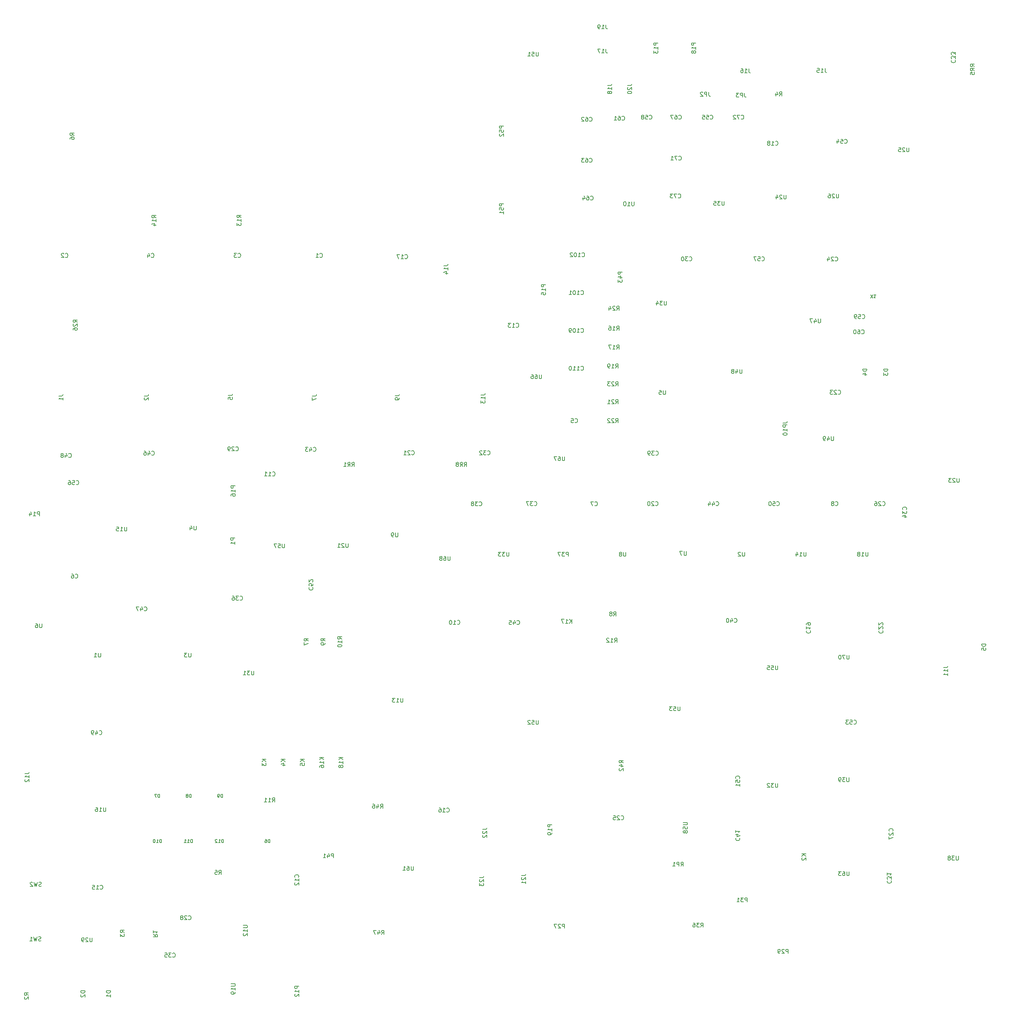
<source format=gbo>
%TF.GenerationSoftware,KiCad,Pcbnew,9.0.2*%
%TF.CreationDate,2025-11-30T17:08:25-06:00*%
%TF.ProjectId,N8PC,4e385043-2e6b-4696-9361-645f70636258,6/20/2025 004*%
%TF.SameCoordinates,Original*%
%TF.FileFunction,Legend,Bot*%
%TF.FilePolarity,Positive*%
%FSLAX46Y46*%
G04 Gerber Fmt 4.6, Leading zero omitted, Abs format (unit mm)*
G04 Created by KiCad (PCBNEW 9.0.2) date 2025-11-30 17:08:25*
%MOMM*%
%LPD*%
G01*
G04 APERTURE LIST*
%ADD10C,0.150000*%
%ADD11C,0.200000*%
G04 APERTURE END LIST*
D10*
X79005332Y-280097200D02*
X78862475Y-280144819D01*
X78862475Y-280144819D02*
X78624380Y-280144819D01*
X78624380Y-280144819D02*
X78529142Y-280097200D01*
X78529142Y-280097200D02*
X78481523Y-280049580D01*
X78481523Y-280049580D02*
X78433904Y-279954342D01*
X78433904Y-279954342D02*
X78433904Y-279859104D01*
X78433904Y-279859104D02*
X78481523Y-279763866D01*
X78481523Y-279763866D02*
X78529142Y-279716247D01*
X78529142Y-279716247D02*
X78624380Y-279668628D01*
X78624380Y-279668628D02*
X78814856Y-279621009D01*
X78814856Y-279621009D02*
X78910094Y-279573390D01*
X78910094Y-279573390D02*
X78957713Y-279525771D01*
X78957713Y-279525771D02*
X79005332Y-279430533D01*
X79005332Y-279430533D02*
X79005332Y-279335295D01*
X79005332Y-279335295D02*
X78957713Y-279240057D01*
X78957713Y-279240057D02*
X78910094Y-279192438D01*
X78910094Y-279192438D02*
X78814856Y-279144819D01*
X78814856Y-279144819D02*
X78576761Y-279144819D01*
X78576761Y-279144819D02*
X78433904Y-279192438D01*
X78100570Y-279144819D02*
X77862475Y-280144819D01*
X77862475Y-280144819D02*
X77671999Y-279430533D01*
X77671999Y-279430533D02*
X77481523Y-280144819D01*
X77481523Y-280144819D02*
X77243428Y-279144819D01*
X76338666Y-280144819D02*
X76910094Y-280144819D01*
X76624380Y-280144819D02*
X76624380Y-279144819D01*
X76624380Y-279144819D02*
X76719618Y-279287676D01*
X76719618Y-279287676D02*
X76814856Y-279382914D01*
X76814856Y-279382914D02*
X76910094Y-279430533D01*
X79089332Y-266901200D02*
X78946475Y-266948819D01*
X78946475Y-266948819D02*
X78708380Y-266948819D01*
X78708380Y-266948819D02*
X78613142Y-266901200D01*
X78613142Y-266901200D02*
X78565523Y-266853580D01*
X78565523Y-266853580D02*
X78517904Y-266758342D01*
X78517904Y-266758342D02*
X78517904Y-266663104D01*
X78517904Y-266663104D02*
X78565523Y-266567866D01*
X78565523Y-266567866D02*
X78613142Y-266520247D01*
X78613142Y-266520247D02*
X78708380Y-266472628D01*
X78708380Y-266472628D02*
X78898856Y-266425009D01*
X78898856Y-266425009D02*
X78994094Y-266377390D01*
X78994094Y-266377390D02*
X79041713Y-266329771D01*
X79041713Y-266329771D02*
X79089332Y-266234533D01*
X79089332Y-266234533D02*
X79089332Y-266139295D01*
X79089332Y-266139295D02*
X79041713Y-266044057D01*
X79041713Y-266044057D02*
X78994094Y-265996438D01*
X78994094Y-265996438D02*
X78898856Y-265948819D01*
X78898856Y-265948819D02*
X78660761Y-265948819D01*
X78660761Y-265948819D02*
X78517904Y-265996438D01*
X78184570Y-265948819D02*
X77946475Y-266948819D01*
X77946475Y-266948819D02*
X77755999Y-266234533D01*
X77755999Y-266234533D02*
X77565523Y-266948819D01*
X77565523Y-266948819D02*
X77327428Y-265948819D01*
X76994094Y-266044057D02*
X76946475Y-265996438D01*
X76946475Y-265996438D02*
X76851237Y-265948819D01*
X76851237Y-265948819D02*
X76613142Y-265948819D01*
X76613142Y-265948819D02*
X76517904Y-265996438D01*
X76517904Y-265996438D02*
X76470285Y-266044057D01*
X76470285Y-266044057D02*
X76422666Y-266139295D01*
X76422666Y-266139295D02*
X76422666Y-266234533D01*
X76422666Y-266234533D02*
X76470285Y-266377390D01*
X76470285Y-266377390D02*
X77041713Y-266948819D01*
X77041713Y-266948819D02*
X76422666Y-266948819D01*
X141443419Y-291089314D02*
X140443419Y-291089314D01*
X140443419Y-291089314D02*
X140443419Y-291470266D01*
X140443419Y-291470266D02*
X140491038Y-291565504D01*
X140491038Y-291565504D02*
X140538657Y-291613123D01*
X140538657Y-291613123D02*
X140633895Y-291660742D01*
X140633895Y-291660742D02*
X140776752Y-291660742D01*
X140776752Y-291660742D02*
X140871990Y-291613123D01*
X140871990Y-291613123D02*
X140919609Y-291565504D01*
X140919609Y-291565504D02*
X140967228Y-291470266D01*
X140967228Y-291470266D02*
X140967228Y-291089314D01*
X141443419Y-292613123D02*
X141443419Y-292041695D01*
X141443419Y-292327409D02*
X140443419Y-292327409D01*
X140443419Y-292327409D02*
X140586276Y-292232171D01*
X140586276Y-292232171D02*
X140681514Y-292136933D01*
X140681514Y-292136933D02*
X140729133Y-292041695D01*
X140538657Y-292994076D02*
X140491038Y-293041695D01*
X140491038Y-293041695D02*
X140443419Y-293136933D01*
X140443419Y-293136933D02*
X140443419Y-293375028D01*
X140443419Y-293375028D02*
X140491038Y-293470266D01*
X140491038Y-293470266D02*
X140538657Y-293517885D01*
X140538657Y-293517885D02*
X140633895Y-293565504D01*
X140633895Y-293565504D02*
X140729133Y-293565504D01*
X140729133Y-293565504D02*
X140871990Y-293517885D01*
X140871990Y-293517885D02*
X141443419Y-292946457D01*
X141443419Y-292946457D02*
X141443419Y-293565504D01*
X249245333Y-75146819D02*
X249245333Y-75861104D01*
X249245333Y-75861104D02*
X249292952Y-76003961D01*
X249292952Y-76003961D02*
X249388190Y-76099200D01*
X249388190Y-76099200D02*
X249531047Y-76146819D01*
X249531047Y-76146819D02*
X249626285Y-76146819D01*
X248769142Y-76146819D02*
X248769142Y-75146819D01*
X248769142Y-75146819D02*
X248388190Y-75146819D01*
X248388190Y-75146819D02*
X248292952Y-75194438D01*
X248292952Y-75194438D02*
X248245333Y-75242057D01*
X248245333Y-75242057D02*
X248197714Y-75337295D01*
X248197714Y-75337295D02*
X248197714Y-75480152D01*
X248197714Y-75480152D02*
X248245333Y-75575390D01*
X248245333Y-75575390D02*
X248292952Y-75623009D01*
X248292952Y-75623009D02*
X248388190Y-75670628D01*
X248388190Y-75670628D02*
X248769142Y-75670628D01*
X247864380Y-75146819D02*
X247245333Y-75146819D01*
X247245333Y-75146819D02*
X247578666Y-75527771D01*
X247578666Y-75527771D02*
X247435809Y-75527771D01*
X247435809Y-75527771D02*
X247340571Y-75575390D01*
X247340571Y-75575390D02*
X247292952Y-75623009D01*
X247292952Y-75623009D02*
X247245333Y-75718247D01*
X247245333Y-75718247D02*
X247245333Y-75956342D01*
X247245333Y-75956342D02*
X247292952Y-76051580D01*
X247292952Y-76051580D02*
X247340571Y-76099200D01*
X247340571Y-76099200D02*
X247435809Y-76146819D01*
X247435809Y-76146819D02*
X247721523Y-76146819D01*
X247721523Y-76146819D02*
X247816761Y-76099200D01*
X247816761Y-76099200D02*
X247864380Y-76051580D01*
X87068819Y-85431333D02*
X86592628Y-85098000D01*
X87068819Y-84859905D02*
X86068819Y-84859905D01*
X86068819Y-84859905D02*
X86068819Y-85240857D01*
X86068819Y-85240857D02*
X86116438Y-85336095D01*
X86116438Y-85336095D02*
X86164057Y-85383714D01*
X86164057Y-85383714D02*
X86259295Y-85431333D01*
X86259295Y-85431333D02*
X86402152Y-85431333D01*
X86402152Y-85431333D02*
X86497390Y-85383714D01*
X86497390Y-85383714D02*
X86545009Y-85336095D01*
X86545009Y-85336095D02*
X86592628Y-85240857D01*
X86592628Y-85240857D02*
X86592628Y-84859905D01*
X86068819Y-86288476D02*
X86068819Y-86098000D01*
X86068819Y-86098000D02*
X86116438Y-86002762D01*
X86116438Y-86002762D02*
X86164057Y-85955143D01*
X86164057Y-85955143D02*
X86306914Y-85859905D01*
X86306914Y-85859905D02*
X86497390Y-85812286D01*
X86497390Y-85812286D02*
X86878342Y-85812286D01*
X86878342Y-85812286D02*
X86973580Y-85859905D01*
X86973580Y-85859905D02*
X87021200Y-85907524D01*
X87021200Y-85907524D02*
X87068819Y-86002762D01*
X87068819Y-86002762D02*
X87068819Y-86193238D01*
X87068819Y-86193238D02*
X87021200Y-86288476D01*
X87021200Y-86288476D02*
X86973580Y-86336095D01*
X86973580Y-86336095D02*
X86878342Y-86383714D01*
X86878342Y-86383714D02*
X86640247Y-86383714D01*
X86640247Y-86383714D02*
X86545009Y-86336095D01*
X86545009Y-86336095D02*
X86497390Y-86288476D01*
X86497390Y-86288476D02*
X86449771Y-86193238D01*
X86449771Y-86193238D02*
X86449771Y-86002762D01*
X86449771Y-86002762D02*
X86497390Y-85907524D01*
X86497390Y-85907524D02*
X86545009Y-85859905D01*
X86545009Y-85859905D02*
X86640247Y-85812286D01*
X143686819Y-207639333D02*
X143210628Y-207306000D01*
X143686819Y-207067905D02*
X142686819Y-207067905D01*
X142686819Y-207067905D02*
X142686819Y-207448857D01*
X142686819Y-207448857D02*
X142734438Y-207544095D01*
X142734438Y-207544095D02*
X142782057Y-207591714D01*
X142782057Y-207591714D02*
X142877295Y-207639333D01*
X142877295Y-207639333D02*
X143020152Y-207639333D01*
X143020152Y-207639333D02*
X143115390Y-207591714D01*
X143115390Y-207591714D02*
X143163009Y-207544095D01*
X143163009Y-207544095D02*
X143210628Y-207448857D01*
X143210628Y-207448857D02*
X143210628Y-207067905D01*
X142686819Y-207972667D02*
X142686819Y-208639333D01*
X142686819Y-208639333D02*
X143686819Y-208210762D01*
X257688666Y-75868819D02*
X258021999Y-75392628D01*
X258260094Y-75868819D02*
X258260094Y-74868819D01*
X258260094Y-74868819D02*
X257879142Y-74868819D01*
X257879142Y-74868819D02*
X257783904Y-74916438D01*
X257783904Y-74916438D02*
X257736285Y-74964057D01*
X257736285Y-74964057D02*
X257688666Y-75059295D01*
X257688666Y-75059295D02*
X257688666Y-75202152D01*
X257688666Y-75202152D02*
X257736285Y-75297390D01*
X257736285Y-75297390D02*
X257783904Y-75345009D01*
X257783904Y-75345009D02*
X257879142Y-75392628D01*
X257879142Y-75392628D02*
X258260094Y-75392628D01*
X256831523Y-75202152D02*
X256831523Y-75868819D01*
X257069618Y-74821200D02*
X257307713Y-75535485D01*
X257307713Y-75535485D02*
X256688666Y-75535485D01*
X106223780Y-278592866D02*
X106699971Y-278926199D01*
X106223780Y-279164294D02*
X107223780Y-279164294D01*
X107223780Y-279164294D02*
X107223780Y-278783342D01*
X107223780Y-278783342D02*
X107176161Y-278688104D01*
X107176161Y-278688104D02*
X107128542Y-278640485D01*
X107128542Y-278640485D02*
X107033304Y-278592866D01*
X107033304Y-278592866D02*
X106890447Y-278592866D01*
X106890447Y-278592866D02*
X106795209Y-278640485D01*
X106795209Y-278640485D02*
X106747590Y-278688104D01*
X106747590Y-278688104D02*
X106699971Y-278783342D01*
X106699971Y-278783342D02*
X106699971Y-279164294D01*
X106223780Y-277640485D02*
X106223780Y-278211913D01*
X106223780Y-277926199D02*
X107223780Y-277926199D01*
X107223780Y-277926199D02*
X107080923Y-278021437D01*
X107080923Y-278021437D02*
X106985685Y-278116675D01*
X106985685Y-278116675D02*
X106938066Y-278211913D01*
X99211419Y-278124333D02*
X98735228Y-277791000D01*
X99211419Y-277552905D02*
X98211419Y-277552905D01*
X98211419Y-277552905D02*
X98211419Y-277933857D01*
X98211419Y-277933857D02*
X98259038Y-278029095D01*
X98259038Y-278029095D02*
X98306657Y-278076714D01*
X98306657Y-278076714D02*
X98401895Y-278124333D01*
X98401895Y-278124333D02*
X98544752Y-278124333D01*
X98544752Y-278124333D02*
X98639990Y-278076714D01*
X98639990Y-278076714D02*
X98687609Y-278029095D01*
X98687609Y-278029095D02*
X98735228Y-277933857D01*
X98735228Y-277933857D02*
X98735228Y-277552905D01*
X98211419Y-278457667D02*
X98211419Y-279076714D01*
X98211419Y-279076714D02*
X98592371Y-278743381D01*
X98592371Y-278743381D02*
X98592371Y-278886238D01*
X98592371Y-278886238D02*
X98639990Y-278981476D01*
X98639990Y-278981476D02*
X98687609Y-279029095D01*
X98687609Y-279029095D02*
X98782847Y-279076714D01*
X98782847Y-279076714D02*
X99020942Y-279076714D01*
X99020942Y-279076714D02*
X99116180Y-279029095D01*
X99116180Y-279029095D02*
X99163800Y-278981476D01*
X99163800Y-278981476D02*
X99211419Y-278886238D01*
X99211419Y-278886238D02*
X99211419Y-278600524D01*
X99211419Y-278600524D02*
X99163800Y-278505286D01*
X99163800Y-278505286D02*
X99116180Y-278457667D01*
X76013019Y-293310333D02*
X75536828Y-292977000D01*
X76013019Y-292738905D02*
X75013019Y-292738905D01*
X75013019Y-292738905D02*
X75013019Y-293119857D01*
X75013019Y-293119857D02*
X75060638Y-293215095D01*
X75060638Y-293215095D02*
X75108257Y-293262714D01*
X75108257Y-293262714D02*
X75203495Y-293310333D01*
X75203495Y-293310333D02*
X75346352Y-293310333D01*
X75346352Y-293310333D02*
X75441590Y-293262714D01*
X75441590Y-293262714D02*
X75489209Y-293215095D01*
X75489209Y-293215095D02*
X75536828Y-293119857D01*
X75536828Y-293119857D02*
X75536828Y-292738905D01*
X75108257Y-293691286D02*
X75060638Y-293738905D01*
X75060638Y-293738905D02*
X75013019Y-293834143D01*
X75013019Y-293834143D02*
X75013019Y-294072238D01*
X75013019Y-294072238D02*
X75060638Y-294167476D01*
X75060638Y-294167476D02*
X75108257Y-294215095D01*
X75108257Y-294215095D02*
X75203495Y-294262714D01*
X75203495Y-294262714D02*
X75298733Y-294262714D01*
X75298733Y-294262714D02*
X75441590Y-294215095D01*
X75441590Y-294215095D02*
X76013019Y-293643667D01*
X76013019Y-293643667D02*
X76013019Y-294262714D01*
X237436819Y-63047714D02*
X236436819Y-63047714D01*
X236436819Y-63047714D02*
X236436819Y-63428666D01*
X236436819Y-63428666D02*
X236484438Y-63523904D01*
X236484438Y-63523904D02*
X236532057Y-63571523D01*
X236532057Y-63571523D02*
X236627295Y-63619142D01*
X236627295Y-63619142D02*
X236770152Y-63619142D01*
X236770152Y-63619142D02*
X236865390Y-63571523D01*
X236865390Y-63571523D02*
X236913009Y-63523904D01*
X236913009Y-63523904D02*
X236960628Y-63428666D01*
X236960628Y-63428666D02*
X236960628Y-63047714D01*
X237436819Y-64571523D02*
X237436819Y-64000095D01*
X237436819Y-64285809D02*
X236436819Y-64285809D01*
X236436819Y-64285809D02*
X236579676Y-64190571D01*
X236579676Y-64190571D02*
X236674914Y-64095333D01*
X236674914Y-64095333D02*
X236722533Y-64000095D01*
X236865390Y-65142952D02*
X236817771Y-65047714D01*
X236817771Y-65047714D02*
X236770152Y-65000095D01*
X236770152Y-65000095D02*
X236674914Y-64952476D01*
X236674914Y-64952476D02*
X236627295Y-64952476D01*
X236627295Y-64952476D02*
X236532057Y-65000095D01*
X236532057Y-65000095D02*
X236484438Y-65047714D01*
X236484438Y-65047714D02*
X236436819Y-65142952D01*
X236436819Y-65142952D02*
X236436819Y-65333428D01*
X236436819Y-65333428D02*
X236484438Y-65428666D01*
X236484438Y-65428666D02*
X236532057Y-65476285D01*
X236532057Y-65476285D02*
X236627295Y-65523904D01*
X236627295Y-65523904D02*
X236674914Y-65523904D01*
X236674914Y-65523904D02*
X236770152Y-65476285D01*
X236770152Y-65476285D02*
X236817771Y-65428666D01*
X236817771Y-65428666D02*
X236865390Y-65333428D01*
X236865390Y-65333428D02*
X236865390Y-65142952D01*
X236865390Y-65142952D02*
X236913009Y-65047714D01*
X236913009Y-65047714D02*
X236960628Y-65000095D01*
X236960628Y-65000095D02*
X237055866Y-64952476D01*
X237055866Y-64952476D02*
X237246342Y-64952476D01*
X237246342Y-64952476D02*
X237341580Y-65000095D01*
X237341580Y-65000095D02*
X237389200Y-65047714D01*
X237389200Y-65047714D02*
X237436819Y-65142952D01*
X237436819Y-65142952D02*
X237436819Y-65333428D01*
X237436819Y-65333428D02*
X237389200Y-65428666D01*
X237389200Y-65428666D02*
X237341580Y-65476285D01*
X237341580Y-65476285D02*
X237246342Y-65523904D01*
X237246342Y-65523904D02*
X237055866Y-65523904D01*
X237055866Y-65523904D02*
X236960628Y-65476285D01*
X236960628Y-65476285D02*
X236913009Y-65428666D01*
X236913009Y-65428666D02*
X236865390Y-65333428D01*
X201114819Y-121467714D02*
X200114819Y-121467714D01*
X200114819Y-121467714D02*
X200114819Y-121848666D01*
X200114819Y-121848666D02*
X200162438Y-121943904D01*
X200162438Y-121943904D02*
X200210057Y-121991523D01*
X200210057Y-121991523D02*
X200305295Y-122039142D01*
X200305295Y-122039142D02*
X200448152Y-122039142D01*
X200448152Y-122039142D02*
X200543390Y-121991523D01*
X200543390Y-121991523D02*
X200591009Y-121943904D01*
X200591009Y-121943904D02*
X200638628Y-121848666D01*
X200638628Y-121848666D02*
X200638628Y-121467714D01*
X201114819Y-122991523D02*
X201114819Y-122420095D01*
X201114819Y-122705809D02*
X200114819Y-122705809D01*
X200114819Y-122705809D02*
X200257676Y-122610571D01*
X200257676Y-122610571D02*
X200352914Y-122515333D01*
X200352914Y-122515333D02*
X200400533Y-122420095D01*
X200114819Y-123896285D02*
X200114819Y-123420095D01*
X200114819Y-123420095D02*
X200591009Y-123372476D01*
X200591009Y-123372476D02*
X200543390Y-123420095D01*
X200543390Y-123420095D02*
X200495771Y-123515333D01*
X200495771Y-123515333D02*
X200495771Y-123753428D01*
X200495771Y-123753428D02*
X200543390Y-123848666D01*
X200543390Y-123848666D02*
X200591009Y-123896285D01*
X200591009Y-123896285D02*
X200686247Y-123943904D01*
X200686247Y-123943904D02*
X200924342Y-123943904D01*
X200924342Y-123943904D02*
X201019580Y-123896285D01*
X201019580Y-123896285D02*
X201067200Y-123848666D01*
X201067200Y-123848666D02*
X201114819Y-123753428D01*
X201114819Y-123753428D02*
X201114819Y-123515333D01*
X201114819Y-123515333D02*
X201067200Y-123420095D01*
X201067200Y-123420095D02*
X201019580Y-123372476D01*
X125954819Y-182731905D02*
X124954819Y-182731905D01*
X124954819Y-182731905D02*
X124954819Y-183112857D01*
X124954819Y-183112857D02*
X125002438Y-183208095D01*
X125002438Y-183208095D02*
X125050057Y-183255714D01*
X125050057Y-183255714D02*
X125145295Y-183303333D01*
X125145295Y-183303333D02*
X125288152Y-183303333D01*
X125288152Y-183303333D02*
X125383390Y-183255714D01*
X125383390Y-183255714D02*
X125431009Y-183208095D01*
X125431009Y-183208095D02*
X125478628Y-183112857D01*
X125478628Y-183112857D02*
X125478628Y-182731905D01*
X125954819Y-184255714D02*
X125954819Y-183684286D01*
X125954819Y-183970000D02*
X124954819Y-183970000D01*
X124954819Y-183970000D02*
X125097676Y-183874762D01*
X125097676Y-183874762D02*
X125192914Y-183779524D01*
X125192914Y-183779524D02*
X125240533Y-183684286D01*
X220522704Y-186144819D02*
X220522704Y-186954342D01*
X220522704Y-186954342D02*
X220475085Y-187049580D01*
X220475085Y-187049580D02*
X220427466Y-187097200D01*
X220427466Y-187097200D02*
X220332228Y-187144819D01*
X220332228Y-187144819D02*
X220141752Y-187144819D01*
X220141752Y-187144819D02*
X220046514Y-187097200D01*
X220046514Y-187097200D02*
X219998895Y-187049580D01*
X219998895Y-187049580D02*
X219951276Y-186954342D01*
X219951276Y-186954342D02*
X219951276Y-186144819D01*
X219332228Y-186573390D02*
X219427466Y-186525771D01*
X219427466Y-186525771D02*
X219475085Y-186478152D01*
X219475085Y-186478152D02*
X219522704Y-186382914D01*
X219522704Y-186382914D02*
X219522704Y-186335295D01*
X219522704Y-186335295D02*
X219475085Y-186240057D01*
X219475085Y-186240057D02*
X219427466Y-186192438D01*
X219427466Y-186192438D02*
X219332228Y-186144819D01*
X219332228Y-186144819D02*
X219141752Y-186144819D01*
X219141752Y-186144819D02*
X219046514Y-186192438D01*
X219046514Y-186192438D02*
X218998895Y-186240057D01*
X218998895Y-186240057D02*
X218951276Y-186335295D01*
X218951276Y-186335295D02*
X218951276Y-186382914D01*
X218951276Y-186382914D02*
X218998895Y-186478152D01*
X218998895Y-186478152D02*
X219046514Y-186525771D01*
X219046514Y-186525771D02*
X219141752Y-186573390D01*
X219141752Y-186573390D02*
X219332228Y-186573390D01*
X219332228Y-186573390D02*
X219427466Y-186621009D01*
X219427466Y-186621009D02*
X219475085Y-186668628D01*
X219475085Y-186668628D02*
X219522704Y-186763866D01*
X219522704Y-186763866D02*
X219522704Y-186954342D01*
X219522704Y-186954342D02*
X219475085Y-187049580D01*
X219475085Y-187049580D02*
X219427466Y-187097200D01*
X219427466Y-187097200D02*
X219332228Y-187144819D01*
X219332228Y-187144819D02*
X219141752Y-187144819D01*
X219141752Y-187144819D02*
X219046514Y-187097200D01*
X219046514Y-187097200D02*
X218998895Y-187049580D01*
X218998895Y-187049580D02*
X218951276Y-186954342D01*
X218951276Y-186954342D02*
X218951276Y-186763866D01*
X218951276Y-186763866D02*
X218998895Y-186668628D01*
X218998895Y-186668628D02*
X219046514Y-186621009D01*
X219046514Y-186621009D02*
X219141752Y-186573390D01*
X248634094Y-141948819D02*
X248634094Y-142758342D01*
X248634094Y-142758342D02*
X248586475Y-142853580D01*
X248586475Y-142853580D02*
X248538856Y-142901200D01*
X248538856Y-142901200D02*
X248443618Y-142948819D01*
X248443618Y-142948819D02*
X248253142Y-142948819D01*
X248253142Y-142948819D02*
X248157904Y-142901200D01*
X248157904Y-142901200D02*
X248110285Y-142853580D01*
X248110285Y-142853580D02*
X248062666Y-142758342D01*
X248062666Y-142758342D02*
X248062666Y-141948819D01*
X247157904Y-142282152D02*
X247157904Y-142948819D01*
X247395999Y-141901200D02*
X247634094Y-142615485D01*
X247634094Y-142615485D02*
X247015047Y-142615485D01*
X246491237Y-142377390D02*
X246586475Y-142329771D01*
X246586475Y-142329771D02*
X246634094Y-142282152D01*
X246634094Y-142282152D02*
X246681713Y-142186914D01*
X246681713Y-142186914D02*
X246681713Y-142139295D01*
X246681713Y-142139295D02*
X246634094Y-142044057D01*
X246634094Y-142044057D02*
X246586475Y-141996438D01*
X246586475Y-141996438D02*
X246491237Y-141948819D01*
X246491237Y-141948819D02*
X246300761Y-141948819D01*
X246300761Y-141948819D02*
X246205523Y-141996438D01*
X246205523Y-141996438D02*
X246157904Y-142044057D01*
X246157904Y-142044057D02*
X246110285Y-142139295D01*
X246110285Y-142139295D02*
X246110285Y-142186914D01*
X246110285Y-142186914D02*
X246157904Y-142282152D01*
X246157904Y-142282152D02*
X246205523Y-142329771D01*
X246205523Y-142329771D02*
X246300761Y-142377390D01*
X246300761Y-142377390D02*
X246491237Y-142377390D01*
X246491237Y-142377390D02*
X246586475Y-142425009D01*
X246586475Y-142425009D02*
X246634094Y-142472628D01*
X246634094Y-142472628D02*
X246681713Y-142567866D01*
X246681713Y-142567866D02*
X246681713Y-142758342D01*
X246681713Y-142758342D02*
X246634094Y-142853580D01*
X246634094Y-142853580D02*
X246586475Y-142901200D01*
X246586475Y-142901200D02*
X246491237Y-142948819D01*
X246491237Y-142948819D02*
X246300761Y-142948819D01*
X246300761Y-142948819D02*
X246205523Y-142901200D01*
X246205523Y-142901200D02*
X246157904Y-142853580D01*
X246157904Y-142853580D02*
X246110285Y-142758342D01*
X246110285Y-142758342D02*
X246110285Y-142567866D01*
X246110285Y-142567866D02*
X246157904Y-142472628D01*
X246157904Y-142472628D02*
X246205523Y-142425009D01*
X246205523Y-142425009D02*
X246300761Y-142377390D01*
X300984094Y-259626819D02*
X300984094Y-260436342D01*
X300984094Y-260436342D02*
X300936475Y-260531580D01*
X300936475Y-260531580D02*
X300888856Y-260579200D01*
X300888856Y-260579200D02*
X300793618Y-260626819D01*
X300793618Y-260626819D02*
X300603142Y-260626819D01*
X300603142Y-260626819D02*
X300507904Y-260579200D01*
X300507904Y-260579200D02*
X300460285Y-260531580D01*
X300460285Y-260531580D02*
X300412666Y-260436342D01*
X300412666Y-260436342D02*
X300412666Y-259626819D01*
X300031713Y-259626819D02*
X299412666Y-259626819D01*
X299412666Y-259626819D02*
X299745999Y-260007771D01*
X299745999Y-260007771D02*
X299603142Y-260007771D01*
X299603142Y-260007771D02*
X299507904Y-260055390D01*
X299507904Y-260055390D02*
X299460285Y-260103009D01*
X299460285Y-260103009D02*
X299412666Y-260198247D01*
X299412666Y-260198247D02*
X299412666Y-260436342D01*
X299412666Y-260436342D02*
X299460285Y-260531580D01*
X299460285Y-260531580D02*
X299507904Y-260579200D01*
X299507904Y-260579200D02*
X299603142Y-260626819D01*
X299603142Y-260626819D02*
X299888856Y-260626819D01*
X299888856Y-260626819D02*
X299984094Y-260579200D01*
X299984094Y-260579200D02*
X300031713Y-260531580D01*
X298841237Y-260055390D02*
X298936475Y-260007771D01*
X298936475Y-260007771D02*
X298984094Y-259960152D01*
X298984094Y-259960152D02*
X299031713Y-259864914D01*
X299031713Y-259864914D02*
X299031713Y-259817295D01*
X299031713Y-259817295D02*
X298984094Y-259722057D01*
X298984094Y-259722057D02*
X298936475Y-259674438D01*
X298936475Y-259674438D02*
X298841237Y-259626819D01*
X298841237Y-259626819D02*
X298650761Y-259626819D01*
X298650761Y-259626819D02*
X298555523Y-259674438D01*
X298555523Y-259674438D02*
X298507904Y-259722057D01*
X298507904Y-259722057D02*
X298460285Y-259817295D01*
X298460285Y-259817295D02*
X298460285Y-259864914D01*
X298460285Y-259864914D02*
X298507904Y-259960152D01*
X298507904Y-259960152D02*
X298555523Y-260007771D01*
X298555523Y-260007771D02*
X298650761Y-260055390D01*
X298650761Y-260055390D02*
X298841237Y-260055390D01*
X298841237Y-260055390D02*
X298936475Y-260103009D01*
X298936475Y-260103009D02*
X298984094Y-260150628D01*
X298984094Y-260150628D02*
X299031713Y-260245866D01*
X299031713Y-260245866D02*
X299031713Y-260436342D01*
X299031713Y-260436342D02*
X298984094Y-260531580D01*
X298984094Y-260531580D02*
X298936475Y-260579200D01*
X298936475Y-260579200D02*
X298841237Y-260626819D01*
X298841237Y-260626819D02*
X298650761Y-260626819D01*
X298650761Y-260626819D02*
X298555523Y-260579200D01*
X298555523Y-260579200D02*
X298507904Y-260531580D01*
X298507904Y-260531580D02*
X298460285Y-260436342D01*
X298460285Y-260436342D02*
X298460285Y-260245866D01*
X298460285Y-260245866D02*
X298507904Y-260150628D01*
X298507904Y-260150628D02*
X298555523Y-260103009D01*
X298555523Y-260103009D02*
X298650761Y-260055390D01*
X274536094Y-240668819D02*
X274536094Y-241478342D01*
X274536094Y-241478342D02*
X274488475Y-241573580D01*
X274488475Y-241573580D02*
X274440856Y-241621200D01*
X274440856Y-241621200D02*
X274345618Y-241668819D01*
X274345618Y-241668819D02*
X274155142Y-241668819D01*
X274155142Y-241668819D02*
X274059904Y-241621200D01*
X274059904Y-241621200D02*
X274012285Y-241573580D01*
X274012285Y-241573580D02*
X273964666Y-241478342D01*
X273964666Y-241478342D02*
X273964666Y-240668819D01*
X273583713Y-240668819D02*
X272964666Y-240668819D01*
X272964666Y-240668819D02*
X273297999Y-241049771D01*
X273297999Y-241049771D02*
X273155142Y-241049771D01*
X273155142Y-241049771D02*
X273059904Y-241097390D01*
X273059904Y-241097390D02*
X273012285Y-241145009D01*
X273012285Y-241145009D02*
X272964666Y-241240247D01*
X272964666Y-241240247D02*
X272964666Y-241478342D01*
X272964666Y-241478342D02*
X273012285Y-241573580D01*
X273012285Y-241573580D02*
X273059904Y-241621200D01*
X273059904Y-241621200D02*
X273155142Y-241668819D01*
X273155142Y-241668819D02*
X273440856Y-241668819D01*
X273440856Y-241668819D02*
X273536094Y-241621200D01*
X273536094Y-241621200D02*
X273583713Y-241573580D01*
X272488475Y-241668819D02*
X272297999Y-241668819D01*
X272297999Y-241668819D02*
X272202761Y-241621200D01*
X272202761Y-241621200D02*
X272155142Y-241573580D01*
X272155142Y-241573580D02*
X272059904Y-241430723D01*
X272059904Y-241430723D02*
X272012285Y-241240247D01*
X272012285Y-241240247D02*
X272012285Y-240859295D01*
X272012285Y-240859295D02*
X272059904Y-240764057D01*
X272059904Y-240764057D02*
X272107523Y-240716438D01*
X272107523Y-240716438D02*
X272202761Y-240668819D01*
X272202761Y-240668819D02*
X272393237Y-240668819D01*
X272393237Y-240668819D02*
X272488475Y-240716438D01*
X272488475Y-240716438D02*
X272536094Y-240764057D01*
X272536094Y-240764057D02*
X272583713Y-240859295D01*
X272583713Y-240859295D02*
X272583713Y-241097390D01*
X272583713Y-241097390D02*
X272536094Y-241192628D01*
X272536094Y-241192628D02*
X272488475Y-241240247D01*
X272488475Y-241240247D02*
X272393237Y-241287866D01*
X272393237Y-241287866D02*
X272202761Y-241287866D01*
X272202761Y-241287866D02*
X272107523Y-241240247D01*
X272107523Y-241240247D02*
X272059904Y-241192628D01*
X272059904Y-241192628D02*
X272012285Y-241097390D01*
X230346094Y-125438819D02*
X230346094Y-126248342D01*
X230346094Y-126248342D02*
X230298475Y-126343580D01*
X230298475Y-126343580D02*
X230250856Y-126391200D01*
X230250856Y-126391200D02*
X230155618Y-126438819D01*
X230155618Y-126438819D02*
X229965142Y-126438819D01*
X229965142Y-126438819D02*
X229869904Y-126391200D01*
X229869904Y-126391200D02*
X229822285Y-126343580D01*
X229822285Y-126343580D02*
X229774666Y-126248342D01*
X229774666Y-126248342D02*
X229774666Y-125438819D01*
X229393713Y-125438819D02*
X228774666Y-125438819D01*
X228774666Y-125438819D02*
X229107999Y-125819771D01*
X229107999Y-125819771D02*
X228965142Y-125819771D01*
X228965142Y-125819771D02*
X228869904Y-125867390D01*
X228869904Y-125867390D02*
X228822285Y-125915009D01*
X228822285Y-125915009D02*
X228774666Y-126010247D01*
X228774666Y-126010247D02*
X228774666Y-126248342D01*
X228774666Y-126248342D02*
X228822285Y-126343580D01*
X228822285Y-126343580D02*
X228869904Y-126391200D01*
X228869904Y-126391200D02*
X228965142Y-126438819D01*
X228965142Y-126438819D02*
X229250856Y-126438819D01*
X229250856Y-126438819D02*
X229346094Y-126391200D01*
X229346094Y-126391200D02*
X229393713Y-126343580D01*
X227917523Y-125772152D02*
X227917523Y-126438819D01*
X228155618Y-125391200D02*
X228393713Y-126105485D01*
X228393713Y-126105485D02*
X227774666Y-126105485D01*
X270794094Y-158199019D02*
X270794094Y-159008542D01*
X270794094Y-159008542D02*
X270746475Y-159103780D01*
X270746475Y-159103780D02*
X270698856Y-159151400D01*
X270698856Y-159151400D02*
X270603618Y-159199019D01*
X270603618Y-159199019D02*
X270413142Y-159199019D01*
X270413142Y-159199019D02*
X270317904Y-159151400D01*
X270317904Y-159151400D02*
X270270285Y-159103780D01*
X270270285Y-159103780D02*
X270222666Y-159008542D01*
X270222666Y-159008542D02*
X270222666Y-158199019D01*
X269317904Y-158532352D02*
X269317904Y-159199019D01*
X269555999Y-158151400D02*
X269794094Y-158865685D01*
X269794094Y-158865685D02*
X269175047Y-158865685D01*
X268746475Y-159199019D02*
X268555999Y-159199019D01*
X268555999Y-159199019D02*
X268460761Y-159151400D01*
X268460761Y-159151400D02*
X268413142Y-159103780D01*
X268413142Y-159103780D02*
X268317904Y-158960923D01*
X268317904Y-158960923D02*
X268270285Y-158770447D01*
X268270285Y-158770447D02*
X268270285Y-158389495D01*
X268270285Y-158389495D02*
X268317904Y-158294257D01*
X268317904Y-158294257D02*
X268365523Y-158246638D01*
X268365523Y-158246638D02*
X268460761Y-158199019D01*
X268460761Y-158199019D02*
X268651237Y-158199019D01*
X268651237Y-158199019D02*
X268746475Y-158246638D01*
X268746475Y-158246638D02*
X268794094Y-158294257D01*
X268794094Y-158294257D02*
X268841713Y-158389495D01*
X268841713Y-158389495D02*
X268841713Y-158627590D01*
X268841713Y-158627590D02*
X268794094Y-158722828D01*
X268794094Y-158722828D02*
X268746475Y-158770447D01*
X268746475Y-158770447D02*
X268651237Y-158818066D01*
X268651237Y-158818066D02*
X268460761Y-158818066D01*
X268460761Y-158818066D02*
X268365523Y-158770447D01*
X268365523Y-158770447D02*
X268317904Y-158722828D01*
X268317904Y-158722828D02*
X268270285Y-158627590D01*
X125025619Y-290486305D02*
X125835142Y-290486305D01*
X125835142Y-290486305D02*
X125930380Y-290533924D01*
X125930380Y-290533924D02*
X125978000Y-290581543D01*
X125978000Y-290581543D02*
X126025619Y-290676781D01*
X126025619Y-290676781D02*
X126025619Y-290867257D01*
X126025619Y-290867257D02*
X125978000Y-290962495D01*
X125978000Y-290962495D02*
X125930380Y-291010114D01*
X125930380Y-291010114D02*
X125835142Y-291057733D01*
X125835142Y-291057733D02*
X125025619Y-291057733D01*
X126025619Y-292057733D02*
X126025619Y-291486305D01*
X126025619Y-291772019D02*
X125025619Y-291772019D01*
X125025619Y-291772019D02*
X125168476Y-291676781D01*
X125168476Y-291676781D02*
X125263714Y-291581543D01*
X125263714Y-291581543D02*
X125311333Y-291486305D01*
X126025619Y-292533924D02*
X126025619Y-292724400D01*
X126025619Y-292724400D02*
X125978000Y-292819638D01*
X125978000Y-292819638D02*
X125930380Y-292867257D01*
X125930380Y-292867257D02*
X125787523Y-292962495D01*
X125787523Y-292962495D02*
X125597047Y-293010114D01*
X125597047Y-293010114D02*
X125216095Y-293010114D01*
X125216095Y-293010114D02*
X125120857Y-292962495D01*
X125120857Y-292962495D02*
X125073238Y-292914876D01*
X125073238Y-292914876D02*
X125025619Y-292819638D01*
X125025619Y-292819638D02*
X125025619Y-292629162D01*
X125025619Y-292629162D02*
X125073238Y-292533924D01*
X125073238Y-292533924D02*
X125120857Y-292486305D01*
X125120857Y-292486305D02*
X125216095Y-292438686D01*
X125216095Y-292438686D02*
X125454190Y-292438686D01*
X125454190Y-292438686D02*
X125549428Y-292486305D01*
X125549428Y-292486305D02*
X125597047Y-292533924D01*
X125597047Y-292533924D02*
X125644666Y-292629162D01*
X125644666Y-292629162D02*
X125644666Y-292819638D01*
X125644666Y-292819638D02*
X125597047Y-292914876D01*
X125597047Y-292914876D02*
X125549428Y-292962495D01*
X125549428Y-292962495D02*
X125454190Y-293010114D01*
X78678285Y-177406819D02*
X78678285Y-176406819D01*
X78678285Y-176406819D02*
X78297333Y-176406819D01*
X78297333Y-176406819D02*
X78202095Y-176454438D01*
X78202095Y-176454438D02*
X78154476Y-176502057D01*
X78154476Y-176502057D02*
X78106857Y-176597295D01*
X78106857Y-176597295D02*
X78106857Y-176740152D01*
X78106857Y-176740152D02*
X78154476Y-176835390D01*
X78154476Y-176835390D02*
X78202095Y-176883009D01*
X78202095Y-176883009D02*
X78297333Y-176930628D01*
X78297333Y-176930628D02*
X78678285Y-176930628D01*
X77154476Y-177406819D02*
X77725904Y-177406819D01*
X77440190Y-177406819D02*
X77440190Y-176406819D01*
X77440190Y-176406819D02*
X77535428Y-176549676D01*
X77535428Y-176549676D02*
X77630666Y-176644914D01*
X77630666Y-176644914D02*
X77725904Y-176692533D01*
X76297333Y-176740152D02*
X76297333Y-177406819D01*
X76535428Y-176359200D02*
X76773523Y-177073485D01*
X76773523Y-177073485D02*
X76154476Y-177073485D01*
X235179104Y-185966819D02*
X235179104Y-186776342D01*
X235179104Y-186776342D02*
X235131485Y-186871580D01*
X235131485Y-186871580D02*
X235083866Y-186919200D01*
X235083866Y-186919200D02*
X234988628Y-186966819D01*
X234988628Y-186966819D02*
X234798152Y-186966819D01*
X234798152Y-186966819D02*
X234702914Y-186919200D01*
X234702914Y-186919200D02*
X234655295Y-186871580D01*
X234655295Y-186871580D02*
X234607676Y-186776342D01*
X234607676Y-186776342D02*
X234607676Y-185966819D01*
X234226723Y-185966819D02*
X233560057Y-185966819D01*
X233560057Y-185966819D02*
X233988628Y-186966819D01*
X89652619Y-292185305D02*
X88652619Y-292185305D01*
X88652619Y-292185305D02*
X88652619Y-292423400D01*
X88652619Y-292423400D02*
X88700238Y-292566257D01*
X88700238Y-292566257D02*
X88795476Y-292661495D01*
X88795476Y-292661495D02*
X88890714Y-292709114D01*
X88890714Y-292709114D02*
X89081190Y-292756733D01*
X89081190Y-292756733D02*
X89224047Y-292756733D01*
X89224047Y-292756733D02*
X89414523Y-292709114D01*
X89414523Y-292709114D02*
X89509761Y-292661495D01*
X89509761Y-292661495D02*
X89605000Y-292566257D01*
X89605000Y-292566257D02*
X89652619Y-292423400D01*
X89652619Y-292423400D02*
X89652619Y-292185305D01*
X88747857Y-293137686D02*
X88700238Y-293185305D01*
X88700238Y-293185305D02*
X88652619Y-293280543D01*
X88652619Y-293280543D02*
X88652619Y-293518638D01*
X88652619Y-293518638D02*
X88700238Y-293613876D01*
X88700238Y-293613876D02*
X88747857Y-293661495D01*
X88747857Y-293661495D02*
X88843095Y-293709114D01*
X88843095Y-293709114D02*
X88938333Y-293709114D01*
X88938333Y-293709114D02*
X89081190Y-293661495D01*
X89081190Y-293661495D02*
X89652619Y-293090067D01*
X89652619Y-293090067D02*
X89652619Y-293709114D01*
X95850219Y-292185305D02*
X94850219Y-292185305D01*
X94850219Y-292185305D02*
X94850219Y-292423400D01*
X94850219Y-292423400D02*
X94897838Y-292566257D01*
X94897838Y-292566257D02*
X94993076Y-292661495D01*
X94993076Y-292661495D02*
X95088314Y-292709114D01*
X95088314Y-292709114D02*
X95278790Y-292756733D01*
X95278790Y-292756733D02*
X95421647Y-292756733D01*
X95421647Y-292756733D02*
X95612123Y-292709114D01*
X95612123Y-292709114D02*
X95707361Y-292661495D01*
X95707361Y-292661495D02*
X95802600Y-292566257D01*
X95802600Y-292566257D02*
X95850219Y-292423400D01*
X95850219Y-292423400D02*
X95850219Y-292185305D01*
X95850219Y-293709114D02*
X95850219Y-293137686D01*
X95850219Y-293423400D02*
X94850219Y-293423400D01*
X94850219Y-293423400D02*
X94993076Y-293328162D01*
X94993076Y-293328162D02*
X95088314Y-293232924D01*
X95088314Y-293232924D02*
X95135933Y-293137686D01*
X126142257Y-161580180D02*
X126189876Y-161627800D01*
X126189876Y-161627800D02*
X126332733Y-161675419D01*
X126332733Y-161675419D02*
X126427971Y-161675419D01*
X126427971Y-161675419D02*
X126570828Y-161627800D01*
X126570828Y-161627800D02*
X126666066Y-161532561D01*
X126666066Y-161532561D02*
X126713685Y-161437323D01*
X126713685Y-161437323D02*
X126761304Y-161246847D01*
X126761304Y-161246847D02*
X126761304Y-161103990D01*
X126761304Y-161103990D02*
X126713685Y-160913514D01*
X126713685Y-160913514D02*
X126666066Y-160818276D01*
X126666066Y-160818276D02*
X126570828Y-160723038D01*
X126570828Y-160723038D02*
X126427971Y-160675419D01*
X126427971Y-160675419D02*
X126332733Y-160675419D01*
X126332733Y-160675419D02*
X126189876Y-160723038D01*
X126189876Y-160723038D02*
X126142257Y-160770657D01*
X125761304Y-160770657D02*
X125713685Y-160723038D01*
X125713685Y-160723038D02*
X125618447Y-160675419D01*
X125618447Y-160675419D02*
X125380352Y-160675419D01*
X125380352Y-160675419D02*
X125285114Y-160723038D01*
X125285114Y-160723038D02*
X125237495Y-160770657D01*
X125237495Y-160770657D02*
X125189876Y-160865895D01*
X125189876Y-160865895D02*
X125189876Y-160961133D01*
X125189876Y-160961133D02*
X125237495Y-161103990D01*
X125237495Y-161103990D02*
X125808923Y-161675419D01*
X125808923Y-161675419D02*
X125189876Y-161675419D01*
X124713685Y-161675419D02*
X124523209Y-161675419D01*
X124523209Y-161675419D02*
X124427971Y-161627800D01*
X124427971Y-161627800D02*
X124380352Y-161580180D01*
X124380352Y-161580180D02*
X124285114Y-161437323D01*
X124285114Y-161437323D02*
X124237495Y-161246847D01*
X124237495Y-161246847D02*
X124237495Y-160865895D01*
X124237495Y-160865895D02*
X124285114Y-160770657D01*
X124285114Y-160770657D02*
X124332733Y-160723038D01*
X124332733Y-160723038D02*
X124427971Y-160675419D01*
X124427971Y-160675419D02*
X124618447Y-160675419D01*
X124618447Y-160675419D02*
X124713685Y-160723038D01*
X124713685Y-160723038D02*
X124761304Y-160770657D01*
X124761304Y-160770657D02*
X124808923Y-160865895D01*
X124808923Y-160865895D02*
X124808923Y-161103990D01*
X124808923Y-161103990D02*
X124761304Y-161199228D01*
X124761304Y-161199228D02*
X124713685Y-161246847D01*
X124713685Y-161246847D02*
X124618447Y-161294466D01*
X124618447Y-161294466D02*
X124427971Y-161294466D01*
X124427971Y-161294466D02*
X124332733Y-161246847D01*
X124332733Y-161246847D02*
X124285114Y-161199228D01*
X124285114Y-161199228D02*
X124237495Y-161103990D01*
X105817457Y-162620180D02*
X105865076Y-162667800D01*
X105865076Y-162667800D02*
X106007933Y-162715419D01*
X106007933Y-162715419D02*
X106103171Y-162715419D01*
X106103171Y-162715419D02*
X106246028Y-162667800D01*
X106246028Y-162667800D02*
X106341266Y-162572561D01*
X106341266Y-162572561D02*
X106388885Y-162477323D01*
X106388885Y-162477323D02*
X106436504Y-162286847D01*
X106436504Y-162286847D02*
X106436504Y-162143990D01*
X106436504Y-162143990D02*
X106388885Y-161953514D01*
X106388885Y-161953514D02*
X106341266Y-161858276D01*
X106341266Y-161858276D02*
X106246028Y-161763038D01*
X106246028Y-161763038D02*
X106103171Y-161715419D01*
X106103171Y-161715419D02*
X106007933Y-161715419D01*
X106007933Y-161715419D02*
X105865076Y-161763038D01*
X105865076Y-161763038D02*
X105817457Y-161810657D01*
X104960314Y-162048752D02*
X104960314Y-162715419D01*
X105198409Y-161667800D02*
X105436504Y-162382085D01*
X105436504Y-162382085D02*
X104817457Y-162382085D01*
X104007933Y-161715419D02*
X104198409Y-161715419D01*
X104198409Y-161715419D02*
X104293647Y-161763038D01*
X104293647Y-161763038D02*
X104341266Y-161810657D01*
X104341266Y-161810657D02*
X104436504Y-161953514D01*
X104436504Y-161953514D02*
X104484123Y-162143990D01*
X104484123Y-162143990D02*
X104484123Y-162524942D01*
X104484123Y-162524942D02*
X104436504Y-162620180D01*
X104436504Y-162620180D02*
X104388885Y-162667800D01*
X104388885Y-162667800D02*
X104293647Y-162715419D01*
X104293647Y-162715419D02*
X104103171Y-162715419D01*
X104103171Y-162715419D02*
X104007933Y-162667800D01*
X104007933Y-162667800D02*
X103960314Y-162620180D01*
X103960314Y-162620180D02*
X103912695Y-162524942D01*
X103912695Y-162524942D02*
X103912695Y-162286847D01*
X103912695Y-162286847D02*
X103960314Y-162191609D01*
X103960314Y-162191609D02*
X104007933Y-162143990D01*
X104007933Y-162143990D02*
X104103171Y-162096371D01*
X104103171Y-162096371D02*
X104293647Y-162096371D01*
X104293647Y-162096371D02*
X104388885Y-162143990D01*
X104388885Y-162143990D02*
X104436504Y-162191609D01*
X104436504Y-162191609D02*
X104484123Y-162286847D01*
X242364457Y-174833580D02*
X242412076Y-174881200D01*
X242412076Y-174881200D02*
X242554933Y-174928819D01*
X242554933Y-174928819D02*
X242650171Y-174928819D01*
X242650171Y-174928819D02*
X242793028Y-174881200D01*
X242793028Y-174881200D02*
X242888266Y-174785961D01*
X242888266Y-174785961D02*
X242935885Y-174690723D01*
X242935885Y-174690723D02*
X242983504Y-174500247D01*
X242983504Y-174500247D02*
X242983504Y-174357390D01*
X242983504Y-174357390D02*
X242935885Y-174166914D01*
X242935885Y-174166914D02*
X242888266Y-174071676D01*
X242888266Y-174071676D02*
X242793028Y-173976438D01*
X242793028Y-173976438D02*
X242650171Y-173928819D01*
X242650171Y-173928819D02*
X242554933Y-173928819D01*
X242554933Y-173928819D02*
X242412076Y-173976438D01*
X242412076Y-173976438D02*
X242364457Y-174024057D01*
X241507314Y-174262152D02*
X241507314Y-174928819D01*
X241745409Y-173881200D02*
X241983504Y-174595485D01*
X241983504Y-174595485D02*
X241364457Y-174595485D01*
X240554933Y-174262152D02*
X240554933Y-174928819D01*
X240793028Y-173881200D02*
X241031123Y-174595485D01*
X241031123Y-174595485D02*
X240412076Y-174595485D01*
X227752857Y-162641580D02*
X227800476Y-162689200D01*
X227800476Y-162689200D02*
X227943333Y-162736819D01*
X227943333Y-162736819D02*
X228038571Y-162736819D01*
X228038571Y-162736819D02*
X228181428Y-162689200D01*
X228181428Y-162689200D02*
X228276666Y-162593961D01*
X228276666Y-162593961D02*
X228324285Y-162498723D01*
X228324285Y-162498723D02*
X228371904Y-162308247D01*
X228371904Y-162308247D02*
X228371904Y-162165390D01*
X228371904Y-162165390D02*
X228324285Y-161974914D01*
X228324285Y-161974914D02*
X228276666Y-161879676D01*
X228276666Y-161879676D02*
X228181428Y-161784438D01*
X228181428Y-161784438D02*
X228038571Y-161736819D01*
X228038571Y-161736819D02*
X227943333Y-161736819D01*
X227943333Y-161736819D02*
X227800476Y-161784438D01*
X227800476Y-161784438D02*
X227752857Y-161832057D01*
X227419523Y-161736819D02*
X226800476Y-161736819D01*
X226800476Y-161736819D02*
X227133809Y-162117771D01*
X227133809Y-162117771D02*
X226990952Y-162117771D01*
X226990952Y-162117771D02*
X226895714Y-162165390D01*
X226895714Y-162165390D02*
X226848095Y-162213009D01*
X226848095Y-162213009D02*
X226800476Y-162308247D01*
X226800476Y-162308247D02*
X226800476Y-162546342D01*
X226800476Y-162546342D02*
X226848095Y-162641580D01*
X226848095Y-162641580D02*
X226895714Y-162689200D01*
X226895714Y-162689200D02*
X226990952Y-162736819D01*
X226990952Y-162736819D02*
X227276666Y-162736819D01*
X227276666Y-162736819D02*
X227371904Y-162689200D01*
X227371904Y-162689200D02*
X227419523Y-162641580D01*
X226324285Y-162736819D02*
X226133809Y-162736819D01*
X226133809Y-162736819D02*
X226038571Y-162689200D01*
X226038571Y-162689200D02*
X225990952Y-162641580D01*
X225990952Y-162641580D02*
X225895714Y-162498723D01*
X225895714Y-162498723D02*
X225848095Y-162308247D01*
X225848095Y-162308247D02*
X225848095Y-161927295D01*
X225848095Y-161927295D02*
X225895714Y-161832057D01*
X225895714Y-161832057D02*
X225943333Y-161784438D01*
X225943333Y-161784438D02*
X226038571Y-161736819D01*
X226038571Y-161736819D02*
X226229047Y-161736819D01*
X226229047Y-161736819D02*
X226324285Y-161784438D01*
X226324285Y-161784438D02*
X226371904Y-161832057D01*
X226371904Y-161832057D02*
X226419523Y-161927295D01*
X226419523Y-161927295D02*
X226419523Y-162165390D01*
X226419523Y-162165390D02*
X226371904Y-162260628D01*
X226371904Y-162260628D02*
X226324285Y-162308247D01*
X226324285Y-162308247D02*
X226229047Y-162355866D01*
X226229047Y-162355866D02*
X226038571Y-162355866D01*
X226038571Y-162355866D02*
X225943333Y-162308247D01*
X225943333Y-162308247D02*
X225895714Y-162260628D01*
X225895714Y-162260628D02*
X225848095Y-162165390D01*
X127174857Y-197693580D02*
X127222476Y-197741200D01*
X127222476Y-197741200D02*
X127365333Y-197788819D01*
X127365333Y-197788819D02*
X127460571Y-197788819D01*
X127460571Y-197788819D02*
X127603428Y-197741200D01*
X127603428Y-197741200D02*
X127698666Y-197645961D01*
X127698666Y-197645961D02*
X127746285Y-197550723D01*
X127746285Y-197550723D02*
X127793904Y-197360247D01*
X127793904Y-197360247D02*
X127793904Y-197217390D01*
X127793904Y-197217390D02*
X127746285Y-197026914D01*
X127746285Y-197026914D02*
X127698666Y-196931676D01*
X127698666Y-196931676D02*
X127603428Y-196836438D01*
X127603428Y-196836438D02*
X127460571Y-196788819D01*
X127460571Y-196788819D02*
X127365333Y-196788819D01*
X127365333Y-196788819D02*
X127222476Y-196836438D01*
X127222476Y-196836438D02*
X127174857Y-196884057D01*
X126841523Y-196788819D02*
X126222476Y-196788819D01*
X126222476Y-196788819D02*
X126555809Y-197169771D01*
X126555809Y-197169771D02*
X126412952Y-197169771D01*
X126412952Y-197169771D02*
X126317714Y-197217390D01*
X126317714Y-197217390D02*
X126270095Y-197265009D01*
X126270095Y-197265009D02*
X126222476Y-197360247D01*
X126222476Y-197360247D02*
X126222476Y-197598342D01*
X126222476Y-197598342D02*
X126270095Y-197693580D01*
X126270095Y-197693580D02*
X126317714Y-197741200D01*
X126317714Y-197741200D02*
X126412952Y-197788819D01*
X126412952Y-197788819D02*
X126698666Y-197788819D01*
X126698666Y-197788819D02*
X126793904Y-197741200D01*
X126793904Y-197741200D02*
X126841523Y-197693580D01*
X125365333Y-196788819D02*
X125555809Y-196788819D01*
X125555809Y-196788819D02*
X125651047Y-196836438D01*
X125651047Y-196836438D02*
X125698666Y-196884057D01*
X125698666Y-196884057D02*
X125793904Y-197026914D01*
X125793904Y-197026914D02*
X125841523Y-197217390D01*
X125841523Y-197217390D02*
X125841523Y-197598342D01*
X125841523Y-197598342D02*
X125793904Y-197693580D01*
X125793904Y-197693580D02*
X125746285Y-197741200D01*
X125746285Y-197741200D02*
X125651047Y-197788819D01*
X125651047Y-197788819D02*
X125460571Y-197788819D01*
X125460571Y-197788819D02*
X125365333Y-197741200D01*
X125365333Y-197741200D02*
X125317714Y-197693580D01*
X125317714Y-197693580D02*
X125270095Y-197598342D01*
X125270095Y-197598342D02*
X125270095Y-197360247D01*
X125270095Y-197360247D02*
X125317714Y-197265009D01*
X125317714Y-197265009D02*
X125365333Y-197217390D01*
X125365333Y-197217390D02*
X125460571Y-197169771D01*
X125460571Y-197169771D02*
X125651047Y-197169771D01*
X125651047Y-197169771D02*
X125746285Y-197217390D01*
X125746285Y-197217390D02*
X125793904Y-197265009D01*
X125793904Y-197265009D02*
X125841523Y-197360247D01*
X219370857Y-250779580D02*
X219418476Y-250827200D01*
X219418476Y-250827200D02*
X219561333Y-250874819D01*
X219561333Y-250874819D02*
X219656571Y-250874819D01*
X219656571Y-250874819D02*
X219799428Y-250827200D01*
X219799428Y-250827200D02*
X219894666Y-250731961D01*
X219894666Y-250731961D02*
X219942285Y-250636723D01*
X219942285Y-250636723D02*
X219989904Y-250446247D01*
X219989904Y-250446247D02*
X219989904Y-250303390D01*
X219989904Y-250303390D02*
X219942285Y-250112914D01*
X219942285Y-250112914D02*
X219894666Y-250017676D01*
X219894666Y-250017676D02*
X219799428Y-249922438D01*
X219799428Y-249922438D02*
X219656571Y-249874819D01*
X219656571Y-249874819D02*
X219561333Y-249874819D01*
X219561333Y-249874819D02*
X219418476Y-249922438D01*
X219418476Y-249922438D02*
X219370857Y-249970057D01*
X218989904Y-249970057D02*
X218942285Y-249922438D01*
X218942285Y-249922438D02*
X218847047Y-249874819D01*
X218847047Y-249874819D02*
X218608952Y-249874819D01*
X218608952Y-249874819D02*
X218513714Y-249922438D01*
X218513714Y-249922438D02*
X218466095Y-249970057D01*
X218466095Y-249970057D02*
X218418476Y-250065295D01*
X218418476Y-250065295D02*
X218418476Y-250160533D01*
X218418476Y-250160533D02*
X218466095Y-250303390D01*
X218466095Y-250303390D02*
X219037523Y-250874819D01*
X219037523Y-250874819D02*
X218418476Y-250874819D01*
X217513714Y-249874819D02*
X217989904Y-249874819D01*
X217989904Y-249874819D02*
X218037523Y-250351009D01*
X218037523Y-250351009D02*
X217989904Y-250303390D01*
X217989904Y-250303390D02*
X217894666Y-250255771D01*
X217894666Y-250255771D02*
X217656571Y-250255771D01*
X217656571Y-250255771D02*
X217561333Y-250303390D01*
X217561333Y-250303390D02*
X217513714Y-250351009D01*
X217513714Y-250351009D02*
X217466095Y-250446247D01*
X217466095Y-250446247D02*
X217466095Y-250684342D01*
X217466095Y-250684342D02*
X217513714Y-250779580D01*
X217513714Y-250779580D02*
X217561333Y-250827200D01*
X217561333Y-250827200D02*
X217656571Y-250874819D01*
X217656571Y-250874819D02*
X217894666Y-250874819D01*
X217894666Y-250874819D02*
X217989904Y-250827200D01*
X217989904Y-250827200D02*
X218037523Y-250779580D01*
X85751457Y-163178980D02*
X85799076Y-163226600D01*
X85799076Y-163226600D02*
X85941933Y-163274219D01*
X85941933Y-163274219D02*
X86037171Y-163274219D01*
X86037171Y-163274219D02*
X86180028Y-163226600D01*
X86180028Y-163226600D02*
X86275266Y-163131361D01*
X86275266Y-163131361D02*
X86322885Y-163036123D01*
X86322885Y-163036123D02*
X86370504Y-162845647D01*
X86370504Y-162845647D02*
X86370504Y-162702790D01*
X86370504Y-162702790D02*
X86322885Y-162512314D01*
X86322885Y-162512314D02*
X86275266Y-162417076D01*
X86275266Y-162417076D02*
X86180028Y-162321838D01*
X86180028Y-162321838D02*
X86037171Y-162274219D01*
X86037171Y-162274219D02*
X85941933Y-162274219D01*
X85941933Y-162274219D02*
X85799076Y-162321838D01*
X85799076Y-162321838D02*
X85751457Y-162369457D01*
X84894314Y-162607552D02*
X84894314Y-163274219D01*
X85132409Y-162226600D02*
X85370504Y-162940885D01*
X85370504Y-162940885D02*
X84751457Y-162940885D01*
X84227647Y-162702790D02*
X84322885Y-162655171D01*
X84322885Y-162655171D02*
X84370504Y-162607552D01*
X84370504Y-162607552D02*
X84418123Y-162512314D01*
X84418123Y-162512314D02*
X84418123Y-162464695D01*
X84418123Y-162464695D02*
X84370504Y-162369457D01*
X84370504Y-162369457D02*
X84322885Y-162321838D01*
X84322885Y-162321838D02*
X84227647Y-162274219D01*
X84227647Y-162274219D02*
X84037171Y-162274219D01*
X84037171Y-162274219D02*
X83941933Y-162321838D01*
X83941933Y-162321838D02*
X83894314Y-162369457D01*
X83894314Y-162369457D02*
X83846695Y-162464695D01*
X83846695Y-162464695D02*
X83846695Y-162512314D01*
X83846695Y-162512314D02*
X83894314Y-162607552D01*
X83894314Y-162607552D02*
X83941933Y-162655171D01*
X83941933Y-162655171D02*
X84037171Y-162702790D01*
X84037171Y-162702790D02*
X84227647Y-162702790D01*
X84227647Y-162702790D02*
X84322885Y-162750409D01*
X84322885Y-162750409D02*
X84370504Y-162798028D01*
X84370504Y-162798028D02*
X84418123Y-162893266D01*
X84418123Y-162893266D02*
X84418123Y-163083742D01*
X84418123Y-163083742D02*
X84370504Y-163178980D01*
X84370504Y-163178980D02*
X84322885Y-163226600D01*
X84322885Y-163226600D02*
X84227647Y-163274219D01*
X84227647Y-163274219D02*
X84037171Y-163274219D01*
X84037171Y-163274219D02*
X83941933Y-163226600D01*
X83941933Y-163226600D02*
X83894314Y-163178980D01*
X83894314Y-163178980D02*
X83846695Y-163083742D01*
X83846695Y-163083742D02*
X83846695Y-162893266D01*
X83846695Y-162893266D02*
X83894314Y-162798028D01*
X83894314Y-162798028D02*
X83941933Y-162750409D01*
X83941933Y-162750409D02*
X84037171Y-162702790D01*
X257029657Y-174833580D02*
X257077276Y-174881200D01*
X257077276Y-174881200D02*
X257220133Y-174928819D01*
X257220133Y-174928819D02*
X257315371Y-174928819D01*
X257315371Y-174928819D02*
X257458228Y-174881200D01*
X257458228Y-174881200D02*
X257553466Y-174785961D01*
X257553466Y-174785961D02*
X257601085Y-174690723D01*
X257601085Y-174690723D02*
X257648704Y-174500247D01*
X257648704Y-174500247D02*
X257648704Y-174357390D01*
X257648704Y-174357390D02*
X257601085Y-174166914D01*
X257601085Y-174166914D02*
X257553466Y-174071676D01*
X257553466Y-174071676D02*
X257458228Y-173976438D01*
X257458228Y-173976438D02*
X257315371Y-173928819D01*
X257315371Y-173928819D02*
X257220133Y-173928819D01*
X257220133Y-173928819D02*
X257077276Y-173976438D01*
X257077276Y-173976438D02*
X257029657Y-174024057D01*
X256124895Y-173928819D02*
X256601085Y-173928819D01*
X256601085Y-173928819D02*
X256648704Y-174405009D01*
X256648704Y-174405009D02*
X256601085Y-174357390D01*
X256601085Y-174357390D02*
X256505847Y-174309771D01*
X256505847Y-174309771D02*
X256267752Y-174309771D01*
X256267752Y-174309771D02*
X256172514Y-174357390D01*
X256172514Y-174357390D02*
X256124895Y-174405009D01*
X256124895Y-174405009D02*
X256077276Y-174500247D01*
X256077276Y-174500247D02*
X256077276Y-174738342D01*
X256077276Y-174738342D02*
X256124895Y-174833580D01*
X256124895Y-174833580D02*
X256172514Y-174881200D01*
X256172514Y-174881200D02*
X256267752Y-174928819D01*
X256267752Y-174928819D02*
X256505847Y-174928819D01*
X256505847Y-174928819D02*
X256601085Y-174881200D01*
X256601085Y-174881200D02*
X256648704Y-174833580D01*
X255458228Y-173928819D02*
X255362990Y-173928819D01*
X255362990Y-173928819D02*
X255267752Y-173976438D01*
X255267752Y-173976438D02*
X255220133Y-174024057D01*
X255220133Y-174024057D02*
X255172514Y-174119295D01*
X255172514Y-174119295D02*
X255124895Y-174309771D01*
X255124895Y-174309771D02*
X255124895Y-174547866D01*
X255124895Y-174547866D02*
X255172514Y-174738342D01*
X255172514Y-174738342D02*
X255220133Y-174833580D01*
X255220133Y-174833580D02*
X255267752Y-174881200D01*
X255267752Y-174881200D02*
X255362990Y-174928819D01*
X255362990Y-174928819D02*
X255458228Y-174928819D01*
X255458228Y-174928819D02*
X255553466Y-174881200D01*
X255553466Y-174881200D02*
X255601085Y-174833580D01*
X255601085Y-174833580D02*
X255648704Y-174738342D01*
X255648704Y-174738342D02*
X255696323Y-174547866D01*
X255696323Y-174547866D02*
X255696323Y-174309771D01*
X255696323Y-174309771D02*
X255648704Y-174119295D01*
X255648704Y-174119295D02*
X255601085Y-174024057D01*
X255601085Y-174024057D02*
X255553466Y-173976438D01*
X255553466Y-173976438D02*
X255458228Y-173928819D01*
X143940419Y-194682857D02*
X143892800Y-194730476D01*
X143892800Y-194730476D02*
X143845180Y-194873333D01*
X143845180Y-194873333D02*
X143845180Y-194968571D01*
X143845180Y-194968571D02*
X143892800Y-195111428D01*
X143892800Y-195111428D02*
X143988038Y-195206666D01*
X143988038Y-195206666D02*
X144083276Y-195254285D01*
X144083276Y-195254285D02*
X144273752Y-195301904D01*
X144273752Y-195301904D02*
X144416609Y-195301904D01*
X144416609Y-195301904D02*
X144607085Y-195254285D01*
X144607085Y-195254285D02*
X144702323Y-195206666D01*
X144702323Y-195206666D02*
X144797561Y-195111428D01*
X144797561Y-195111428D02*
X144845180Y-194968571D01*
X144845180Y-194968571D02*
X144845180Y-194873333D01*
X144845180Y-194873333D02*
X144797561Y-194730476D01*
X144797561Y-194730476D02*
X144749942Y-194682857D01*
X144845180Y-193778095D02*
X144845180Y-194254285D01*
X144845180Y-194254285D02*
X144368990Y-194301904D01*
X144368990Y-194301904D02*
X144416609Y-194254285D01*
X144416609Y-194254285D02*
X144464228Y-194159047D01*
X144464228Y-194159047D02*
X144464228Y-193920952D01*
X144464228Y-193920952D02*
X144416609Y-193825714D01*
X144416609Y-193825714D02*
X144368990Y-193778095D01*
X144368990Y-193778095D02*
X144273752Y-193730476D01*
X144273752Y-193730476D02*
X144035657Y-193730476D01*
X144035657Y-193730476D02*
X143940419Y-193778095D01*
X143940419Y-193778095D02*
X143892800Y-193825714D01*
X143892800Y-193825714D02*
X143845180Y-193920952D01*
X143845180Y-193920952D02*
X143845180Y-194159047D01*
X143845180Y-194159047D02*
X143892800Y-194254285D01*
X143892800Y-194254285D02*
X143940419Y-194301904D01*
X144749942Y-193349523D02*
X144797561Y-193301904D01*
X144797561Y-193301904D02*
X144845180Y-193206666D01*
X144845180Y-193206666D02*
X144845180Y-192968571D01*
X144845180Y-192968571D02*
X144797561Y-192873333D01*
X144797561Y-192873333D02*
X144749942Y-192825714D01*
X144749942Y-192825714D02*
X144654704Y-192778095D01*
X144654704Y-192778095D02*
X144559466Y-192778095D01*
X144559466Y-192778095D02*
X144416609Y-192825714D01*
X144416609Y-192825714D02*
X143845180Y-193397142D01*
X143845180Y-193397142D02*
X143845180Y-192778095D01*
X273438857Y-87227580D02*
X273486476Y-87275200D01*
X273486476Y-87275200D02*
X273629333Y-87322819D01*
X273629333Y-87322819D02*
X273724571Y-87322819D01*
X273724571Y-87322819D02*
X273867428Y-87275200D01*
X273867428Y-87275200D02*
X273962666Y-87179961D01*
X273962666Y-87179961D02*
X274010285Y-87084723D01*
X274010285Y-87084723D02*
X274057904Y-86894247D01*
X274057904Y-86894247D02*
X274057904Y-86751390D01*
X274057904Y-86751390D02*
X274010285Y-86560914D01*
X274010285Y-86560914D02*
X273962666Y-86465676D01*
X273962666Y-86465676D02*
X273867428Y-86370438D01*
X273867428Y-86370438D02*
X273724571Y-86322819D01*
X273724571Y-86322819D02*
X273629333Y-86322819D01*
X273629333Y-86322819D02*
X273486476Y-86370438D01*
X273486476Y-86370438D02*
X273438857Y-86418057D01*
X272534095Y-86322819D02*
X273010285Y-86322819D01*
X273010285Y-86322819D02*
X273057904Y-86799009D01*
X273057904Y-86799009D02*
X273010285Y-86751390D01*
X273010285Y-86751390D02*
X272915047Y-86703771D01*
X272915047Y-86703771D02*
X272676952Y-86703771D01*
X272676952Y-86703771D02*
X272581714Y-86751390D01*
X272581714Y-86751390D02*
X272534095Y-86799009D01*
X272534095Y-86799009D02*
X272486476Y-86894247D01*
X272486476Y-86894247D02*
X272486476Y-87132342D01*
X272486476Y-87132342D02*
X272534095Y-87227580D01*
X272534095Y-87227580D02*
X272581714Y-87275200D01*
X272581714Y-87275200D02*
X272676952Y-87322819D01*
X272676952Y-87322819D02*
X272915047Y-87322819D01*
X272915047Y-87322819D02*
X273010285Y-87275200D01*
X273010285Y-87275200D02*
X273057904Y-87227580D01*
X271629333Y-86656152D02*
X271629333Y-87322819D01*
X271867428Y-86275200D02*
X272105523Y-86989485D01*
X272105523Y-86989485D02*
X271486476Y-86989485D01*
X211726082Y-81902580D02*
X211773701Y-81950200D01*
X211773701Y-81950200D02*
X211916558Y-81997819D01*
X211916558Y-81997819D02*
X212011796Y-81997819D01*
X212011796Y-81997819D02*
X212154653Y-81950200D01*
X212154653Y-81950200D02*
X212249891Y-81854961D01*
X212249891Y-81854961D02*
X212297510Y-81759723D01*
X212297510Y-81759723D02*
X212345129Y-81569247D01*
X212345129Y-81569247D02*
X212345129Y-81426390D01*
X212345129Y-81426390D02*
X212297510Y-81235914D01*
X212297510Y-81235914D02*
X212249891Y-81140676D01*
X212249891Y-81140676D02*
X212154653Y-81045438D01*
X212154653Y-81045438D02*
X212011796Y-80997819D01*
X212011796Y-80997819D02*
X211916558Y-80997819D01*
X211916558Y-80997819D02*
X211773701Y-81045438D01*
X211773701Y-81045438D02*
X211726082Y-81093057D01*
X210868939Y-80997819D02*
X211059415Y-80997819D01*
X211059415Y-80997819D02*
X211154653Y-81045438D01*
X211154653Y-81045438D02*
X211202272Y-81093057D01*
X211202272Y-81093057D02*
X211297510Y-81235914D01*
X211297510Y-81235914D02*
X211345129Y-81426390D01*
X211345129Y-81426390D02*
X211345129Y-81807342D01*
X211345129Y-81807342D02*
X211297510Y-81902580D01*
X211297510Y-81902580D02*
X211249891Y-81950200D01*
X211249891Y-81950200D02*
X211154653Y-81997819D01*
X211154653Y-81997819D02*
X210964177Y-81997819D01*
X210964177Y-81997819D02*
X210868939Y-81950200D01*
X210868939Y-81950200D02*
X210821320Y-81902580D01*
X210821320Y-81902580D02*
X210773701Y-81807342D01*
X210773701Y-81807342D02*
X210773701Y-81569247D01*
X210773701Y-81569247D02*
X210821320Y-81474009D01*
X210821320Y-81474009D02*
X210868939Y-81426390D01*
X210868939Y-81426390D02*
X210964177Y-81378771D01*
X210964177Y-81378771D02*
X211154653Y-81378771D01*
X211154653Y-81378771D02*
X211249891Y-81426390D01*
X211249891Y-81426390D02*
X211297510Y-81474009D01*
X211297510Y-81474009D02*
X211345129Y-81569247D01*
X210392748Y-81093057D02*
X210345129Y-81045438D01*
X210345129Y-81045438D02*
X210249891Y-80997819D01*
X210249891Y-80997819D02*
X210011796Y-80997819D01*
X210011796Y-80997819D02*
X209916558Y-81045438D01*
X209916558Y-81045438D02*
X209868939Y-81093057D01*
X209868939Y-81093057D02*
X209821320Y-81188295D01*
X209821320Y-81188295D02*
X209821320Y-81283533D01*
X209821320Y-81283533D02*
X209868939Y-81426390D01*
X209868939Y-81426390D02*
X210440367Y-81997819D01*
X210440367Y-81997819D02*
X209821320Y-81997819D01*
X226204082Y-81394580D02*
X226251701Y-81442200D01*
X226251701Y-81442200D02*
X226394558Y-81489819D01*
X226394558Y-81489819D02*
X226489796Y-81489819D01*
X226489796Y-81489819D02*
X226632653Y-81442200D01*
X226632653Y-81442200D02*
X226727891Y-81346961D01*
X226727891Y-81346961D02*
X226775510Y-81251723D01*
X226775510Y-81251723D02*
X226823129Y-81061247D01*
X226823129Y-81061247D02*
X226823129Y-80918390D01*
X226823129Y-80918390D02*
X226775510Y-80727914D01*
X226775510Y-80727914D02*
X226727891Y-80632676D01*
X226727891Y-80632676D02*
X226632653Y-80537438D01*
X226632653Y-80537438D02*
X226489796Y-80489819D01*
X226489796Y-80489819D02*
X226394558Y-80489819D01*
X226394558Y-80489819D02*
X226251701Y-80537438D01*
X226251701Y-80537438D02*
X226204082Y-80585057D01*
X225299320Y-80489819D02*
X225775510Y-80489819D01*
X225775510Y-80489819D02*
X225823129Y-80966009D01*
X225823129Y-80966009D02*
X225775510Y-80918390D01*
X225775510Y-80918390D02*
X225680272Y-80870771D01*
X225680272Y-80870771D02*
X225442177Y-80870771D01*
X225442177Y-80870771D02*
X225346939Y-80918390D01*
X225346939Y-80918390D02*
X225299320Y-80966009D01*
X225299320Y-80966009D02*
X225251701Y-81061247D01*
X225251701Y-81061247D02*
X225251701Y-81299342D01*
X225251701Y-81299342D02*
X225299320Y-81394580D01*
X225299320Y-81394580D02*
X225346939Y-81442200D01*
X225346939Y-81442200D02*
X225442177Y-81489819D01*
X225442177Y-81489819D02*
X225680272Y-81489819D01*
X225680272Y-81489819D02*
X225775510Y-81442200D01*
X225775510Y-81442200D02*
X225823129Y-81394580D01*
X224680272Y-80918390D02*
X224775510Y-80870771D01*
X224775510Y-80870771D02*
X224823129Y-80823152D01*
X224823129Y-80823152D02*
X224870748Y-80727914D01*
X224870748Y-80727914D02*
X224870748Y-80680295D01*
X224870748Y-80680295D02*
X224823129Y-80585057D01*
X224823129Y-80585057D02*
X224775510Y-80537438D01*
X224775510Y-80537438D02*
X224680272Y-80489819D01*
X224680272Y-80489819D02*
X224489796Y-80489819D01*
X224489796Y-80489819D02*
X224394558Y-80537438D01*
X224394558Y-80537438D02*
X224346939Y-80585057D01*
X224346939Y-80585057D02*
X224299320Y-80680295D01*
X224299320Y-80680295D02*
X224299320Y-80727914D01*
X224299320Y-80727914D02*
X224346939Y-80823152D01*
X224346939Y-80823152D02*
X224394558Y-80870771D01*
X224394558Y-80870771D02*
X224489796Y-80918390D01*
X224489796Y-80918390D02*
X224680272Y-80918390D01*
X224680272Y-80918390D02*
X224775510Y-80966009D01*
X224775510Y-80966009D02*
X224823129Y-81013628D01*
X224823129Y-81013628D02*
X224870748Y-81108866D01*
X224870748Y-81108866D02*
X224870748Y-81299342D01*
X224870748Y-81299342D02*
X224823129Y-81394580D01*
X224823129Y-81394580D02*
X224775510Y-81442200D01*
X224775510Y-81442200D02*
X224680272Y-81489819D01*
X224680272Y-81489819D02*
X224489796Y-81489819D01*
X224489796Y-81489819D02*
X224394558Y-81442200D01*
X224394558Y-81442200D02*
X224346939Y-81394580D01*
X224346939Y-81394580D02*
X224299320Y-81299342D01*
X224299320Y-81299342D02*
X224299320Y-81108866D01*
X224299320Y-81108866D02*
X224346939Y-81013628D01*
X224346939Y-81013628D02*
X224394558Y-80966009D01*
X224394558Y-80966009D02*
X224489796Y-80918390D01*
X271152857Y-115675580D02*
X271200476Y-115723200D01*
X271200476Y-115723200D02*
X271343333Y-115770819D01*
X271343333Y-115770819D02*
X271438571Y-115770819D01*
X271438571Y-115770819D02*
X271581428Y-115723200D01*
X271581428Y-115723200D02*
X271676666Y-115627961D01*
X271676666Y-115627961D02*
X271724285Y-115532723D01*
X271724285Y-115532723D02*
X271771904Y-115342247D01*
X271771904Y-115342247D02*
X271771904Y-115199390D01*
X271771904Y-115199390D02*
X271724285Y-115008914D01*
X271724285Y-115008914D02*
X271676666Y-114913676D01*
X271676666Y-114913676D02*
X271581428Y-114818438D01*
X271581428Y-114818438D02*
X271438571Y-114770819D01*
X271438571Y-114770819D02*
X271343333Y-114770819D01*
X271343333Y-114770819D02*
X271200476Y-114818438D01*
X271200476Y-114818438D02*
X271152857Y-114866057D01*
X270771904Y-114866057D02*
X270724285Y-114818438D01*
X270724285Y-114818438D02*
X270629047Y-114770819D01*
X270629047Y-114770819D02*
X270390952Y-114770819D01*
X270390952Y-114770819D02*
X270295714Y-114818438D01*
X270295714Y-114818438D02*
X270248095Y-114866057D01*
X270248095Y-114866057D02*
X270200476Y-114961295D01*
X270200476Y-114961295D02*
X270200476Y-115056533D01*
X270200476Y-115056533D02*
X270248095Y-115199390D01*
X270248095Y-115199390D02*
X270819523Y-115770819D01*
X270819523Y-115770819D02*
X270200476Y-115770819D01*
X269343333Y-115104152D02*
X269343333Y-115770819D01*
X269581428Y-114723200D02*
X269819523Y-115437485D01*
X269819523Y-115437485D02*
X269200476Y-115437485D01*
X271868857Y-147909580D02*
X271916476Y-147957200D01*
X271916476Y-147957200D02*
X272059333Y-148004819D01*
X272059333Y-148004819D02*
X272154571Y-148004819D01*
X272154571Y-148004819D02*
X272297428Y-147957200D01*
X272297428Y-147957200D02*
X272392666Y-147861961D01*
X272392666Y-147861961D02*
X272440285Y-147766723D01*
X272440285Y-147766723D02*
X272487904Y-147576247D01*
X272487904Y-147576247D02*
X272487904Y-147433390D01*
X272487904Y-147433390D02*
X272440285Y-147242914D01*
X272440285Y-147242914D02*
X272392666Y-147147676D01*
X272392666Y-147147676D02*
X272297428Y-147052438D01*
X272297428Y-147052438D02*
X272154571Y-147004819D01*
X272154571Y-147004819D02*
X272059333Y-147004819D01*
X272059333Y-147004819D02*
X271916476Y-147052438D01*
X271916476Y-147052438D02*
X271868857Y-147100057D01*
X271487904Y-147100057D02*
X271440285Y-147052438D01*
X271440285Y-147052438D02*
X271345047Y-147004819D01*
X271345047Y-147004819D02*
X271106952Y-147004819D01*
X271106952Y-147004819D02*
X271011714Y-147052438D01*
X271011714Y-147052438D02*
X270964095Y-147100057D01*
X270964095Y-147100057D02*
X270916476Y-147195295D01*
X270916476Y-147195295D02*
X270916476Y-147290533D01*
X270916476Y-147290533D02*
X270964095Y-147433390D01*
X270964095Y-147433390D02*
X271535523Y-148004819D01*
X271535523Y-148004819D02*
X270916476Y-148004819D01*
X270583142Y-147004819D02*
X269964095Y-147004819D01*
X269964095Y-147004819D02*
X270297428Y-147385771D01*
X270297428Y-147385771D02*
X270154571Y-147385771D01*
X270154571Y-147385771D02*
X270059333Y-147433390D01*
X270059333Y-147433390D02*
X270011714Y-147481009D01*
X270011714Y-147481009D02*
X269964095Y-147576247D01*
X269964095Y-147576247D02*
X269964095Y-147814342D01*
X269964095Y-147814342D02*
X270011714Y-147909580D01*
X270011714Y-147909580D02*
X270059333Y-147957200D01*
X270059333Y-147957200D02*
X270154571Y-148004819D01*
X270154571Y-148004819D02*
X270440285Y-148004819D01*
X270440285Y-148004819D02*
X270535523Y-147957200D01*
X270535523Y-147957200D02*
X270583142Y-147909580D01*
X285093580Y-253611142D02*
X285141200Y-253563523D01*
X285141200Y-253563523D02*
X285188819Y-253420666D01*
X285188819Y-253420666D02*
X285188819Y-253325428D01*
X285188819Y-253325428D02*
X285141200Y-253182571D01*
X285141200Y-253182571D02*
X285045961Y-253087333D01*
X285045961Y-253087333D02*
X284950723Y-253039714D01*
X284950723Y-253039714D02*
X284760247Y-252992095D01*
X284760247Y-252992095D02*
X284617390Y-252992095D01*
X284617390Y-252992095D02*
X284426914Y-253039714D01*
X284426914Y-253039714D02*
X284331676Y-253087333D01*
X284331676Y-253087333D02*
X284236438Y-253182571D01*
X284236438Y-253182571D02*
X284188819Y-253325428D01*
X284188819Y-253325428D02*
X284188819Y-253420666D01*
X284188819Y-253420666D02*
X284236438Y-253563523D01*
X284236438Y-253563523D02*
X284284057Y-253611142D01*
X284284057Y-253992095D02*
X284236438Y-254039714D01*
X284236438Y-254039714D02*
X284188819Y-254134952D01*
X284188819Y-254134952D02*
X284188819Y-254373047D01*
X284188819Y-254373047D02*
X284236438Y-254468285D01*
X284236438Y-254468285D02*
X284284057Y-254515904D01*
X284284057Y-254515904D02*
X284379295Y-254563523D01*
X284379295Y-254563523D02*
X284474533Y-254563523D01*
X284474533Y-254563523D02*
X284617390Y-254515904D01*
X284617390Y-254515904D02*
X285188819Y-253944476D01*
X285188819Y-253944476D02*
X285188819Y-254563523D01*
X284188819Y-254896857D02*
X284188819Y-255563523D01*
X284188819Y-255563523D02*
X285188819Y-255134952D01*
X264308419Y-205112857D02*
X264260800Y-205160476D01*
X264260800Y-205160476D02*
X264213180Y-205303333D01*
X264213180Y-205303333D02*
X264213180Y-205398571D01*
X264213180Y-205398571D02*
X264260800Y-205541428D01*
X264260800Y-205541428D02*
X264356038Y-205636666D01*
X264356038Y-205636666D02*
X264451276Y-205684285D01*
X264451276Y-205684285D02*
X264641752Y-205731904D01*
X264641752Y-205731904D02*
X264784609Y-205731904D01*
X264784609Y-205731904D02*
X264975085Y-205684285D01*
X264975085Y-205684285D02*
X265070323Y-205636666D01*
X265070323Y-205636666D02*
X265165561Y-205541428D01*
X265165561Y-205541428D02*
X265213180Y-205398571D01*
X265213180Y-205398571D02*
X265213180Y-205303333D01*
X265213180Y-205303333D02*
X265165561Y-205160476D01*
X265165561Y-205160476D02*
X265117942Y-205112857D01*
X264213180Y-204160476D02*
X264213180Y-204731904D01*
X264213180Y-204446190D02*
X265213180Y-204446190D01*
X265213180Y-204446190D02*
X265070323Y-204541428D01*
X265070323Y-204541428D02*
X264975085Y-204636666D01*
X264975085Y-204636666D02*
X264927466Y-204731904D01*
X264213180Y-203684285D02*
X264213180Y-203493809D01*
X264213180Y-203493809D02*
X264260800Y-203398571D01*
X264260800Y-203398571D02*
X264308419Y-203350952D01*
X264308419Y-203350952D02*
X264451276Y-203255714D01*
X264451276Y-203255714D02*
X264641752Y-203208095D01*
X264641752Y-203208095D02*
X265022704Y-203208095D01*
X265022704Y-203208095D02*
X265117942Y-203255714D01*
X265117942Y-203255714D02*
X265165561Y-203303333D01*
X265165561Y-203303333D02*
X265213180Y-203398571D01*
X265213180Y-203398571D02*
X265213180Y-203589047D01*
X265213180Y-203589047D02*
X265165561Y-203684285D01*
X265165561Y-203684285D02*
X265117942Y-203731904D01*
X265117942Y-203731904D02*
X265022704Y-203779523D01*
X265022704Y-203779523D02*
X264784609Y-203779523D01*
X264784609Y-203779523D02*
X264689371Y-203731904D01*
X264689371Y-203731904D02*
X264641752Y-203684285D01*
X264641752Y-203684285D02*
X264594133Y-203589047D01*
X264594133Y-203589047D02*
X264594133Y-203398571D01*
X264594133Y-203398571D02*
X264641752Y-203303333D01*
X264641752Y-203303333D02*
X264689371Y-203255714D01*
X264689371Y-203255714D02*
X264784609Y-203208095D01*
X283866419Y-265564857D02*
X283818800Y-265612476D01*
X283818800Y-265612476D02*
X283771180Y-265755333D01*
X283771180Y-265755333D02*
X283771180Y-265850571D01*
X283771180Y-265850571D02*
X283818800Y-265993428D01*
X283818800Y-265993428D02*
X283914038Y-266088666D01*
X283914038Y-266088666D02*
X284009276Y-266136285D01*
X284009276Y-266136285D02*
X284199752Y-266183904D01*
X284199752Y-266183904D02*
X284342609Y-266183904D01*
X284342609Y-266183904D02*
X284533085Y-266136285D01*
X284533085Y-266136285D02*
X284628323Y-266088666D01*
X284628323Y-266088666D02*
X284723561Y-265993428D01*
X284723561Y-265993428D02*
X284771180Y-265850571D01*
X284771180Y-265850571D02*
X284771180Y-265755333D01*
X284771180Y-265755333D02*
X284723561Y-265612476D01*
X284723561Y-265612476D02*
X284675942Y-265564857D01*
X284771180Y-265231523D02*
X284771180Y-264612476D01*
X284771180Y-264612476D02*
X284390228Y-264945809D01*
X284390228Y-264945809D02*
X284390228Y-264802952D01*
X284390228Y-264802952D02*
X284342609Y-264707714D01*
X284342609Y-264707714D02*
X284294990Y-264660095D01*
X284294990Y-264660095D02*
X284199752Y-264612476D01*
X284199752Y-264612476D02*
X283961657Y-264612476D01*
X283961657Y-264612476D02*
X283866419Y-264660095D01*
X283866419Y-264660095D02*
X283818800Y-264707714D01*
X283818800Y-264707714D02*
X283771180Y-264802952D01*
X283771180Y-264802952D02*
X283771180Y-265088666D01*
X283771180Y-265088666D02*
X283818800Y-265183904D01*
X283818800Y-265183904D02*
X283866419Y-265231523D01*
X283771180Y-263660095D02*
X283771180Y-264231523D01*
X283771180Y-263945809D02*
X284771180Y-263945809D01*
X284771180Y-263945809D02*
X284628323Y-264041047D01*
X284628323Y-264041047D02*
X284533085Y-264136285D01*
X284533085Y-264136285D02*
X284485466Y-264231523D01*
X185046857Y-174857580D02*
X185094476Y-174905200D01*
X185094476Y-174905200D02*
X185237333Y-174952819D01*
X185237333Y-174952819D02*
X185332571Y-174952819D01*
X185332571Y-174952819D02*
X185475428Y-174905200D01*
X185475428Y-174905200D02*
X185570666Y-174809961D01*
X185570666Y-174809961D02*
X185618285Y-174714723D01*
X185618285Y-174714723D02*
X185665904Y-174524247D01*
X185665904Y-174524247D02*
X185665904Y-174381390D01*
X185665904Y-174381390D02*
X185618285Y-174190914D01*
X185618285Y-174190914D02*
X185570666Y-174095676D01*
X185570666Y-174095676D02*
X185475428Y-174000438D01*
X185475428Y-174000438D02*
X185332571Y-173952819D01*
X185332571Y-173952819D02*
X185237333Y-173952819D01*
X185237333Y-173952819D02*
X185094476Y-174000438D01*
X185094476Y-174000438D02*
X185046857Y-174048057D01*
X184713523Y-173952819D02*
X184094476Y-173952819D01*
X184094476Y-173952819D02*
X184427809Y-174333771D01*
X184427809Y-174333771D02*
X184284952Y-174333771D01*
X184284952Y-174333771D02*
X184189714Y-174381390D01*
X184189714Y-174381390D02*
X184142095Y-174429009D01*
X184142095Y-174429009D02*
X184094476Y-174524247D01*
X184094476Y-174524247D02*
X184094476Y-174762342D01*
X184094476Y-174762342D02*
X184142095Y-174857580D01*
X184142095Y-174857580D02*
X184189714Y-174905200D01*
X184189714Y-174905200D02*
X184284952Y-174952819D01*
X184284952Y-174952819D02*
X184570666Y-174952819D01*
X184570666Y-174952819D02*
X184665904Y-174905200D01*
X184665904Y-174905200D02*
X184713523Y-174857580D01*
X183523047Y-174381390D02*
X183618285Y-174333771D01*
X183618285Y-174333771D02*
X183665904Y-174286152D01*
X183665904Y-174286152D02*
X183713523Y-174190914D01*
X183713523Y-174190914D02*
X183713523Y-174143295D01*
X183713523Y-174143295D02*
X183665904Y-174048057D01*
X183665904Y-174048057D02*
X183618285Y-174000438D01*
X183618285Y-174000438D02*
X183523047Y-173952819D01*
X183523047Y-173952819D02*
X183332571Y-173952819D01*
X183332571Y-173952819D02*
X183237333Y-174000438D01*
X183237333Y-174000438D02*
X183189714Y-174048057D01*
X183189714Y-174048057D02*
X183142095Y-174143295D01*
X183142095Y-174143295D02*
X183142095Y-174190914D01*
X183142095Y-174190914D02*
X183189714Y-174286152D01*
X183189714Y-174286152D02*
X183237333Y-174333771D01*
X183237333Y-174333771D02*
X183332571Y-174381390D01*
X183332571Y-174381390D02*
X183523047Y-174381390D01*
X183523047Y-174381390D02*
X183618285Y-174429009D01*
X183618285Y-174429009D02*
X183665904Y-174476628D01*
X183665904Y-174476628D02*
X183713523Y-174571866D01*
X183713523Y-174571866D02*
X183713523Y-174762342D01*
X183713523Y-174762342D02*
X183665904Y-174857580D01*
X183665904Y-174857580D02*
X183618285Y-174905200D01*
X183618285Y-174905200D02*
X183523047Y-174952819D01*
X183523047Y-174952819D02*
X183332571Y-174952819D01*
X183332571Y-174952819D02*
X183237333Y-174905200D01*
X183237333Y-174905200D02*
X183189714Y-174857580D01*
X183189714Y-174857580D02*
X183142095Y-174762342D01*
X183142095Y-174762342D02*
X183142095Y-174571866D01*
X183142095Y-174571866D02*
X183189714Y-174476628D01*
X183189714Y-174476628D02*
X183237333Y-174429009D01*
X183237333Y-174429009D02*
X183332571Y-174381390D01*
X93352857Y-267567580D02*
X93400476Y-267615200D01*
X93400476Y-267615200D02*
X93543333Y-267662819D01*
X93543333Y-267662819D02*
X93638571Y-267662819D01*
X93638571Y-267662819D02*
X93781428Y-267615200D01*
X93781428Y-267615200D02*
X93876666Y-267519961D01*
X93876666Y-267519961D02*
X93924285Y-267424723D01*
X93924285Y-267424723D02*
X93971904Y-267234247D01*
X93971904Y-267234247D02*
X93971904Y-267091390D01*
X93971904Y-267091390D02*
X93924285Y-266900914D01*
X93924285Y-266900914D02*
X93876666Y-266805676D01*
X93876666Y-266805676D02*
X93781428Y-266710438D01*
X93781428Y-266710438D02*
X93638571Y-266662819D01*
X93638571Y-266662819D02*
X93543333Y-266662819D01*
X93543333Y-266662819D02*
X93400476Y-266710438D01*
X93400476Y-266710438D02*
X93352857Y-266758057D01*
X92400476Y-267662819D02*
X92971904Y-267662819D01*
X92686190Y-267662819D02*
X92686190Y-266662819D01*
X92686190Y-266662819D02*
X92781428Y-266805676D01*
X92781428Y-266805676D02*
X92876666Y-266900914D01*
X92876666Y-266900914D02*
X92971904Y-266948533D01*
X91495714Y-266662819D02*
X91971904Y-266662819D01*
X91971904Y-266662819D02*
X92019523Y-267139009D01*
X92019523Y-267139009D02*
X91971904Y-267091390D01*
X91971904Y-267091390D02*
X91876666Y-267043771D01*
X91876666Y-267043771D02*
X91638571Y-267043771D01*
X91638571Y-267043771D02*
X91543333Y-267091390D01*
X91543333Y-267091390D02*
X91495714Y-267139009D01*
X91495714Y-267139009D02*
X91448095Y-267234247D01*
X91448095Y-267234247D02*
X91448095Y-267472342D01*
X91448095Y-267472342D02*
X91495714Y-267567580D01*
X91495714Y-267567580D02*
X91543333Y-267615200D01*
X91543333Y-267615200D02*
X91638571Y-267662819D01*
X91638571Y-267662819D02*
X91876666Y-267662819D01*
X91876666Y-267662819D02*
X91971904Y-267615200D01*
X91971904Y-267615200D02*
X92019523Y-267567580D01*
X135032857Y-167649580D02*
X135080476Y-167697200D01*
X135080476Y-167697200D02*
X135223333Y-167744819D01*
X135223333Y-167744819D02*
X135318571Y-167744819D01*
X135318571Y-167744819D02*
X135461428Y-167697200D01*
X135461428Y-167697200D02*
X135556666Y-167601961D01*
X135556666Y-167601961D02*
X135604285Y-167506723D01*
X135604285Y-167506723D02*
X135651904Y-167316247D01*
X135651904Y-167316247D02*
X135651904Y-167173390D01*
X135651904Y-167173390D02*
X135604285Y-166982914D01*
X135604285Y-166982914D02*
X135556666Y-166887676D01*
X135556666Y-166887676D02*
X135461428Y-166792438D01*
X135461428Y-166792438D02*
X135318571Y-166744819D01*
X135318571Y-166744819D02*
X135223333Y-166744819D01*
X135223333Y-166744819D02*
X135080476Y-166792438D01*
X135080476Y-166792438D02*
X135032857Y-166840057D01*
X134080476Y-167744819D02*
X134651904Y-167744819D01*
X134366190Y-167744819D02*
X134366190Y-166744819D01*
X134366190Y-166744819D02*
X134461428Y-166887676D01*
X134461428Y-166887676D02*
X134556666Y-166982914D01*
X134556666Y-166982914D02*
X134651904Y-167030533D01*
X133128095Y-167744819D02*
X133699523Y-167744819D01*
X133413809Y-167744819D02*
X133413809Y-166744819D01*
X133413809Y-166744819D02*
X133509047Y-166887676D01*
X133509047Y-166887676D02*
X133604285Y-166982914D01*
X133604285Y-166982914D02*
X133699523Y-167030533D01*
X213018666Y-174857580D02*
X213066285Y-174905200D01*
X213066285Y-174905200D02*
X213209142Y-174952819D01*
X213209142Y-174952819D02*
X213304380Y-174952819D01*
X213304380Y-174952819D02*
X213447237Y-174905200D01*
X213447237Y-174905200D02*
X213542475Y-174809961D01*
X213542475Y-174809961D02*
X213590094Y-174714723D01*
X213590094Y-174714723D02*
X213637713Y-174524247D01*
X213637713Y-174524247D02*
X213637713Y-174381390D01*
X213637713Y-174381390D02*
X213590094Y-174190914D01*
X213590094Y-174190914D02*
X213542475Y-174095676D01*
X213542475Y-174095676D02*
X213447237Y-174000438D01*
X213447237Y-174000438D02*
X213304380Y-173952819D01*
X213304380Y-173952819D02*
X213209142Y-173952819D01*
X213209142Y-173952819D02*
X213066285Y-174000438D01*
X213066285Y-174000438D02*
X213018666Y-174048057D01*
X212685332Y-173952819D02*
X212018666Y-173952819D01*
X212018666Y-173952819D02*
X212447237Y-174952819D01*
X227699257Y-174833580D02*
X227746876Y-174881200D01*
X227746876Y-174881200D02*
X227889733Y-174928819D01*
X227889733Y-174928819D02*
X227984971Y-174928819D01*
X227984971Y-174928819D02*
X228127828Y-174881200D01*
X228127828Y-174881200D02*
X228223066Y-174785961D01*
X228223066Y-174785961D02*
X228270685Y-174690723D01*
X228270685Y-174690723D02*
X228318304Y-174500247D01*
X228318304Y-174500247D02*
X228318304Y-174357390D01*
X228318304Y-174357390D02*
X228270685Y-174166914D01*
X228270685Y-174166914D02*
X228223066Y-174071676D01*
X228223066Y-174071676D02*
X228127828Y-173976438D01*
X228127828Y-173976438D02*
X227984971Y-173928819D01*
X227984971Y-173928819D02*
X227889733Y-173928819D01*
X227889733Y-173928819D02*
X227746876Y-173976438D01*
X227746876Y-173976438D02*
X227699257Y-174024057D01*
X227318304Y-174024057D02*
X227270685Y-173976438D01*
X227270685Y-173976438D02*
X227175447Y-173928819D01*
X227175447Y-173928819D02*
X226937352Y-173928819D01*
X226937352Y-173928819D02*
X226842114Y-173976438D01*
X226842114Y-173976438D02*
X226794495Y-174024057D01*
X226794495Y-174024057D02*
X226746876Y-174119295D01*
X226746876Y-174119295D02*
X226746876Y-174214533D01*
X226746876Y-174214533D02*
X226794495Y-174357390D01*
X226794495Y-174357390D02*
X227365923Y-174928819D01*
X227365923Y-174928819D02*
X226746876Y-174928819D01*
X226127828Y-173928819D02*
X226032590Y-173928819D01*
X226032590Y-173928819D02*
X225937352Y-173976438D01*
X225937352Y-173976438D02*
X225889733Y-174024057D01*
X225889733Y-174024057D02*
X225842114Y-174119295D01*
X225842114Y-174119295D02*
X225794495Y-174309771D01*
X225794495Y-174309771D02*
X225794495Y-174547866D01*
X225794495Y-174547866D02*
X225842114Y-174738342D01*
X225842114Y-174738342D02*
X225889733Y-174833580D01*
X225889733Y-174833580D02*
X225937352Y-174881200D01*
X225937352Y-174881200D02*
X226032590Y-174928819D01*
X226032590Y-174928819D02*
X226127828Y-174928819D01*
X226127828Y-174928819D02*
X226223066Y-174881200D01*
X226223066Y-174881200D02*
X226270685Y-174833580D01*
X226270685Y-174833580D02*
X226318304Y-174738342D01*
X226318304Y-174738342D02*
X226365923Y-174547866D01*
X226365923Y-174547866D02*
X226365923Y-174309771D01*
X226365923Y-174309771D02*
X226318304Y-174119295D01*
X226318304Y-174119295D02*
X226270685Y-174024057D01*
X226270685Y-174024057D02*
X226223066Y-173976438D01*
X226223066Y-173976438D02*
X226127828Y-173928819D01*
X177181457Y-248899980D02*
X177229076Y-248947600D01*
X177229076Y-248947600D02*
X177371933Y-248995219D01*
X177371933Y-248995219D02*
X177467171Y-248995219D01*
X177467171Y-248995219D02*
X177610028Y-248947600D01*
X177610028Y-248947600D02*
X177705266Y-248852361D01*
X177705266Y-248852361D02*
X177752885Y-248757123D01*
X177752885Y-248757123D02*
X177800504Y-248566647D01*
X177800504Y-248566647D02*
X177800504Y-248423790D01*
X177800504Y-248423790D02*
X177752885Y-248233314D01*
X177752885Y-248233314D02*
X177705266Y-248138076D01*
X177705266Y-248138076D02*
X177610028Y-248042838D01*
X177610028Y-248042838D02*
X177467171Y-247995219D01*
X177467171Y-247995219D02*
X177371933Y-247995219D01*
X177371933Y-247995219D02*
X177229076Y-248042838D01*
X177229076Y-248042838D02*
X177181457Y-248090457D01*
X176229076Y-248995219D02*
X176800504Y-248995219D01*
X176514790Y-248995219D02*
X176514790Y-247995219D01*
X176514790Y-247995219D02*
X176610028Y-248138076D01*
X176610028Y-248138076D02*
X176705266Y-248233314D01*
X176705266Y-248233314D02*
X176800504Y-248280933D01*
X175371933Y-247995219D02*
X175562409Y-247995219D01*
X175562409Y-247995219D02*
X175657647Y-248042838D01*
X175657647Y-248042838D02*
X175705266Y-248090457D01*
X175705266Y-248090457D02*
X175800504Y-248233314D01*
X175800504Y-248233314D02*
X175848123Y-248423790D01*
X175848123Y-248423790D02*
X175848123Y-248804742D01*
X175848123Y-248804742D02*
X175800504Y-248899980D01*
X175800504Y-248899980D02*
X175752885Y-248947600D01*
X175752885Y-248947600D02*
X175657647Y-248995219D01*
X175657647Y-248995219D02*
X175467171Y-248995219D01*
X175467171Y-248995219D02*
X175371933Y-248947600D01*
X175371933Y-248947600D02*
X175324314Y-248899980D01*
X175324314Y-248899980D02*
X175276695Y-248804742D01*
X175276695Y-248804742D02*
X175276695Y-248566647D01*
X175276695Y-248566647D02*
X175324314Y-248471409D01*
X175324314Y-248471409D02*
X175371933Y-248423790D01*
X175371933Y-248423790D02*
X175467171Y-248376171D01*
X175467171Y-248376171D02*
X175657647Y-248376171D01*
X175657647Y-248376171D02*
X175752885Y-248423790D01*
X175752885Y-248423790D02*
X175800504Y-248471409D01*
X175800504Y-248471409D02*
X175848123Y-248566647D01*
X141305580Y-264753142D02*
X141353200Y-264705523D01*
X141353200Y-264705523D02*
X141400819Y-264562666D01*
X141400819Y-264562666D02*
X141400819Y-264467428D01*
X141400819Y-264467428D02*
X141353200Y-264324571D01*
X141353200Y-264324571D02*
X141257961Y-264229333D01*
X141257961Y-264229333D02*
X141162723Y-264181714D01*
X141162723Y-264181714D02*
X140972247Y-264134095D01*
X140972247Y-264134095D02*
X140829390Y-264134095D01*
X140829390Y-264134095D02*
X140638914Y-264181714D01*
X140638914Y-264181714D02*
X140543676Y-264229333D01*
X140543676Y-264229333D02*
X140448438Y-264324571D01*
X140448438Y-264324571D02*
X140400819Y-264467428D01*
X140400819Y-264467428D02*
X140400819Y-264562666D01*
X140400819Y-264562666D02*
X140448438Y-264705523D01*
X140448438Y-264705523D02*
X140496057Y-264753142D01*
X141400819Y-265705523D02*
X141400819Y-265134095D01*
X141400819Y-265419809D02*
X140400819Y-265419809D01*
X140400819Y-265419809D02*
X140543676Y-265324571D01*
X140543676Y-265324571D02*
X140638914Y-265229333D01*
X140638914Y-265229333D02*
X140686533Y-265134095D01*
X140496057Y-266086476D02*
X140448438Y-266134095D01*
X140448438Y-266134095D02*
X140400819Y-266229333D01*
X140400819Y-266229333D02*
X140400819Y-266467428D01*
X140400819Y-266467428D02*
X140448438Y-266562666D01*
X140448438Y-266562666D02*
X140496057Y-266610285D01*
X140496057Y-266610285D02*
X140591295Y-266657904D01*
X140591295Y-266657904D02*
X140686533Y-266657904D01*
X140686533Y-266657904D02*
X140829390Y-266610285D01*
X140829390Y-266610285D02*
X141400819Y-266038857D01*
X141400819Y-266038857D02*
X141400819Y-266657904D01*
X271218666Y-174833580D02*
X271266285Y-174881200D01*
X271266285Y-174881200D02*
X271409142Y-174928819D01*
X271409142Y-174928819D02*
X271504380Y-174928819D01*
X271504380Y-174928819D02*
X271647237Y-174881200D01*
X271647237Y-174881200D02*
X271742475Y-174785961D01*
X271742475Y-174785961D02*
X271790094Y-174690723D01*
X271790094Y-174690723D02*
X271837713Y-174500247D01*
X271837713Y-174500247D02*
X271837713Y-174357390D01*
X271837713Y-174357390D02*
X271790094Y-174166914D01*
X271790094Y-174166914D02*
X271742475Y-174071676D01*
X271742475Y-174071676D02*
X271647237Y-173976438D01*
X271647237Y-173976438D02*
X271504380Y-173928819D01*
X271504380Y-173928819D02*
X271409142Y-173928819D01*
X271409142Y-173928819D02*
X271266285Y-173976438D01*
X271266285Y-173976438D02*
X271218666Y-174024057D01*
X270647237Y-174357390D02*
X270742475Y-174309771D01*
X270742475Y-174309771D02*
X270790094Y-174262152D01*
X270790094Y-174262152D02*
X270837713Y-174166914D01*
X270837713Y-174166914D02*
X270837713Y-174119295D01*
X270837713Y-174119295D02*
X270790094Y-174024057D01*
X270790094Y-174024057D02*
X270742475Y-173976438D01*
X270742475Y-173976438D02*
X270647237Y-173928819D01*
X270647237Y-173928819D02*
X270456761Y-173928819D01*
X270456761Y-173928819D02*
X270361523Y-173976438D01*
X270361523Y-173976438D02*
X270313904Y-174024057D01*
X270313904Y-174024057D02*
X270266285Y-174119295D01*
X270266285Y-174119295D02*
X270266285Y-174166914D01*
X270266285Y-174166914D02*
X270313904Y-174262152D01*
X270313904Y-174262152D02*
X270361523Y-174309771D01*
X270361523Y-174309771D02*
X270456761Y-174357390D01*
X270456761Y-174357390D02*
X270647237Y-174357390D01*
X270647237Y-174357390D02*
X270742475Y-174405009D01*
X270742475Y-174405009D02*
X270790094Y-174452628D01*
X270790094Y-174452628D02*
X270837713Y-174547866D01*
X270837713Y-174547866D02*
X270837713Y-174738342D01*
X270837713Y-174738342D02*
X270790094Y-174833580D01*
X270790094Y-174833580D02*
X270742475Y-174881200D01*
X270742475Y-174881200D02*
X270647237Y-174928819D01*
X270647237Y-174928819D02*
X270456761Y-174928819D01*
X270456761Y-174928819D02*
X270361523Y-174881200D01*
X270361523Y-174881200D02*
X270313904Y-174833580D01*
X270313904Y-174833580D02*
X270266285Y-174738342D01*
X270266285Y-174738342D02*
X270266285Y-174547866D01*
X270266285Y-174547866D02*
X270313904Y-174452628D01*
X270313904Y-174452628D02*
X270361523Y-174405009D01*
X270361523Y-174405009D02*
X270456761Y-174357390D01*
X208226666Y-154767580D02*
X208274285Y-154815200D01*
X208274285Y-154815200D02*
X208417142Y-154862819D01*
X208417142Y-154862819D02*
X208512380Y-154862819D01*
X208512380Y-154862819D02*
X208655237Y-154815200D01*
X208655237Y-154815200D02*
X208750475Y-154719961D01*
X208750475Y-154719961D02*
X208798094Y-154624723D01*
X208798094Y-154624723D02*
X208845713Y-154434247D01*
X208845713Y-154434247D02*
X208845713Y-154291390D01*
X208845713Y-154291390D02*
X208798094Y-154100914D01*
X208798094Y-154100914D02*
X208750475Y-154005676D01*
X208750475Y-154005676D02*
X208655237Y-153910438D01*
X208655237Y-153910438D02*
X208512380Y-153862819D01*
X208512380Y-153862819D02*
X208417142Y-153862819D01*
X208417142Y-153862819D02*
X208274285Y-153910438D01*
X208274285Y-153910438D02*
X208226666Y-153958057D01*
X207321904Y-153862819D02*
X207798094Y-153862819D01*
X207798094Y-153862819D02*
X207845713Y-154339009D01*
X207845713Y-154339009D02*
X207798094Y-154291390D01*
X207798094Y-154291390D02*
X207702856Y-154243771D01*
X207702856Y-154243771D02*
X207464761Y-154243771D01*
X207464761Y-154243771D02*
X207369523Y-154291390D01*
X207369523Y-154291390D02*
X207321904Y-154339009D01*
X207321904Y-154339009D02*
X207274285Y-154434247D01*
X207274285Y-154434247D02*
X207274285Y-154672342D01*
X207274285Y-154672342D02*
X207321904Y-154767580D01*
X207321904Y-154767580D02*
X207369523Y-154815200D01*
X207369523Y-154815200D02*
X207464761Y-154862819D01*
X207464761Y-154862819D02*
X207702856Y-154862819D01*
X207702856Y-154862819D02*
X207798094Y-154815200D01*
X207798094Y-154815200D02*
X207845713Y-154767580D01*
X193982857Y-131701580D02*
X194030476Y-131749200D01*
X194030476Y-131749200D02*
X194173333Y-131796819D01*
X194173333Y-131796819D02*
X194268571Y-131796819D01*
X194268571Y-131796819D02*
X194411428Y-131749200D01*
X194411428Y-131749200D02*
X194506666Y-131653961D01*
X194506666Y-131653961D02*
X194554285Y-131558723D01*
X194554285Y-131558723D02*
X194601904Y-131368247D01*
X194601904Y-131368247D02*
X194601904Y-131225390D01*
X194601904Y-131225390D02*
X194554285Y-131034914D01*
X194554285Y-131034914D02*
X194506666Y-130939676D01*
X194506666Y-130939676D02*
X194411428Y-130844438D01*
X194411428Y-130844438D02*
X194268571Y-130796819D01*
X194268571Y-130796819D02*
X194173333Y-130796819D01*
X194173333Y-130796819D02*
X194030476Y-130844438D01*
X194030476Y-130844438D02*
X193982857Y-130892057D01*
X193030476Y-131796819D02*
X193601904Y-131796819D01*
X193316190Y-131796819D02*
X193316190Y-130796819D01*
X193316190Y-130796819D02*
X193411428Y-130939676D01*
X193411428Y-130939676D02*
X193506666Y-131034914D01*
X193506666Y-131034914D02*
X193601904Y-131082533D01*
X192697142Y-130796819D02*
X192078095Y-130796819D01*
X192078095Y-130796819D02*
X192411428Y-131177771D01*
X192411428Y-131177771D02*
X192268571Y-131177771D01*
X192268571Y-131177771D02*
X192173333Y-131225390D01*
X192173333Y-131225390D02*
X192125714Y-131273009D01*
X192125714Y-131273009D02*
X192078095Y-131368247D01*
X192078095Y-131368247D02*
X192078095Y-131606342D01*
X192078095Y-131606342D02*
X192125714Y-131701580D01*
X192125714Y-131701580D02*
X192173333Y-131749200D01*
X192173333Y-131749200D02*
X192268571Y-131796819D01*
X192268571Y-131796819D02*
X192554285Y-131796819D01*
X192554285Y-131796819D02*
X192649523Y-131749200D01*
X192649523Y-131749200D02*
X192697142Y-131701580D01*
X168707857Y-162518580D02*
X168755476Y-162566200D01*
X168755476Y-162566200D02*
X168898333Y-162613819D01*
X168898333Y-162613819D02*
X168993571Y-162613819D01*
X168993571Y-162613819D02*
X169136428Y-162566200D01*
X169136428Y-162566200D02*
X169231666Y-162470961D01*
X169231666Y-162470961D02*
X169279285Y-162375723D01*
X169279285Y-162375723D02*
X169326904Y-162185247D01*
X169326904Y-162185247D02*
X169326904Y-162042390D01*
X169326904Y-162042390D02*
X169279285Y-161851914D01*
X169279285Y-161851914D02*
X169231666Y-161756676D01*
X169231666Y-161756676D02*
X169136428Y-161661438D01*
X169136428Y-161661438D02*
X168993571Y-161613819D01*
X168993571Y-161613819D02*
X168898333Y-161613819D01*
X168898333Y-161613819D02*
X168755476Y-161661438D01*
X168755476Y-161661438D02*
X168707857Y-161709057D01*
X168326904Y-161709057D02*
X168279285Y-161661438D01*
X168279285Y-161661438D02*
X168184047Y-161613819D01*
X168184047Y-161613819D02*
X167945952Y-161613819D01*
X167945952Y-161613819D02*
X167850714Y-161661438D01*
X167850714Y-161661438D02*
X167803095Y-161709057D01*
X167803095Y-161709057D02*
X167755476Y-161804295D01*
X167755476Y-161804295D02*
X167755476Y-161899533D01*
X167755476Y-161899533D02*
X167803095Y-162042390D01*
X167803095Y-162042390D02*
X168374523Y-162613819D01*
X168374523Y-162613819D02*
X167755476Y-162613819D01*
X166803095Y-162613819D02*
X167374523Y-162613819D01*
X167088809Y-162613819D02*
X167088809Y-161613819D01*
X167088809Y-161613819D02*
X167184047Y-161756676D01*
X167184047Y-161756676D02*
X167279285Y-161851914D01*
X167279285Y-161851914D02*
X167374523Y-161899533D01*
X219600082Y-81648580D02*
X219647701Y-81696200D01*
X219647701Y-81696200D02*
X219790558Y-81743819D01*
X219790558Y-81743819D02*
X219885796Y-81743819D01*
X219885796Y-81743819D02*
X220028653Y-81696200D01*
X220028653Y-81696200D02*
X220123891Y-81600961D01*
X220123891Y-81600961D02*
X220171510Y-81505723D01*
X220171510Y-81505723D02*
X220219129Y-81315247D01*
X220219129Y-81315247D02*
X220219129Y-81172390D01*
X220219129Y-81172390D02*
X220171510Y-80981914D01*
X220171510Y-80981914D02*
X220123891Y-80886676D01*
X220123891Y-80886676D02*
X220028653Y-80791438D01*
X220028653Y-80791438D02*
X219885796Y-80743819D01*
X219885796Y-80743819D02*
X219790558Y-80743819D01*
X219790558Y-80743819D02*
X219647701Y-80791438D01*
X219647701Y-80791438D02*
X219600082Y-80839057D01*
X218742939Y-80743819D02*
X218933415Y-80743819D01*
X218933415Y-80743819D02*
X219028653Y-80791438D01*
X219028653Y-80791438D02*
X219076272Y-80839057D01*
X219076272Y-80839057D02*
X219171510Y-80981914D01*
X219171510Y-80981914D02*
X219219129Y-81172390D01*
X219219129Y-81172390D02*
X219219129Y-81553342D01*
X219219129Y-81553342D02*
X219171510Y-81648580D01*
X219171510Y-81648580D02*
X219123891Y-81696200D01*
X219123891Y-81696200D02*
X219028653Y-81743819D01*
X219028653Y-81743819D02*
X218838177Y-81743819D01*
X218838177Y-81743819D02*
X218742939Y-81696200D01*
X218742939Y-81696200D02*
X218695320Y-81648580D01*
X218695320Y-81648580D02*
X218647701Y-81553342D01*
X218647701Y-81553342D02*
X218647701Y-81315247D01*
X218647701Y-81315247D02*
X218695320Y-81220009D01*
X218695320Y-81220009D02*
X218742939Y-81172390D01*
X218742939Y-81172390D02*
X218838177Y-81124771D01*
X218838177Y-81124771D02*
X219028653Y-81124771D01*
X219028653Y-81124771D02*
X219123891Y-81172390D01*
X219123891Y-81172390D02*
X219171510Y-81220009D01*
X219171510Y-81220009D02*
X219219129Y-81315247D01*
X217695320Y-81743819D02*
X218266748Y-81743819D01*
X217981034Y-81743819D02*
X217981034Y-80743819D01*
X217981034Y-80743819D02*
X218076272Y-80886676D01*
X218076272Y-80886676D02*
X218171510Y-80981914D01*
X218171510Y-80981914D02*
X218266748Y-81029533D01*
X110888082Y-283984980D02*
X110935701Y-284032600D01*
X110935701Y-284032600D02*
X111078558Y-284080219D01*
X111078558Y-284080219D02*
X111173796Y-284080219D01*
X111173796Y-284080219D02*
X111316653Y-284032600D01*
X111316653Y-284032600D02*
X111411891Y-283937361D01*
X111411891Y-283937361D02*
X111459510Y-283842123D01*
X111459510Y-283842123D02*
X111507129Y-283651647D01*
X111507129Y-283651647D02*
X111507129Y-283508790D01*
X111507129Y-283508790D02*
X111459510Y-283318314D01*
X111459510Y-283318314D02*
X111411891Y-283223076D01*
X111411891Y-283223076D02*
X111316653Y-283127838D01*
X111316653Y-283127838D02*
X111173796Y-283080219D01*
X111173796Y-283080219D02*
X111078558Y-283080219D01*
X111078558Y-283080219D02*
X110935701Y-283127838D01*
X110935701Y-283127838D02*
X110888082Y-283175457D01*
X110554748Y-283080219D02*
X109935701Y-283080219D01*
X109935701Y-283080219D02*
X110269034Y-283461171D01*
X110269034Y-283461171D02*
X110126177Y-283461171D01*
X110126177Y-283461171D02*
X110030939Y-283508790D01*
X110030939Y-283508790D02*
X109983320Y-283556409D01*
X109983320Y-283556409D02*
X109935701Y-283651647D01*
X109935701Y-283651647D02*
X109935701Y-283889742D01*
X109935701Y-283889742D02*
X109983320Y-283984980D01*
X109983320Y-283984980D02*
X110030939Y-284032600D01*
X110030939Y-284032600D02*
X110126177Y-284080219D01*
X110126177Y-284080219D02*
X110411891Y-284080219D01*
X110411891Y-284080219D02*
X110507129Y-284032600D01*
X110507129Y-284032600D02*
X110554748Y-283984980D01*
X109030939Y-283080219D02*
X109507129Y-283080219D01*
X109507129Y-283080219D02*
X109554748Y-283556409D01*
X109554748Y-283556409D02*
X109507129Y-283508790D01*
X109507129Y-283508790D02*
X109411891Y-283461171D01*
X109411891Y-283461171D02*
X109173796Y-283461171D01*
X109173796Y-283461171D02*
X109078558Y-283508790D01*
X109078558Y-283508790D02*
X109030939Y-283556409D01*
X109030939Y-283556409D02*
X108983320Y-283651647D01*
X108983320Y-283651647D02*
X108983320Y-283889742D01*
X108983320Y-283889742D02*
X109030939Y-283984980D01*
X109030939Y-283984980D02*
X109078558Y-284032600D01*
X109078558Y-284032600D02*
X109173796Y-284080219D01*
X109173796Y-284080219D02*
X109411891Y-284080219D01*
X109411891Y-284080219D02*
X109507129Y-284032600D01*
X109507129Y-284032600D02*
X109554748Y-283984980D01*
X84928891Y-114826380D02*
X84976510Y-114874000D01*
X84976510Y-114874000D02*
X85119367Y-114921619D01*
X85119367Y-114921619D02*
X85214605Y-114921619D01*
X85214605Y-114921619D02*
X85357462Y-114874000D01*
X85357462Y-114874000D02*
X85452700Y-114778761D01*
X85452700Y-114778761D02*
X85500319Y-114683523D01*
X85500319Y-114683523D02*
X85547938Y-114493047D01*
X85547938Y-114493047D02*
X85547938Y-114350190D01*
X85547938Y-114350190D02*
X85500319Y-114159714D01*
X85500319Y-114159714D02*
X85452700Y-114064476D01*
X85452700Y-114064476D02*
X85357462Y-113969238D01*
X85357462Y-113969238D02*
X85214605Y-113921619D01*
X85214605Y-113921619D02*
X85119367Y-113921619D01*
X85119367Y-113921619D02*
X84976510Y-113969238D01*
X84976510Y-113969238D02*
X84928891Y-114016857D01*
X84547938Y-114016857D02*
X84500319Y-113969238D01*
X84500319Y-113969238D02*
X84405081Y-113921619D01*
X84405081Y-113921619D02*
X84166986Y-113921619D01*
X84166986Y-113921619D02*
X84071748Y-113969238D01*
X84071748Y-113969238D02*
X84024129Y-114016857D01*
X84024129Y-114016857D02*
X83976510Y-114112095D01*
X83976510Y-114112095D02*
X83976510Y-114207333D01*
X83976510Y-114207333D02*
X84024129Y-114350190D01*
X84024129Y-114350190D02*
X84595557Y-114921619D01*
X84595557Y-114921619D02*
X83976510Y-114921619D01*
X126715891Y-114826380D02*
X126763510Y-114874000D01*
X126763510Y-114874000D02*
X126906367Y-114921619D01*
X126906367Y-114921619D02*
X127001605Y-114921619D01*
X127001605Y-114921619D02*
X127144462Y-114874000D01*
X127144462Y-114874000D02*
X127239700Y-114778761D01*
X127239700Y-114778761D02*
X127287319Y-114683523D01*
X127287319Y-114683523D02*
X127334938Y-114493047D01*
X127334938Y-114493047D02*
X127334938Y-114350190D01*
X127334938Y-114350190D02*
X127287319Y-114159714D01*
X127287319Y-114159714D02*
X127239700Y-114064476D01*
X127239700Y-114064476D02*
X127144462Y-113969238D01*
X127144462Y-113969238D02*
X127001605Y-113921619D01*
X127001605Y-113921619D02*
X126906367Y-113921619D01*
X126906367Y-113921619D02*
X126763510Y-113969238D01*
X126763510Y-113969238D02*
X126715891Y-114016857D01*
X126382557Y-113921619D02*
X125763510Y-113921619D01*
X125763510Y-113921619D02*
X126096843Y-114302571D01*
X126096843Y-114302571D02*
X125953986Y-114302571D01*
X125953986Y-114302571D02*
X125858748Y-114350190D01*
X125858748Y-114350190D02*
X125811129Y-114397809D01*
X125811129Y-114397809D02*
X125763510Y-114493047D01*
X125763510Y-114493047D02*
X125763510Y-114731142D01*
X125763510Y-114731142D02*
X125811129Y-114826380D01*
X125811129Y-114826380D02*
X125858748Y-114874000D01*
X125858748Y-114874000D02*
X125953986Y-114921619D01*
X125953986Y-114921619D02*
X126239700Y-114921619D01*
X126239700Y-114921619D02*
X126334938Y-114874000D01*
X126334938Y-114874000D02*
X126382557Y-114826380D01*
X114698082Y-274942580D02*
X114745701Y-274990200D01*
X114745701Y-274990200D02*
X114888558Y-275037819D01*
X114888558Y-275037819D02*
X114983796Y-275037819D01*
X114983796Y-275037819D02*
X115126653Y-274990200D01*
X115126653Y-274990200D02*
X115221891Y-274894961D01*
X115221891Y-274894961D02*
X115269510Y-274799723D01*
X115269510Y-274799723D02*
X115317129Y-274609247D01*
X115317129Y-274609247D02*
X115317129Y-274466390D01*
X115317129Y-274466390D02*
X115269510Y-274275914D01*
X115269510Y-274275914D02*
X115221891Y-274180676D01*
X115221891Y-274180676D02*
X115126653Y-274085438D01*
X115126653Y-274085438D02*
X114983796Y-274037819D01*
X114983796Y-274037819D02*
X114888558Y-274037819D01*
X114888558Y-274037819D02*
X114745701Y-274085438D01*
X114745701Y-274085438D02*
X114698082Y-274133057D01*
X114317129Y-274133057D02*
X114269510Y-274085438D01*
X114269510Y-274085438D02*
X114174272Y-274037819D01*
X114174272Y-274037819D02*
X113936177Y-274037819D01*
X113936177Y-274037819D02*
X113840939Y-274085438D01*
X113840939Y-274085438D02*
X113793320Y-274133057D01*
X113793320Y-274133057D02*
X113745701Y-274228295D01*
X113745701Y-274228295D02*
X113745701Y-274323533D01*
X113745701Y-274323533D02*
X113793320Y-274466390D01*
X113793320Y-274466390D02*
X114364748Y-275037819D01*
X114364748Y-275037819D02*
X113745701Y-275037819D01*
X113174272Y-274466390D02*
X113269510Y-274418771D01*
X113269510Y-274418771D02*
X113317129Y-274371152D01*
X113317129Y-274371152D02*
X113364748Y-274275914D01*
X113364748Y-274275914D02*
X113364748Y-274228295D01*
X113364748Y-274228295D02*
X113317129Y-274133057D01*
X113317129Y-274133057D02*
X113269510Y-274085438D01*
X113269510Y-274085438D02*
X113174272Y-274037819D01*
X113174272Y-274037819D02*
X112983796Y-274037819D01*
X112983796Y-274037819D02*
X112888558Y-274085438D01*
X112888558Y-274085438D02*
X112840939Y-274133057D01*
X112840939Y-274133057D02*
X112793320Y-274228295D01*
X112793320Y-274228295D02*
X112793320Y-274275914D01*
X112793320Y-274275914D02*
X112840939Y-274371152D01*
X112840939Y-274371152D02*
X112888558Y-274418771D01*
X112888558Y-274418771D02*
X112983796Y-274466390D01*
X112983796Y-274466390D02*
X113174272Y-274466390D01*
X113174272Y-274466390D02*
X113269510Y-274514009D01*
X113269510Y-274514009D02*
X113317129Y-274561628D01*
X113317129Y-274561628D02*
X113364748Y-274656866D01*
X113364748Y-274656866D02*
X113364748Y-274847342D01*
X113364748Y-274847342D02*
X113317129Y-274942580D01*
X113317129Y-274942580D02*
X113269510Y-274990200D01*
X113269510Y-274990200D02*
X113174272Y-275037819D01*
X113174272Y-275037819D02*
X112983796Y-275037819D01*
X112983796Y-275037819D02*
X112888558Y-274990200D01*
X112888558Y-274990200D02*
X112840939Y-274942580D01*
X112840939Y-274942580D02*
X112793320Y-274847342D01*
X112793320Y-274847342D02*
X112793320Y-274656866D01*
X112793320Y-274656866D02*
X112840939Y-274561628D01*
X112840939Y-274561628D02*
X112888558Y-274514009D01*
X112888558Y-274514009D02*
X112983796Y-274466390D01*
X211726082Y-91808580D02*
X211773701Y-91856200D01*
X211773701Y-91856200D02*
X211916558Y-91903819D01*
X211916558Y-91903819D02*
X212011796Y-91903819D01*
X212011796Y-91903819D02*
X212154653Y-91856200D01*
X212154653Y-91856200D02*
X212249891Y-91760961D01*
X212249891Y-91760961D02*
X212297510Y-91665723D01*
X212297510Y-91665723D02*
X212345129Y-91475247D01*
X212345129Y-91475247D02*
X212345129Y-91332390D01*
X212345129Y-91332390D02*
X212297510Y-91141914D01*
X212297510Y-91141914D02*
X212249891Y-91046676D01*
X212249891Y-91046676D02*
X212154653Y-90951438D01*
X212154653Y-90951438D02*
X212011796Y-90903819D01*
X212011796Y-90903819D02*
X211916558Y-90903819D01*
X211916558Y-90903819D02*
X211773701Y-90951438D01*
X211773701Y-90951438D02*
X211726082Y-90999057D01*
X210868939Y-90903819D02*
X211059415Y-90903819D01*
X211059415Y-90903819D02*
X211154653Y-90951438D01*
X211154653Y-90951438D02*
X211202272Y-90999057D01*
X211202272Y-90999057D02*
X211297510Y-91141914D01*
X211297510Y-91141914D02*
X211345129Y-91332390D01*
X211345129Y-91332390D02*
X211345129Y-91713342D01*
X211345129Y-91713342D02*
X211297510Y-91808580D01*
X211297510Y-91808580D02*
X211249891Y-91856200D01*
X211249891Y-91856200D02*
X211154653Y-91903819D01*
X211154653Y-91903819D02*
X210964177Y-91903819D01*
X210964177Y-91903819D02*
X210868939Y-91856200D01*
X210868939Y-91856200D02*
X210821320Y-91808580D01*
X210821320Y-91808580D02*
X210773701Y-91713342D01*
X210773701Y-91713342D02*
X210773701Y-91475247D01*
X210773701Y-91475247D02*
X210821320Y-91380009D01*
X210821320Y-91380009D02*
X210868939Y-91332390D01*
X210868939Y-91332390D02*
X210964177Y-91284771D01*
X210964177Y-91284771D02*
X211154653Y-91284771D01*
X211154653Y-91284771D02*
X211249891Y-91332390D01*
X211249891Y-91332390D02*
X211297510Y-91380009D01*
X211297510Y-91380009D02*
X211345129Y-91475247D01*
X210440367Y-90903819D02*
X209821320Y-90903819D01*
X209821320Y-90903819D02*
X210154653Y-91284771D01*
X210154653Y-91284771D02*
X210011796Y-91284771D01*
X210011796Y-91284771D02*
X209916558Y-91332390D01*
X209916558Y-91332390D02*
X209868939Y-91380009D01*
X209868939Y-91380009D02*
X209821320Y-91475247D01*
X209821320Y-91475247D02*
X209821320Y-91713342D01*
X209821320Y-91713342D02*
X209868939Y-91808580D01*
X209868939Y-91808580D02*
X209916558Y-91856200D01*
X209916558Y-91856200D02*
X210011796Y-91903819D01*
X210011796Y-91903819D02*
X210297510Y-91903819D01*
X210297510Y-91903819D02*
X210392748Y-91856200D01*
X210392748Y-91856200D02*
X210440367Y-91808580D01*
X105735491Y-114826380D02*
X105783110Y-114874000D01*
X105783110Y-114874000D02*
X105925967Y-114921619D01*
X105925967Y-114921619D02*
X106021205Y-114921619D01*
X106021205Y-114921619D02*
X106164062Y-114874000D01*
X106164062Y-114874000D02*
X106259300Y-114778761D01*
X106259300Y-114778761D02*
X106306919Y-114683523D01*
X106306919Y-114683523D02*
X106354538Y-114493047D01*
X106354538Y-114493047D02*
X106354538Y-114350190D01*
X106354538Y-114350190D02*
X106306919Y-114159714D01*
X106306919Y-114159714D02*
X106259300Y-114064476D01*
X106259300Y-114064476D02*
X106164062Y-113969238D01*
X106164062Y-113969238D02*
X106021205Y-113921619D01*
X106021205Y-113921619D02*
X105925967Y-113921619D01*
X105925967Y-113921619D02*
X105783110Y-113969238D01*
X105783110Y-113969238D02*
X105735491Y-114016857D01*
X104878348Y-114254952D02*
X104878348Y-114921619D01*
X105116443Y-113874000D02*
X105354538Y-114588285D01*
X105354538Y-114588285D02*
X104735491Y-114588285D01*
X146509291Y-114826380D02*
X146556910Y-114874000D01*
X146556910Y-114874000D02*
X146699767Y-114921619D01*
X146699767Y-114921619D02*
X146795005Y-114921619D01*
X146795005Y-114921619D02*
X146937862Y-114874000D01*
X146937862Y-114874000D02*
X147033100Y-114778761D01*
X147033100Y-114778761D02*
X147080719Y-114683523D01*
X147080719Y-114683523D02*
X147128338Y-114493047D01*
X147128338Y-114493047D02*
X147128338Y-114350190D01*
X147128338Y-114350190D02*
X147080719Y-114159714D01*
X147080719Y-114159714D02*
X147033100Y-114064476D01*
X147033100Y-114064476D02*
X146937862Y-113969238D01*
X146937862Y-113969238D02*
X146795005Y-113921619D01*
X146795005Y-113921619D02*
X146699767Y-113921619D01*
X146699767Y-113921619D02*
X146556910Y-113969238D01*
X146556910Y-113969238D02*
X146509291Y-114016857D01*
X145556910Y-114921619D02*
X146128338Y-114921619D01*
X145842624Y-114921619D02*
X145842624Y-113921619D01*
X145842624Y-113921619D02*
X145937862Y-114064476D01*
X145937862Y-114064476D02*
X146033100Y-114159714D01*
X146033100Y-114159714D02*
X146128338Y-114207333D01*
X211980082Y-100952580D02*
X212027701Y-101000200D01*
X212027701Y-101000200D02*
X212170558Y-101047819D01*
X212170558Y-101047819D02*
X212265796Y-101047819D01*
X212265796Y-101047819D02*
X212408653Y-101000200D01*
X212408653Y-101000200D02*
X212503891Y-100904961D01*
X212503891Y-100904961D02*
X212551510Y-100809723D01*
X212551510Y-100809723D02*
X212599129Y-100619247D01*
X212599129Y-100619247D02*
X212599129Y-100476390D01*
X212599129Y-100476390D02*
X212551510Y-100285914D01*
X212551510Y-100285914D02*
X212503891Y-100190676D01*
X212503891Y-100190676D02*
X212408653Y-100095438D01*
X212408653Y-100095438D02*
X212265796Y-100047819D01*
X212265796Y-100047819D02*
X212170558Y-100047819D01*
X212170558Y-100047819D02*
X212027701Y-100095438D01*
X212027701Y-100095438D02*
X211980082Y-100143057D01*
X211122939Y-100047819D02*
X211313415Y-100047819D01*
X211313415Y-100047819D02*
X211408653Y-100095438D01*
X211408653Y-100095438D02*
X211456272Y-100143057D01*
X211456272Y-100143057D02*
X211551510Y-100285914D01*
X211551510Y-100285914D02*
X211599129Y-100476390D01*
X211599129Y-100476390D02*
X211599129Y-100857342D01*
X211599129Y-100857342D02*
X211551510Y-100952580D01*
X211551510Y-100952580D02*
X211503891Y-101000200D01*
X211503891Y-101000200D02*
X211408653Y-101047819D01*
X211408653Y-101047819D02*
X211218177Y-101047819D01*
X211218177Y-101047819D02*
X211122939Y-101000200D01*
X211122939Y-101000200D02*
X211075320Y-100952580D01*
X211075320Y-100952580D02*
X211027701Y-100857342D01*
X211027701Y-100857342D02*
X211027701Y-100619247D01*
X211027701Y-100619247D02*
X211075320Y-100524009D01*
X211075320Y-100524009D02*
X211122939Y-100476390D01*
X211122939Y-100476390D02*
X211218177Y-100428771D01*
X211218177Y-100428771D02*
X211408653Y-100428771D01*
X211408653Y-100428771D02*
X211503891Y-100476390D01*
X211503891Y-100476390D02*
X211551510Y-100524009D01*
X211551510Y-100524009D02*
X211599129Y-100619247D01*
X210170558Y-100381152D02*
X210170558Y-101047819D01*
X210408653Y-100000200D02*
X210646748Y-100714485D01*
X210646748Y-100714485D02*
X210027701Y-100714485D01*
X279763780Y-124751304D02*
X280297114Y-123951304D01*
X280297114Y-124751304D02*
X279763780Y-123951304D01*
X281020923Y-123951304D02*
X280563780Y-123951304D01*
X280792352Y-123951304D02*
X280792352Y-124751304D01*
X280792352Y-124751304D02*
X280716161Y-124637019D01*
X280716161Y-124637019D02*
X280639971Y-124560828D01*
X280639971Y-124560828D02*
X280563780Y-124522733D01*
X198368857Y-174833580D02*
X198416476Y-174881200D01*
X198416476Y-174881200D02*
X198559333Y-174928819D01*
X198559333Y-174928819D02*
X198654571Y-174928819D01*
X198654571Y-174928819D02*
X198797428Y-174881200D01*
X198797428Y-174881200D02*
X198892666Y-174785961D01*
X198892666Y-174785961D02*
X198940285Y-174690723D01*
X198940285Y-174690723D02*
X198987904Y-174500247D01*
X198987904Y-174500247D02*
X198987904Y-174357390D01*
X198987904Y-174357390D02*
X198940285Y-174166914D01*
X198940285Y-174166914D02*
X198892666Y-174071676D01*
X198892666Y-174071676D02*
X198797428Y-173976438D01*
X198797428Y-173976438D02*
X198654571Y-173928819D01*
X198654571Y-173928819D02*
X198559333Y-173928819D01*
X198559333Y-173928819D02*
X198416476Y-173976438D01*
X198416476Y-173976438D02*
X198368857Y-174024057D01*
X198035523Y-173928819D02*
X197416476Y-173928819D01*
X197416476Y-173928819D02*
X197749809Y-174309771D01*
X197749809Y-174309771D02*
X197606952Y-174309771D01*
X197606952Y-174309771D02*
X197511714Y-174357390D01*
X197511714Y-174357390D02*
X197464095Y-174405009D01*
X197464095Y-174405009D02*
X197416476Y-174500247D01*
X197416476Y-174500247D02*
X197416476Y-174738342D01*
X197416476Y-174738342D02*
X197464095Y-174833580D01*
X197464095Y-174833580D02*
X197511714Y-174881200D01*
X197511714Y-174881200D02*
X197606952Y-174928819D01*
X197606952Y-174928819D02*
X197892666Y-174928819D01*
X197892666Y-174928819D02*
X197987904Y-174881200D01*
X197987904Y-174881200D02*
X198035523Y-174833580D01*
X197083142Y-173928819D02*
X196416476Y-173928819D01*
X196416476Y-173928819D02*
X196845047Y-174928819D01*
X87322666Y-192359580D02*
X87370285Y-192407200D01*
X87370285Y-192407200D02*
X87513142Y-192454819D01*
X87513142Y-192454819D02*
X87608380Y-192454819D01*
X87608380Y-192454819D02*
X87751237Y-192407200D01*
X87751237Y-192407200D02*
X87846475Y-192311961D01*
X87846475Y-192311961D02*
X87894094Y-192216723D01*
X87894094Y-192216723D02*
X87941713Y-192026247D01*
X87941713Y-192026247D02*
X87941713Y-191883390D01*
X87941713Y-191883390D02*
X87894094Y-191692914D01*
X87894094Y-191692914D02*
X87846475Y-191597676D01*
X87846475Y-191597676D02*
X87751237Y-191502438D01*
X87751237Y-191502438D02*
X87608380Y-191454819D01*
X87608380Y-191454819D02*
X87513142Y-191454819D01*
X87513142Y-191454819D02*
X87370285Y-191502438D01*
X87370285Y-191502438D02*
X87322666Y-191550057D01*
X86465523Y-191454819D02*
X86655999Y-191454819D01*
X86655999Y-191454819D02*
X86751237Y-191502438D01*
X86751237Y-191502438D02*
X86798856Y-191550057D01*
X86798856Y-191550057D02*
X86894094Y-191692914D01*
X86894094Y-191692914D02*
X86941713Y-191883390D01*
X86941713Y-191883390D02*
X86941713Y-192264342D01*
X86941713Y-192264342D02*
X86894094Y-192359580D01*
X86894094Y-192359580D02*
X86846475Y-192407200D01*
X86846475Y-192407200D02*
X86751237Y-192454819D01*
X86751237Y-192454819D02*
X86560761Y-192454819D01*
X86560761Y-192454819D02*
X86465523Y-192407200D01*
X86465523Y-192407200D02*
X86417904Y-192359580D01*
X86417904Y-192359580D02*
X86370285Y-192264342D01*
X86370285Y-192264342D02*
X86370285Y-192026247D01*
X86370285Y-192026247D02*
X86417904Y-191931009D01*
X86417904Y-191931009D02*
X86465523Y-191883390D01*
X86465523Y-191883390D02*
X86560761Y-191835771D01*
X86560761Y-191835771D02*
X86751237Y-191835771D01*
X86751237Y-191835771D02*
X86846475Y-191883390D01*
X86846475Y-191883390D02*
X86894094Y-191931009D01*
X86894094Y-191931009D02*
X86941713Y-192026247D01*
X179746857Y-203535580D02*
X179794476Y-203583200D01*
X179794476Y-203583200D02*
X179937333Y-203630819D01*
X179937333Y-203630819D02*
X180032571Y-203630819D01*
X180032571Y-203630819D02*
X180175428Y-203583200D01*
X180175428Y-203583200D02*
X180270666Y-203487961D01*
X180270666Y-203487961D02*
X180318285Y-203392723D01*
X180318285Y-203392723D02*
X180365904Y-203202247D01*
X180365904Y-203202247D02*
X180365904Y-203059390D01*
X180365904Y-203059390D02*
X180318285Y-202868914D01*
X180318285Y-202868914D02*
X180270666Y-202773676D01*
X180270666Y-202773676D02*
X180175428Y-202678438D01*
X180175428Y-202678438D02*
X180032571Y-202630819D01*
X180032571Y-202630819D02*
X179937333Y-202630819D01*
X179937333Y-202630819D02*
X179794476Y-202678438D01*
X179794476Y-202678438D02*
X179746857Y-202726057D01*
X178794476Y-203630819D02*
X179365904Y-203630819D01*
X179080190Y-203630819D02*
X179080190Y-202630819D01*
X179080190Y-202630819D02*
X179175428Y-202773676D01*
X179175428Y-202773676D02*
X179270666Y-202868914D01*
X179270666Y-202868914D02*
X179365904Y-202916533D01*
X178175428Y-202630819D02*
X178080190Y-202630819D01*
X178080190Y-202630819D02*
X177984952Y-202678438D01*
X177984952Y-202678438D02*
X177937333Y-202726057D01*
X177937333Y-202726057D02*
X177889714Y-202821295D01*
X177889714Y-202821295D02*
X177842095Y-203011771D01*
X177842095Y-203011771D02*
X177842095Y-203249866D01*
X177842095Y-203249866D02*
X177889714Y-203440342D01*
X177889714Y-203440342D02*
X177937333Y-203535580D01*
X177937333Y-203535580D02*
X177984952Y-203583200D01*
X177984952Y-203583200D02*
X178080190Y-203630819D01*
X178080190Y-203630819D02*
X178175428Y-203630819D01*
X178175428Y-203630819D02*
X178270666Y-203583200D01*
X178270666Y-203583200D02*
X178318285Y-203535580D01*
X178318285Y-203535580D02*
X178365904Y-203440342D01*
X178365904Y-203440342D02*
X178413523Y-203249866D01*
X178413523Y-203249866D02*
X178413523Y-203011771D01*
X178413523Y-203011771D02*
X178365904Y-202821295D01*
X178365904Y-202821295D02*
X178318285Y-202726057D01*
X178318285Y-202726057D02*
X178270666Y-202678438D01*
X178270666Y-202678438D02*
X178175428Y-202630819D01*
X256708857Y-87711580D02*
X256756476Y-87759200D01*
X256756476Y-87759200D02*
X256899333Y-87806819D01*
X256899333Y-87806819D02*
X256994571Y-87806819D01*
X256994571Y-87806819D02*
X257137428Y-87759200D01*
X257137428Y-87759200D02*
X257232666Y-87663961D01*
X257232666Y-87663961D02*
X257280285Y-87568723D01*
X257280285Y-87568723D02*
X257327904Y-87378247D01*
X257327904Y-87378247D02*
X257327904Y-87235390D01*
X257327904Y-87235390D02*
X257280285Y-87044914D01*
X257280285Y-87044914D02*
X257232666Y-86949676D01*
X257232666Y-86949676D02*
X257137428Y-86854438D01*
X257137428Y-86854438D02*
X256994571Y-86806819D01*
X256994571Y-86806819D02*
X256899333Y-86806819D01*
X256899333Y-86806819D02*
X256756476Y-86854438D01*
X256756476Y-86854438D02*
X256708857Y-86902057D01*
X255756476Y-87806819D02*
X256327904Y-87806819D01*
X256042190Y-87806819D02*
X256042190Y-86806819D01*
X256042190Y-86806819D02*
X256137428Y-86949676D01*
X256137428Y-86949676D02*
X256232666Y-87044914D01*
X256232666Y-87044914D02*
X256327904Y-87092533D01*
X255185047Y-87235390D02*
X255280285Y-87187771D01*
X255280285Y-87187771D02*
X255327904Y-87140152D01*
X255327904Y-87140152D02*
X255375523Y-87044914D01*
X255375523Y-87044914D02*
X255375523Y-86997295D01*
X255375523Y-86997295D02*
X255327904Y-86902057D01*
X255327904Y-86902057D02*
X255280285Y-86854438D01*
X255280285Y-86854438D02*
X255185047Y-86806819D01*
X255185047Y-86806819D02*
X254994571Y-86806819D01*
X254994571Y-86806819D02*
X254899333Y-86854438D01*
X254899333Y-86854438D02*
X254851714Y-86902057D01*
X254851714Y-86902057D02*
X254804095Y-86997295D01*
X254804095Y-86997295D02*
X254804095Y-87044914D01*
X254804095Y-87044914D02*
X254851714Y-87140152D01*
X254851714Y-87140152D02*
X254899333Y-87187771D01*
X254899333Y-87187771D02*
X254994571Y-87235390D01*
X254994571Y-87235390D02*
X255185047Y-87235390D01*
X255185047Y-87235390D02*
X255280285Y-87283009D01*
X255280285Y-87283009D02*
X255327904Y-87330628D01*
X255327904Y-87330628D02*
X255375523Y-87425866D01*
X255375523Y-87425866D02*
X255375523Y-87616342D01*
X255375523Y-87616342D02*
X255327904Y-87711580D01*
X255327904Y-87711580D02*
X255280285Y-87759200D01*
X255280285Y-87759200D02*
X255185047Y-87806819D01*
X255185047Y-87806819D02*
X254994571Y-87806819D01*
X254994571Y-87806819D02*
X254899333Y-87759200D01*
X254899333Y-87759200D02*
X254851714Y-87711580D01*
X254851714Y-87711580D02*
X254804095Y-87616342D01*
X254804095Y-87616342D02*
X254804095Y-87425866D01*
X254804095Y-87425866D02*
X254851714Y-87330628D01*
X254851714Y-87330628D02*
X254899333Y-87283009D01*
X254899333Y-87283009D02*
X254994571Y-87235390D01*
X281834419Y-205112857D02*
X281786800Y-205160476D01*
X281786800Y-205160476D02*
X281739180Y-205303333D01*
X281739180Y-205303333D02*
X281739180Y-205398571D01*
X281739180Y-205398571D02*
X281786800Y-205541428D01*
X281786800Y-205541428D02*
X281882038Y-205636666D01*
X281882038Y-205636666D02*
X281977276Y-205684285D01*
X281977276Y-205684285D02*
X282167752Y-205731904D01*
X282167752Y-205731904D02*
X282310609Y-205731904D01*
X282310609Y-205731904D02*
X282501085Y-205684285D01*
X282501085Y-205684285D02*
X282596323Y-205636666D01*
X282596323Y-205636666D02*
X282691561Y-205541428D01*
X282691561Y-205541428D02*
X282739180Y-205398571D01*
X282739180Y-205398571D02*
X282739180Y-205303333D01*
X282739180Y-205303333D02*
X282691561Y-205160476D01*
X282691561Y-205160476D02*
X282643942Y-205112857D01*
X282643942Y-204731904D02*
X282691561Y-204684285D01*
X282691561Y-204684285D02*
X282739180Y-204589047D01*
X282739180Y-204589047D02*
X282739180Y-204350952D01*
X282739180Y-204350952D02*
X282691561Y-204255714D01*
X282691561Y-204255714D02*
X282643942Y-204208095D01*
X282643942Y-204208095D02*
X282548704Y-204160476D01*
X282548704Y-204160476D02*
X282453466Y-204160476D01*
X282453466Y-204160476D02*
X282310609Y-204208095D01*
X282310609Y-204208095D02*
X281739180Y-204779523D01*
X281739180Y-204779523D02*
X281739180Y-204160476D01*
X282643942Y-203779523D02*
X282691561Y-203731904D01*
X282691561Y-203731904D02*
X282739180Y-203636666D01*
X282739180Y-203636666D02*
X282739180Y-203398571D01*
X282739180Y-203398571D02*
X282691561Y-203303333D01*
X282691561Y-203303333D02*
X282643942Y-203255714D01*
X282643942Y-203255714D02*
X282548704Y-203208095D01*
X282548704Y-203208095D02*
X282453466Y-203208095D01*
X282453466Y-203208095D02*
X282310609Y-203255714D01*
X282310609Y-203255714D02*
X281739180Y-203827142D01*
X281739180Y-203827142D02*
X281739180Y-203208095D01*
X282616857Y-174833580D02*
X282664476Y-174881200D01*
X282664476Y-174881200D02*
X282807333Y-174928819D01*
X282807333Y-174928819D02*
X282902571Y-174928819D01*
X282902571Y-174928819D02*
X283045428Y-174881200D01*
X283045428Y-174881200D02*
X283140666Y-174785961D01*
X283140666Y-174785961D02*
X283188285Y-174690723D01*
X283188285Y-174690723D02*
X283235904Y-174500247D01*
X283235904Y-174500247D02*
X283235904Y-174357390D01*
X283235904Y-174357390D02*
X283188285Y-174166914D01*
X283188285Y-174166914D02*
X283140666Y-174071676D01*
X283140666Y-174071676D02*
X283045428Y-173976438D01*
X283045428Y-173976438D02*
X282902571Y-173928819D01*
X282902571Y-173928819D02*
X282807333Y-173928819D01*
X282807333Y-173928819D02*
X282664476Y-173976438D01*
X282664476Y-173976438D02*
X282616857Y-174024057D01*
X282235904Y-174024057D02*
X282188285Y-173976438D01*
X282188285Y-173976438D02*
X282093047Y-173928819D01*
X282093047Y-173928819D02*
X281854952Y-173928819D01*
X281854952Y-173928819D02*
X281759714Y-173976438D01*
X281759714Y-173976438D02*
X281712095Y-174024057D01*
X281712095Y-174024057D02*
X281664476Y-174119295D01*
X281664476Y-174119295D02*
X281664476Y-174214533D01*
X281664476Y-174214533D02*
X281712095Y-174357390D01*
X281712095Y-174357390D02*
X282283523Y-174928819D01*
X282283523Y-174928819D02*
X281664476Y-174928819D01*
X280807333Y-173928819D02*
X280997809Y-173928819D01*
X280997809Y-173928819D02*
X281093047Y-173976438D01*
X281093047Y-173976438D02*
X281140666Y-174024057D01*
X281140666Y-174024057D02*
X281235904Y-174166914D01*
X281235904Y-174166914D02*
X281283523Y-174357390D01*
X281283523Y-174357390D02*
X281283523Y-174738342D01*
X281283523Y-174738342D02*
X281235904Y-174833580D01*
X281235904Y-174833580D02*
X281188285Y-174881200D01*
X281188285Y-174881200D02*
X281093047Y-174928819D01*
X281093047Y-174928819D02*
X280902571Y-174928819D01*
X280902571Y-174928819D02*
X280807333Y-174881200D01*
X280807333Y-174881200D02*
X280759714Y-174833580D01*
X280759714Y-174833580D02*
X280712095Y-174738342D01*
X280712095Y-174738342D02*
X280712095Y-174500247D01*
X280712095Y-174500247D02*
X280759714Y-174405009D01*
X280759714Y-174405009D02*
X280807333Y-174357390D01*
X280807333Y-174357390D02*
X280902571Y-174309771D01*
X280902571Y-174309771D02*
X281093047Y-174309771D01*
X281093047Y-174309771D02*
X281188285Y-174357390D01*
X281188285Y-174357390D02*
X281235904Y-174405009D01*
X281235904Y-174405009D02*
X281283523Y-174500247D01*
X235880857Y-115651580D02*
X235928476Y-115699200D01*
X235928476Y-115699200D02*
X236071333Y-115746819D01*
X236071333Y-115746819D02*
X236166571Y-115746819D01*
X236166571Y-115746819D02*
X236309428Y-115699200D01*
X236309428Y-115699200D02*
X236404666Y-115603961D01*
X236404666Y-115603961D02*
X236452285Y-115508723D01*
X236452285Y-115508723D02*
X236499904Y-115318247D01*
X236499904Y-115318247D02*
X236499904Y-115175390D01*
X236499904Y-115175390D02*
X236452285Y-114984914D01*
X236452285Y-114984914D02*
X236404666Y-114889676D01*
X236404666Y-114889676D02*
X236309428Y-114794438D01*
X236309428Y-114794438D02*
X236166571Y-114746819D01*
X236166571Y-114746819D02*
X236071333Y-114746819D01*
X236071333Y-114746819D02*
X235928476Y-114794438D01*
X235928476Y-114794438D02*
X235880857Y-114842057D01*
X235547523Y-114746819D02*
X234928476Y-114746819D01*
X234928476Y-114746819D02*
X235261809Y-115127771D01*
X235261809Y-115127771D02*
X235118952Y-115127771D01*
X235118952Y-115127771D02*
X235023714Y-115175390D01*
X235023714Y-115175390D02*
X234976095Y-115223009D01*
X234976095Y-115223009D02*
X234928476Y-115318247D01*
X234928476Y-115318247D02*
X234928476Y-115556342D01*
X234928476Y-115556342D02*
X234976095Y-115651580D01*
X234976095Y-115651580D02*
X235023714Y-115699200D01*
X235023714Y-115699200D02*
X235118952Y-115746819D01*
X235118952Y-115746819D02*
X235404666Y-115746819D01*
X235404666Y-115746819D02*
X235499904Y-115699200D01*
X235499904Y-115699200D02*
X235547523Y-115651580D01*
X234309428Y-114746819D02*
X234214190Y-114746819D01*
X234214190Y-114746819D02*
X234118952Y-114794438D01*
X234118952Y-114794438D02*
X234071333Y-114842057D01*
X234071333Y-114842057D02*
X234023714Y-114937295D01*
X234023714Y-114937295D02*
X233976095Y-115127771D01*
X233976095Y-115127771D02*
X233976095Y-115365866D01*
X233976095Y-115365866D02*
X234023714Y-115556342D01*
X234023714Y-115556342D02*
X234071333Y-115651580D01*
X234071333Y-115651580D02*
X234118952Y-115699200D01*
X234118952Y-115699200D02*
X234214190Y-115746819D01*
X234214190Y-115746819D02*
X234309428Y-115746819D01*
X234309428Y-115746819D02*
X234404666Y-115699200D01*
X234404666Y-115699200D02*
X234452285Y-115651580D01*
X234452285Y-115651580D02*
X234499904Y-115556342D01*
X234499904Y-115556342D02*
X234547523Y-115365866D01*
X234547523Y-115365866D02*
X234547523Y-115127771D01*
X234547523Y-115127771D02*
X234499904Y-114937295D01*
X234499904Y-114937295D02*
X234452285Y-114842057D01*
X234452285Y-114842057D02*
X234404666Y-114794438D01*
X234404666Y-114794438D02*
X234309428Y-114746819D01*
X299360419Y-67190857D02*
X299312800Y-67238476D01*
X299312800Y-67238476D02*
X299265180Y-67381333D01*
X299265180Y-67381333D02*
X299265180Y-67476571D01*
X299265180Y-67476571D02*
X299312800Y-67619428D01*
X299312800Y-67619428D02*
X299408038Y-67714666D01*
X299408038Y-67714666D02*
X299503276Y-67762285D01*
X299503276Y-67762285D02*
X299693752Y-67809904D01*
X299693752Y-67809904D02*
X299836609Y-67809904D01*
X299836609Y-67809904D02*
X300027085Y-67762285D01*
X300027085Y-67762285D02*
X300122323Y-67714666D01*
X300122323Y-67714666D02*
X300217561Y-67619428D01*
X300217561Y-67619428D02*
X300265180Y-67476571D01*
X300265180Y-67476571D02*
X300265180Y-67381333D01*
X300265180Y-67381333D02*
X300217561Y-67238476D01*
X300217561Y-67238476D02*
X300169942Y-67190857D01*
X300265180Y-66857523D02*
X300265180Y-66238476D01*
X300265180Y-66238476D02*
X299884228Y-66571809D01*
X299884228Y-66571809D02*
X299884228Y-66428952D01*
X299884228Y-66428952D02*
X299836609Y-66333714D01*
X299836609Y-66333714D02*
X299788990Y-66286095D01*
X299788990Y-66286095D02*
X299693752Y-66238476D01*
X299693752Y-66238476D02*
X299455657Y-66238476D01*
X299455657Y-66238476D02*
X299360419Y-66286095D01*
X299360419Y-66286095D02*
X299312800Y-66333714D01*
X299312800Y-66333714D02*
X299265180Y-66428952D01*
X299265180Y-66428952D02*
X299265180Y-66714666D01*
X299265180Y-66714666D02*
X299312800Y-66809904D01*
X299312800Y-66809904D02*
X299360419Y-66857523D01*
X300265180Y-65905142D02*
X300265180Y-65286095D01*
X300265180Y-65286095D02*
X299884228Y-65619428D01*
X299884228Y-65619428D02*
X299884228Y-65476571D01*
X299884228Y-65476571D02*
X299836609Y-65381333D01*
X299836609Y-65381333D02*
X299788990Y-65333714D01*
X299788990Y-65333714D02*
X299693752Y-65286095D01*
X299693752Y-65286095D02*
X299455657Y-65286095D01*
X299455657Y-65286095D02*
X299360419Y-65333714D01*
X299360419Y-65333714D02*
X299312800Y-65381333D01*
X299312800Y-65381333D02*
X299265180Y-65476571D01*
X299265180Y-65476571D02*
X299265180Y-65762285D01*
X299265180Y-65762285D02*
X299312800Y-65857523D01*
X299312800Y-65857523D02*
X299360419Y-65905142D01*
X246768857Y-203051580D02*
X246816476Y-203099200D01*
X246816476Y-203099200D02*
X246959333Y-203146819D01*
X246959333Y-203146819D02*
X247054571Y-203146819D01*
X247054571Y-203146819D02*
X247197428Y-203099200D01*
X247197428Y-203099200D02*
X247292666Y-203003961D01*
X247292666Y-203003961D02*
X247340285Y-202908723D01*
X247340285Y-202908723D02*
X247387904Y-202718247D01*
X247387904Y-202718247D02*
X247387904Y-202575390D01*
X247387904Y-202575390D02*
X247340285Y-202384914D01*
X247340285Y-202384914D02*
X247292666Y-202289676D01*
X247292666Y-202289676D02*
X247197428Y-202194438D01*
X247197428Y-202194438D02*
X247054571Y-202146819D01*
X247054571Y-202146819D02*
X246959333Y-202146819D01*
X246959333Y-202146819D02*
X246816476Y-202194438D01*
X246816476Y-202194438D02*
X246768857Y-202242057D01*
X245911714Y-202480152D02*
X245911714Y-203146819D01*
X246149809Y-202099200D02*
X246387904Y-202813485D01*
X246387904Y-202813485D02*
X245768857Y-202813485D01*
X245197428Y-202146819D02*
X245102190Y-202146819D01*
X245102190Y-202146819D02*
X245006952Y-202194438D01*
X245006952Y-202194438D02*
X244959333Y-202242057D01*
X244959333Y-202242057D02*
X244911714Y-202337295D01*
X244911714Y-202337295D02*
X244864095Y-202527771D01*
X244864095Y-202527771D02*
X244864095Y-202765866D01*
X244864095Y-202765866D02*
X244911714Y-202956342D01*
X244911714Y-202956342D02*
X244959333Y-203051580D01*
X244959333Y-203051580D02*
X245006952Y-203099200D01*
X245006952Y-203099200D02*
X245102190Y-203146819D01*
X245102190Y-203146819D02*
X245197428Y-203146819D01*
X245197428Y-203146819D02*
X245292666Y-203099200D01*
X245292666Y-203099200D02*
X245340285Y-203051580D01*
X245340285Y-203051580D02*
X245387904Y-202956342D01*
X245387904Y-202956342D02*
X245435523Y-202765866D01*
X245435523Y-202765866D02*
X245435523Y-202527771D01*
X245435523Y-202527771D02*
X245387904Y-202337295D01*
X245387904Y-202337295D02*
X245340285Y-202242057D01*
X245340285Y-202242057D02*
X245292666Y-202194438D01*
X245292666Y-202194438D02*
X245197428Y-202146819D01*
X144933457Y-161705780D02*
X144981076Y-161753400D01*
X144981076Y-161753400D02*
X145123933Y-161801019D01*
X145123933Y-161801019D02*
X145219171Y-161801019D01*
X145219171Y-161801019D02*
X145362028Y-161753400D01*
X145362028Y-161753400D02*
X145457266Y-161658161D01*
X145457266Y-161658161D02*
X145504885Y-161562923D01*
X145504885Y-161562923D02*
X145552504Y-161372447D01*
X145552504Y-161372447D02*
X145552504Y-161229590D01*
X145552504Y-161229590D02*
X145504885Y-161039114D01*
X145504885Y-161039114D02*
X145457266Y-160943876D01*
X145457266Y-160943876D02*
X145362028Y-160848638D01*
X145362028Y-160848638D02*
X145219171Y-160801019D01*
X145219171Y-160801019D02*
X145123933Y-160801019D01*
X145123933Y-160801019D02*
X144981076Y-160848638D01*
X144981076Y-160848638D02*
X144933457Y-160896257D01*
X144076314Y-161134352D02*
X144076314Y-161801019D01*
X144314409Y-160753400D02*
X144552504Y-161467685D01*
X144552504Y-161467685D02*
X143933457Y-161467685D01*
X143647742Y-160801019D02*
X143028695Y-160801019D01*
X143028695Y-160801019D02*
X143362028Y-161181971D01*
X143362028Y-161181971D02*
X143219171Y-161181971D01*
X143219171Y-161181971D02*
X143123933Y-161229590D01*
X143123933Y-161229590D02*
X143076314Y-161277209D01*
X143076314Y-161277209D02*
X143028695Y-161372447D01*
X143028695Y-161372447D02*
X143028695Y-161610542D01*
X143028695Y-161610542D02*
X143076314Y-161705780D01*
X143076314Y-161705780D02*
X143123933Y-161753400D01*
X143123933Y-161753400D02*
X143219171Y-161801019D01*
X143219171Y-161801019D02*
X143504885Y-161801019D01*
X143504885Y-161801019D02*
X143600123Y-161753400D01*
X143600123Y-161753400D02*
X143647742Y-161705780D01*
X194190857Y-203559580D02*
X194238476Y-203607200D01*
X194238476Y-203607200D02*
X194381333Y-203654819D01*
X194381333Y-203654819D02*
X194476571Y-203654819D01*
X194476571Y-203654819D02*
X194619428Y-203607200D01*
X194619428Y-203607200D02*
X194714666Y-203511961D01*
X194714666Y-203511961D02*
X194762285Y-203416723D01*
X194762285Y-203416723D02*
X194809904Y-203226247D01*
X194809904Y-203226247D02*
X194809904Y-203083390D01*
X194809904Y-203083390D02*
X194762285Y-202892914D01*
X194762285Y-202892914D02*
X194714666Y-202797676D01*
X194714666Y-202797676D02*
X194619428Y-202702438D01*
X194619428Y-202702438D02*
X194476571Y-202654819D01*
X194476571Y-202654819D02*
X194381333Y-202654819D01*
X194381333Y-202654819D02*
X194238476Y-202702438D01*
X194238476Y-202702438D02*
X194190857Y-202750057D01*
X193333714Y-202988152D02*
X193333714Y-203654819D01*
X193571809Y-202607200D02*
X193809904Y-203321485D01*
X193809904Y-203321485D02*
X193190857Y-203321485D01*
X192333714Y-202654819D02*
X192809904Y-202654819D01*
X192809904Y-202654819D02*
X192857523Y-203131009D01*
X192857523Y-203131009D02*
X192809904Y-203083390D01*
X192809904Y-203083390D02*
X192714666Y-203035771D01*
X192714666Y-203035771D02*
X192476571Y-203035771D01*
X192476571Y-203035771D02*
X192381333Y-203083390D01*
X192381333Y-203083390D02*
X192333714Y-203131009D01*
X192333714Y-203131009D02*
X192286095Y-203226247D01*
X192286095Y-203226247D02*
X192286095Y-203464342D01*
X192286095Y-203464342D02*
X192333714Y-203559580D01*
X192333714Y-203559580D02*
X192381333Y-203607200D01*
X192381333Y-203607200D02*
X192476571Y-203654819D01*
X192476571Y-203654819D02*
X192714666Y-203654819D01*
X192714666Y-203654819D02*
X192809904Y-203607200D01*
X192809904Y-203607200D02*
X192857523Y-203559580D01*
X104020857Y-200257580D02*
X104068476Y-200305200D01*
X104068476Y-200305200D02*
X104211333Y-200352819D01*
X104211333Y-200352819D02*
X104306571Y-200352819D01*
X104306571Y-200352819D02*
X104449428Y-200305200D01*
X104449428Y-200305200D02*
X104544666Y-200209961D01*
X104544666Y-200209961D02*
X104592285Y-200114723D01*
X104592285Y-200114723D02*
X104639904Y-199924247D01*
X104639904Y-199924247D02*
X104639904Y-199781390D01*
X104639904Y-199781390D02*
X104592285Y-199590914D01*
X104592285Y-199590914D02*
X104544666Y-199495676D01*
X104544666Y-199495676D02*
X104449428Y-199400438D01*
X104449428Y-199400438D02*
X104306571Y-199352819D01*
X104306571Y-199352819D02*
X104211333Y-199352819D01*
X104211333Y-199352819D02*
X104068476Y-199400438D01*
X104068476Y-199400438D02*
X104020857Y-199448057D01*
X103163714Y-199686152D02*
X103163714Y-200352819D01*
X103401809Y-199305200D02*
X103639904Y-200019485D01*
X103639904Y-200019485D02*
X103020857Y-200019485D01*
X102735142Y-199352819D02*
X102068476Y-199352819D01*
X102068476Y-199352819D02*
X102497047Y-200352819D01*
X93132857Y-230205580D02*
X93180476Y-230253200D01*
X93180476Y-230253200D02*
X93323333Y-230300819D01*
X93323333Y-230300819D02*
X93418571Y-230300819D01*
X93418571Y-230300819D02*
X93561428Y-230253200D01*
X93561428Y-230253200D02*
X93656666Y-230157961D01*
X93656666Y-230157961D02*
X93704285Y-230062723D01*
X93704285Y-230062723D02*
X93751904Y-229872247D01*
X93751904Y-229872247D02*
X93751904Y-229729390D01*
X93751904Y-229729390D02*
X93704285Y-229538914D01*
X93704285Y-229538914D02*
X93656666Y-229443676D01*
X93656666Y-229443676D02*
X93561428Y-229348438D01*
X93561428Y-229348438D02*
X93418571Y-229300819D01*
X93418571Y-229300819D02*
X93323333Y-229300819D01*
X93323333Y-229300819D02*
X93180476Y-229348438D01*
X93180476Y-229348438D02*
X93132857Y-229396057D01*
X92275714Y-229634152D02*
X92275714Y-230300819D01*
X92513809Y-229253200D02*
X92751904Y-229967485D01*
X92751904Y-229967485D02*
X92132857Y-229967485D01*
X91704285Y-230300819D02*
X91513809Y-230300819D01*
X91513809Y-230300819D02*
X91418571Y-230253200D01*
X91418571Y-230253200D02*
X91370952Y-230205580D01*
X91370952Y-230205580D02*
X91275714Y-230062723D01*
X91275714Y-230062723D02*
X91228095Y-229872247D01*
X91228095Y-229872247D02*
X91228095Y-229491295D01*
X91228095Y-229491295D02*
X91275714Y-229396057D01*
X91275714Y-229396057D02*
X91323333Y-229348438D01*
X91323333Y-229348438D02*
X91418571Y-229300819D01*
X91418571Y-229300819D02*
X91609047Y-229300819D01*
X91609047Y-229300819D02*
X91704285Y-229348438D01*
X91704285Y-229348438D02*
X91751904Y-229396057D01*
X91751904Y-229396057D02*
X91799523Y-229491295D01*
X91799523Y-229491295D02*
X91799523Y-229729390D01*
X91799523Y-229729390D02*
X91751904Y-229824628D01*
X91751904Y-229824628D02*
X91704285Y-229872247D01*
X91704285Y-229872247D02*
X91609047Y-229919866D01*
X91609047Y-229919866D02*
X91418571Y-229919866D01*
X91418571Y-229919866D02*
X91323333Y-229872247D01*
X91323333Y-229872247D02*
X91275714Y-229824628D01*
X91275714Y-229824628D02*
X91228095Y-229729390D01*
X247985580Y-240877142D02*
X248033200Y-240829523D01*
X248033200Y-240829523D02*
X248080819Y-240686666D01*
X248080819Y-240686666D02*
X248080819Y-240591428D01*
X248080819Y-240591428D02*
X248033200Y-240448571D01*
X248033200Y-240448571D02*
X247937961Y-240353333D01*
X247937961Y-240353333D02*
X247842723Y-240305714D01*
X247842723Y-240305714D02*
X247652247Y-240258095D01*
X247652247Y-240258095D02*
X247509390Y-240258095D01*
X247509390Y-240258095D02*
X247318914Y-240305714D01*
X247318914Y-240305714D02*
X247223676Y-240353333D01*
X247223676Y-240353333D02*
X247128438Y-240448571D01*
X247128438Y-240448571D02*
X247080819Y-240591428D01*
X247080819Y-240591428D02*
X247080819Y-240686666D01*
X247080819Y-240686666D02*
X247128438Y-240829523D01*
X247128438Y-240829523D02*
X247176057Y-240877142D01*
X247080819Y-241781904D02*
X247080819Y-241305714D01*
X247080819Y-241305714D02*
X247557009Y-241258095D01*
X247557009Y-241258095D02*
X247509390Y-241305714D01*
X247509390Y-241305714D02*
X247461771Y-241400952D01*
X247461771Y-241400952D02*
X247461771Y-241639047D01*
X247461771Y-241639047D02*
X247509390Y-241734285D01*
X247509390Y-241734285D02*
X247557009Y-241781904D01*
X247557009Y-241781904D02*
X247652247Y-241829523D01*
X247652247Y-241829523D02*
X247890342Y-241829523D01*
X247890342Y-241829523D02*
X247985580Y-241781904D01*
X247985580Y-241781904D02*
X248033200Y-241734285D01*
X248033200Y-241734285D02*
X248080819Y-241639047D01*
X248080819Y-241639047D02*
X248080819Y-241400952D01*
X248080819Y-241400952D02*
X248033200Y-241305714D01*
X248033200Y-241305714D02*
X247985580Y-241258095D01*
X248080819Y-242781904D02*
X248080819Y-242210476D01*
X248080819Y-242496190D02*
X247080819Y-242496190D01*
X247080819Y-242496190D02*
X247223676Y-242400952D01*
X247223676Y-242400952D02*
X247318914Y-242305714D01*
X247318914Y-242305714D02*
X247366533Y-242210476D01*
X275678857Y-227665580D02*
X275726476Y-227713200D01*
X275726476Y-227713200D02*
X275869333Y-227760819D01*
X275869333Y-227760819D02*
X275964571Y-227760819D01*
X275964571Y-227760819D02*
X276107428Y-227713200D01*
X276107428Y-227713200D02*
X276202666Y-227617961D01*
X276202666Y-227617961D02*
X276250285Y-227522723D01*
X276250285Y-227522723D02*
X276297904Y-227332247D01*
X276297904Y-227332247D02*
X276297904Y-227189390D01*
X276297904Y-227189390D02*
X276250285Y-226998914D01*
X276250285Y-226998914D02*
X276202666Y-226903676D01*
X276202666Y-226903676D02*
X276107428Y-226808438D01*
X276107428Y-226808438D02*
X275964571Y-226760819D01*
X275964571Y-226760819D02*
X275869333Y-226760819D01*
X275869333Y-226760819D02*
X275726476Y-226808438D01*
X275726476Y-226808438D02*
X275678857Y-226856057D01*
X274774095Y-226760819D02*
X275250285Y-226760819D01*
X275250285Y-226760819D02*
X275297904Y-227237009D01*
X275297904Y-227237009D02*
X275250285Y-227189390D01*
X275250285Y-227189390D02*
X275155047Y-227141771D01*
X275155047Y-227141771D02*
X274916952Y-227141771D01*
X274916952Y-227141771D02*
X274821714Y-227189390D01*
X274821714Y-227189390D02*
X274774095Y-227237009D01*
X274774095Y-227237009D02*
X274726476Y-227332247D01*
X274726476Y-227332247D02*
X274726476Y-227570342D01*
X274726476Y-227570342D02*
X274774095Y-227665580D01*
X274774095Y-227665580D02*
X274821714Y-227713200D01*
X274821714Y-227713200D02*
X274916952Y-227760819D01*
X274916952Y-227760819D02*
X275155047Y-227760819D01*
X275155047Y-227760819D02*
X275250285Y-227713200D01*
X275250285Y-227713200D02*
X275297904Y-227665580D01*
X274393142Y-226760819D02*
X273774095Y-226760819D01*
X273774095Y-226760819D02*
X274107428Y-227141771D01*
X274107428Y-227141771D02*
X273964571Y-227141771D01*
X273964571Y-227141771D02*
X273869333Y-227189390D01*
X273869333Y-227189390D02*
X273821714Y-227237009D01*
X273821714Y-227237009D02*
X273774095Y-227332247D01*
X273774095Y-227332247D02*
X273774095Y-227570342D01*
X273774095Y-227570342D02*
X273821714Y-227665580D01*
X273821714Y-227665580D02*
X273869333Y-227713200D01*
X273869333Y-227713200D02*
X273964571Y-227760819D01*
X273964571Y-227760819D02*
X274250285Y-227760819D01*
X274250285Y-227760819D02*
X274345523Y-227713200D01*
X274345523Y-227713200D02*
X274393142Y-227665580D01*
X272002094Y-99530819D02*
X272002094Y-100340342D01*
X272002094Y-100340342D02*
X271954475Y-100435580D01*
X271954475Y-100435580D02*
X271906856Y-100483200D01*
X271906856Y-100483200D02*
X271811618Y-100530819D01*
X271811618Y-100530819D02*
X271621142Y-100530819D01*
X271621142Y-100530819D02*
X271525904Y-100483200D01*
X271525904Y-100483200D02*
X271478285Y-100435580D01*
X271478285Y-100435580D02*
X271430666Y-100340342D01*
X271430666Y-100340342D02*
X271430666Y-99530819D01*
X271002094Y-99626057D02*
X270954475Y-99578438D01*
X270954475Y-99578438D02*
X270859237Y-99530819D01*
X270859237Y-99530819D02*
X270621142Y-99530819D01*
X270621142Y-99530819D02*
X270525904Y-99578438D01*
X270525904Y-99578438D02*
X270478285Y-99626057D01*
X270478285Y-99626057D02*
X270430666Y-99721295D01*
X270430666Y-99721295D02*
X270430666Y-99816533D01*
X270430666Y-99816533D02*
X270478285Y-99959390D01*
X270478285Y-99959390D02*
X271049713Y-100530819D01*
X271049713Y-100530819D02*
X270430666Y-100530819D01*
X269573523Y-99530819D02*
X269763999Y-99530819D01*
X269763999Y-99530819D02*
X269859237Y-99578438D01*
X269859237Y-99578438D02*
X269906856Y-99626057D01*
X269906856Y-99626057D02*
X270002094Y-99768914D01*
X270002094Y-99768914D02*
X270049713Y-99959390D01*
X270049713Y-99959390D02*
X270049713Y-100340342D01*
X270049713Y-100340342D02*
X270002094Y-100435580D01*
X270002094Y-100435580D02*
X269954475Y-100483200D01*
X269954475Y-100483200D02*
X269859237Y-100530819D01*
X269859237Y-100530819D02*
X269668761Y-100530819D01*
X269668761Y-100530819D02*
X269573523Y-100483200D01*
X269573523Y-100483200D02*
X269525904Y-100435580D01*
X269525904Y-100435580D02*
X269478285Y-100340342D01*
X269478285Y-100340342D02*
X269478285Y-100102247D01*
X269478285Y-100102247D02*
X269525904Y-100007009D01*
X269525904Y-100007009D02*
X269573523Y-99959390D01*
X269573523Y-99959390D02*
X269668761Y-99911771D01*
X269668761Y-99911771D02*
X269859237Y-99911771D01*
X269859237Y-99911771D02*
X269954475Y-99959390D01*
X269954475Y-99959390D02*
X270002094Y-100007009D01*
X270002094Y-100007009D02*
X270049713Y-100102247D01*
X249275504Y-186144819D02*
X249275504Y-186954342D01*
X249275504Y-186954342D02*
X249227885Y-187049580D01*
X249227885Y-187049580D02*
X249180266Y-187097200D01*
X249180266Y-187097200D02*
X249085028Y-187144819D01*
X249085028Y-187144819D02*
X248894552Y-187144819D01*
X248894552Y-187144819D02*
X248799314Y-187097200D01*
X248799314Y-187097200D02*
X248751695Y-187049580D01*
X248751695Y-187049580D02*
X248704076Y-186954342D01*
X248704076Y-186954342D02*
X248704076Y-186144819D01*
X248275504Y-186240057D02*
X248227885Y-186192438D01*
X248227885Y-186192438D02*
X248132647Y-186144819D01*
X248132647Y-186144819D02*
X247894552Y-186144819D01*
X247894552Y-186144819D02*
X247799314Y-186192438D01*
X247799314Y-186192438D02*
X247751695Y-186240057D01*
X247751695Y-186240057D02*
X247704076Y-186335295D01*
X247704076Y-186335295D02*
X247704076Y-186430533D01*
X247704076Y-186430533D02*
X247751695Y-186573390D01*
X247751695Y-186573390D02*
X248323123Y-187144819D01*
X248323123Y-187144819D02*
X247704076Y-187144819D01*
X289020094Y-88354819D02*
X289020094Y-89164342D01*
X289020094Y-89164342D02*
X288972475Y-89259580D01*
X288972475Y-89259580D02*
X288924856Y-89307200D01*
X288924856Y-89307200D02*
X288829618Y-89354819D01*
X288829618Y-89354819D02*
X288639142Y-89354819D01*
X288639142Y-89354819D02*
X288543904Y-89307200D01*
X288543904Y-89307200D02*
X288496285Y-89259580D01*
X288496285Y-89259580D02*
X288448666Y-89164342D01*
X288448666Y-89164342D02*
X288448666Y-88354819D01*
X288020094Y-88450057D02*
X287972475Y-88402438D01*
X287972475Y-88402438D02*
X287877237Y-88354819D01*
X287877237Y-88354819D02*
X287639142Y-88354819D01*
X287639142Y-88354819D02*
X287543904Y-88402438D01*
X287543904Y-88402438D02*
X287496285Y-88450057D01*
X287496285Y-88450057D02*
X287448666Y-88545295D01*
X287448666Y-88545295D02*
X287448666Y-88640533D01*
X287448666Y-88640533D02*
X287496285Y-88783390D01*
X287496285Y-88783390D02*
X288067713Y-89354819D01*
X288067713Y-89354819D02*
X287448666Y-89354819D01*
X286543904Y-88354819D02*
X287020094Y-88354819D01*
X287020094Y-88354819D02*
X287067713Y-88831009D01*
X287067713Y-88831009D02*
X287020094Y-88783390D01*
X287020094Y-88783390D02*
X286924856Y-88735771D01*
X286924856Y-88735771D02*
X286686761Y-88735771D01*
X286686761Y-88735771D02*
X286591523Y-88783390D01*
X286591523Y-88783390D02*
X286543904Y-88831009D01*
X286543904Y-88831009D02*
X286496285Y-88926247D01*
X286496285Y-88926247D02*
X286496285Y-89164342D01*
X286496285Y-89164342D02*
X286543904Y-89259580D01*
X286543904Y-89259580D02*
X286591523Y-89307200D01*
X286591523Y-89307200D02*
X286686761Y-89354819D01*
X286686761Y-89354819D02*
X286924856Y-89354819D01*
X286924856Y-89354819D02*
X287020094Y-89307200D01*
X287020094Y-89307200D02*
X287067713Y-89259580D01*
X116585904Y-179794819D02*
X116585904Y-180604342D01*
X116585904Y-180604342D02*
X116538285Y-180699580D01*
X116538285Y-180699580D02*
X116490666Y-180747200D01*
X116490666Y-180747200D02*
X116395428Y-180794819D01*
X116395428Y-180794819D02*
X116204952Y-180794819D01*
X116204952Y-180794819D02*
X116109714Y-180747200D01*
X116109714Y-180747200D02*
X116062095Y-180699580D01*
X116062095Y-180699580D02*
X116014476Y-180604342D01*
X116014476Y-180604342D02*
X116014476Y-179794819D01*
X115109714Y-180128152D02*
X115109714Y-180794819D01*
X115347809Y-179747200D02*
X115585904Y-180461485D01*
X115585904Y-180461485D02*
X114966857Y-180461485D01*
X79247904Y-203416819D02*
X79247904Y-204226342D01*
X79247904Y-204226342D02*
X79200285Y-204321580D01*
X79200285Y-204321580D02*
X79152666Y-204369200D01*
X79152666Y-204369200D02*
X79057428Y-204416819D01*
X79057428Y-204416819D02*
X78866952Y-204416819D01*
X78866952Y-204416819D02*
X78771714Y-204369200D01*
X78771714Y-204369200D02*
X78724095Y-204321580D01*
X78724095Y-204321580D02*
X78676476Y-204226342D01*
X78676476Y-204226342D02*
X78676476Y-203416819D01*
X77771714Y-203416819D02*
X77962190Y-203416819D01*
X77962190Y-203416819D02*
X78057428Y-203464438D01*
X78057428Y-203464438D02*
X78105047Y-203512057D01*
X78105047Y-203512057D02*
X78200285Y-203654914D01*
X78200285Y-203654914D02*
X78247904Y-203845390D01*
X78247904Y-203845390D02*
X78247904Y-204226342D01*
X78247904Y-204226342D02*
X78200285Y-204321580D01*
X78200285Y-204321580D02*
X78152666Y-204369200D01*
X78152666Y-204369200D02*
X78057428Y-204416819D01*
X78057428Y-204416819D02*
X77866952Y-204416819D01*
X77866952Y-204416819D02*
X77771714Y-204369200D01*
X77771714Y-204369200D02*
X77724095Y-204321580D01*
X77724095Y-204321580D02*
X77676476Y-204226342D01*
X77676476Y-204226342D02*
X77676476Y-203988247D01*
X77676476Y-203988247D02*
X77724095Y-203893009D01*
X77724095Y-203893009D02*
X77771714Y-203845390D01*
X77771714Y-203845390D02*
X77866952Y-203797771D01*
X77866952Y-203797771D02*
X78057428Y-203797771D01*
X78057428Y-203797771D02*
X78152666Y-203845390D01*
X78152666Y-203845390D02*
X78200285Y-203893009D01*
X78200285Y-203893009D02*
X78247904Y-203988247D01*
X230123904Y-147028819D02*
X230123904Y-147838342D01*
X230123904Y-147838342D02*
X230076285Y-147933580D01*
X230076285Y-147933580D02*
X230028666Y-147981200D01*
X230028666Y-147981200D02*
X229933428Y-148028819D01*
X229933428Y-148028819D02*
X229742952Y-148028819D01*
X229742952Y-148028819D02*
X229647714Y-147981200D01*
X229647714Y-147981200D02*
X229600095Y-147933580D01*
X229600095Y-147933580D02*
X229552476Y-147838342D01*
X229552476Y-147838342D02*
X229552476Y-147028819D01*
X228600095Y-147028819D02*
X229076285Y-147028819D01*
X229076285Y-147028819D02*
X229123904Y-147505009D01*
X229123904Y-147505009D02*
X229076285Y-147457390D01*
X229076285Y-147457390D02*
X228981047Y-147409771D01*
X228981047Y-147409771D02*
X228742952Y-147409771D01*
X228742952Y-147409771D02*
X228647714Y-147457390D01*
X228647714Y-147457390D02*
X228600095Y-147505009D01*
X228600095Y-147505009D02*
X228552476Y-147600247D01*
X228552476Y-147600247D02*
X228552476Y-147838342D01*
X228552476Y-147838342D02*
X228600095Y-147933580D01*
X228600095Y-147933580D02*
X228647714Y-147981200D01*
X228647714Y-147981200D02*
X228742952Y-148028819D01*
X228742952Y-148028819D02*
X228981047Y-148028819D01*
X228981047Y-148028819D02*
X229076285Y-147981200D01*
X229076285Y-147981200D02*
X229123904Y-147933580D01*
X244316094Y-101308819D02*
X244316094Y-102118342D01*
X244316094Y-102118342D02*
X244268475Y-102213580D01*
X244268475Y-102213580D02*
X244220856Y-102261200D01*
X244220856Y-102261200D02*
X244125618Y-102308819D01*
X244125618Y-102308819D02*
X243935142Y-102308819D01*
X243935142Y-102308819D02*
X243839904Y-102261200D01*
X243839904Y-102261200D02*
X243792285Y-102213580D01*
X243792285Y-102213580D02*
X243744666Y-102118342D01*
X243744666Y-102118342D02*
X243744666Y-101308819D01*
X243363713Y-101308819D02*
X242744666Y-101308819D01*
X242744666Y-101308819D02*
X243077999Y-101689771D01*
X243077999Y-101689771D02*
X242935142Y-101689771D01*
X242935142Y-101689771D02*
X242839904Y-101737390D01*
X242839904Y-101737390D02*
X242792285Y-101785009D01*
X242792285Y-101785009D02*
X242744666Y-101880247D01*
X242744666Y-101880247D02*
X242744666Y-102118342D01*
X242744666Y-102118342D02*
X242792285Y-102213580D01*
X242792285Y-102213580D02*
X242839904Y-102261200D01*
X242839904Y-102261200D02*
X242935142Y-102308819D01*
X242935142Y-102308819D02*
X243220856Y-102308819D01*
X243220856Y-102308819D02*
X243316094Y-102261200D01*
X243316094Y-102261200D02*
X243363713Y-102213580D01*
X241839904Y-101308819D02*
X242316094Y-101308819D01*
X242316094Y-101308819D02*
X242363713Y-101785009D01*
X242363713Y-101785009D02*
X242316094Y-101737390D01*
X242316094Y-101737390D02*
X242220856Y-101689771D01*
X242220856Y-101689771D02*
X241982761Y-101689771D01*
X241982761Y-101689771D02*
X241887523Y-101737390D01*
X241887523Y-101737390D02*
X241839904Y-101785009D01*
X241839904Y-101785009D02*
X241792285Y-101880247D01*
X241792285Y-101880247D02*
X241792285Y-102118342D01*
X241792285Y-102118342D02*
X241839904Y-102213580D01*
X241839904Y-102213580D02*
X241887523Y-102261200D01*
X241887523Y-102261200D02*
X241982761Y-102308819D01*
X241982761Y-102308819D02*
X242220856Y-102308819D01*
X242220856Y-102308819D02*
X242316094Y-102261200D01*
X242316094Y-102261200D02*
X242363713Y-102213580D01*
X122052666Y-264082819D02*
X122385999Y-263606628D01*
X122624094Y-264082819D02*
X122624094Y-263082819D01*
X122624094Y-263082819D02*
X122243142Y-263082819D01*
X122243142Y-263082819D02*
X122147904Y-263130438D01*
X122147904Y-263130438D02*
X122100285Y-263178057D01*
X122100285Y-263178057D02*
X122052666Y-263273295D01*
X122052666Y-263273295D02*
X122052666Y-263416152D01*
X122052666Y-263416152D02*
X122100285Y-263511390D01*
X122100285Y-263511390D02*
X122147904Y-263559009D01*
X122147904Y-263559009D02*
X122243142Y-263606628D01*
X122243142Y-263606628D02*
X122624094Y-263606628D01*
X121147904Y-263082819D02*
X121624094Y-263082819D01*
X121624094Y-263082819D02*
X121671713Y-263559009D01*
X121671713Y-263559009D02*
X121624094Y-263511390D01*
X121624094Y-263511390D02*
X121528856Y-263463771D01*
X121528856Y-263463771D02*
X121290761Y-263463771D01*
X121290761Y-263463771D02*
X121195523Y-263511390D01*
X121195523Y-263511390D02*
X121147904Y-263559009D01*
X121147904Y-263559009D02*
X121100285Y-263654247D01*
X121100285Y-263654247D02*
X121100285Y-263892342D01*
X121100285Y-263892342D02*
X121147904Y-263987580D01*
X121147904Y-263987580D02*
X121195523Y-264035200D01*
X121195523Y-264035200D02*
X121290761Y-264082819D01*
X121290761Y-264082819D02*
X121528856Y-264082819D01*
X121528856Y-264082819D02*
X121624094Y-264035200D01*
X121624094Y-264035200D02*
X121671713Y-263987580D01*
X247194219Y-255284657D02*
X247146600Y-255332276D01*
X247146600Y-255332276D02*
X247098980Y-255475133D01*
X247098980Y-255475133D02*
X247098980Y-255570371D01*
X247098980Y-255570371D02*
X247146600Y-255713228D01*
X247146600Y-255713228D02*
X247241838Y-255808466D01*
X247241838Y-255808466D02*
X247337076Y-255856085D01*
X247337076Y-255856085D02*
X247527552Y-255903704D01*
X247527552Y-255903704D02*
X247670409Y-255903704D01*
X247670409Y-255903704D02*
X247860885Y-255856085D01*
X247860885Y-255856085D02*
X247956123Y-255808466D01*
X247956123Y-255808466D02*
X248051361Y-255713228D01*
X248051361Y-255713228D02*
X248098980Y-255570371D01*
X248098980Y-255570371D02*
X248098980Y-255475133D01*
X248098980Y-255475133D02*
X248051361Y-255332276D01*
X248051361Y-255332276D02*
X248003742Y-255284657D01*
X247765647Y-254427514D02*
X247098980Y-254427514D01*
X248146600Y-254665609D02*
X247432314Y-254903704D01*
X247432314Y-254903704D02*
X247432314Y-254284657D01*
X247098980Y-253379895D02*
X247098980Y-253951323D01*
X247098980Y-253665609D02*
X248098980Y-253665609D01*
X248098980Y-253665609D02*
X247956123Y-253760847D01*
X247956123Y-253760847D02*
X247860885Y-253856085D01*
X247860885Y-253856085D02*
X247813266Y-253951323D01*
X209662272Y-132956580D02*
X209709891Y-133004200D01*
X209709891Y-133004200D02*
X209852748Y-133051819D01*
X209852748Y-133051819D02*
X209947986Y-133051819D01*
X209947986Y-133051819D02*
X210090843Y-133004200D01*
X210090843Y-133004200D02*
X210186081Y-132908961D01*
X210186081Y-132908961D02*
X210233700Y-132813723D01*
X210233700Y-132813723D02*
X210281319Y-132623247D01*
X210281319Y-132623247D02*
X210281319Y-132480390D01*
X210281319Y-132480390D02*
X210233700Y-132289914D01*
X210233700Y-132289914D02*
X210186081Y-132194676D01*
X210186081Y-132194676D02*
X210090843Y-132099438D01*
X210090843Y-132099438D02*
X209947986Y-132051819D01*
X209947986Y-132051819D02*
X209852748Y-132051819D01*
X209852748Y-132051819D02*
X209709891Y-132099438D01*
X209709891Y-132099438D02*
X209662272Y-132147057D01*
X208709891Y-133051819D02*
X209281319Y-133051819D01*
X208995605Y-133051819D02*
X208995605Y-132051819D01*
X208995605Y-132051819D02*
X209090843Y-132194676D01*
X209090843Y-132194676D02*
X209186081Y-132289914D01*
X209186081Y-132289914D02*
X209281319Y-132337533D01*
X208090843Y-132051819D02*
X207995605Y-132051819D01*
X207995605Y-132051819D02*
X207900367Y-132099438D01*
X207900367Y-132099438D02*
X207852748Y-132147057D01*
X207852748Y-132147057D02*
X207805129Y-132242295D01*
X207805129Y-132242295D02*
X207757510Y-132432771D01*
X207757510Y-132432771D02*
X207757510Y-132670866D01*
X207757510Y-132670866D02*
X207805129Y-132861342D01*
X207805129Y-132861342D02*
X207852748Y-132956580D01*
X207852748Y-132956580D02*
X207900367Y-133004200D01*
X207900367Y-133004200D02*
X207995605Y-133051819D01*
X207995605Y-133051819D02*
X208090843Y-133051819D01*
X208090843Y-133051819D02*
X208186081Y-133004200D01*
X208186081Y-133004200D02*
X208233700Y-132956580D01*
X208233700Y-132956580D02*
X208281319Y-132861342D01*
X208281319Y-132861342D02*
X208328938Y-132670866D01*
X208328938Y-132670866D02*
X208328938Y-132432771D01*
X208328938Y-132432771D02*
X208281319Y-132242295D01*
X208281319Y-132242295D02*
X208233700Y-132147057D01*
X208233700Y-132147057D02*
X208186081Y-132099438D01*
X208186081Y-132099438D02*
X208090843Y-132051819D01*
X207281319Y-133051819D02*
X207090843Y-133051819D01*
X207090843Y-133051819D02*
X206995605Y-133004200D01*
X206995605Y-133004200D02*
X206947986Y-132956580D01*
X206947986Y-132956580D02*
X206852748Y-132813723D01*
X206852748Y-132813723D02*
X206805129Y-132623247D01*
X206805129Y-132623247D02*
X206805129Y-132242295D01*
X206805129Y-132242295D02*
X206852748Y-132147057D01*
X206852748Y-132147057D02*
X206900367Y-132099438D01*
X206900367Y-132099438D02*
X206995605Y-132051819D01*
X206995605Y-132051819D02*
X207186081Y-132051819D01*
X207186081Y-132051819D02*
X207281319Y-132099438D01*
X207281319Y-132099438D02*
X207328938Y-132147057D01*
X207328938Y-132147057D02*
X207376557Y-132242295D01*
X207376557Y-132242295D02*
X207376557Y-132480390D01*
X207376557Y-132480390D02*
X207328938Y-132575628D01*
X207328938Y-132575628D02*
X207281319Y-132623247D01*
X207281319Y-132623247D02*
X207186081Y-132670866D01*
X207186081Y-132670866D02*
X206995605Y-132670866D01*
X206995605Y-132670866D02*
X206900367Y-132623247D01*
X206900367Y-132623247D02*
X206852748Y-132575628D01*
X206852748Y-132575628D02*
X206805129Y-132480390D01*
X187058257Y-162539980D02*
X187105876Y-162587600D01*
X187105876Y-162587600D02*
X187248733Y-162635219D01*
X187248733Y-162635219D02*
X187343971Y-162635219D01*
X187343971Y-162635219D02*
X187486828Y-162587600D01*
X187486828Y-162587600D02*
X187582066Y-162492361D01*
X187582066Y-162492361D02*
X187629685Y-162397123D01*
X187629685Y-162397123D02*
X187677304Y-162206647D01*
X187677304Y-162206647D02*
X187677304Y-162063790D01*
X187677304Y-162063790D02*
X187629685Y-161873314D01*
X187629685Y-161873314D02*
X187582066Y-161778076D01*
X187582066Y-161778076D02*
X187486828Y-161682838D01*
X187486828Y-161682838D02*
X187343971Y-161635219D01*
X187343971Y-161635219D02*
X187248733Y-161635219D01*
X187248733Y-161635219D02*
X187105876Y-161682838D01*
X187105876Y-161682838D02*
X187058257Y-161730457D01*
X186724923Y-161635219D02*
X186105876Y-161635219D01*
X186105876Y-161635219D02*
X186439209Y-162016171D01*
X186439209Y-162016171D02*
X186296352Y-162016171D01*
X186296352Y-162016171D02*
X186201114Y-162063790D01*
X186201114Y-162063790D02*
X186153495Y-162111409D01*
X186153495Y-162111409D02*
X186105876Y-162206647D01*
X186105876Y-162206647D02*
X186105876Y-162444742D01*
X186105876Y-162444742D02*
X186153495Y-162539980D01*
X186153495Y-162539980D02*
X186201114Y-162587600D01*
X186201114Y-162587600D02*
X186296352Y-162635219D01*
X186296352Y-162635219D02*
X186582066Y-162635219D01*
X186582066Y-162635219D02*
X186677304Y-162587600D01*
X186677304Y-162587600D02*
X186724923Y-162539980D01*
X185724923Y-161730457D02*
X185677304Y-161682838D01*
X185677304Y-161682838D02*
X185582066Y-161635219D01*
X185582066Y-161635219D02*
X185343971Y-161635219D01*
X185343971Y-161635219D02*
X185248733Y-161682838D01*
X185248733Y-161682838D02*
X185201114Y-161730457D01*
X185201114Y-161730457D02*
X185153495Y-161825695D01*
X185153495Y-161825695D02*
X185153495Y-161920933D01*
X185153495Y-161920933D02*
X185201114Y-162063790D01*
X185201114Y-162063790D02*
X185772542Y-162635219D01*
X185772542Y-162635219D02*
X185153495Y-162635219D01*
X248433082Y-81387580D02*
X248480701Y-81435200D01*
X248480701Y-81435200D02*
X248623558Y-81482819D01*
X248623558Y-81482819D02*
X248718796Y-81482819D01*
X248718796Y-81482819D02*
X248861653Y-81435200D01*
X248861653Y-81435200D02*
X248956891Y-81339961D01*
X248956891Y-81339961D02*
X249004510Y-81244723D01*
X249004510Y-81244723D02*
X249052129Y-81054247D01*
X249052129Y-81054247D02*
X249052129Y-80911390D01*
X249052129Y-80911390D02*
X249004510Y-80720914D01*
X249004510Y-80720914D02*
X248956891Y-80625676D01*
X248956891Y-80625676D02*
X248861653Y-80530438D01*
X248861653Y-80530438D02*
X248718796Y-80482819D01*
X248718796Y-80482819D02*
X248623558Y-80482819D01*
X248623558Y-80482819D02*
X248480701Y-80530438D01*
X248480701Y-80530438D02*
X248433082Y-80578057D01*
X248099748Y-80482819D02*
X247433082Y-80482819D01*
X247433082Y-80482819D02*
X247861653Y-81482819D01*
X247099748Y-80578057D02*
X247052129Y-80530438D01*
X247052129Y-80530438D02*
X246956891Y-80482819D01*
X246956891Y-80482819D02*
X246718796Y-80482819D01*
X246718796Y-80482819D02*
X246623558Y-80530438D01*
X246623558Y-80530438D02*
X246575939Y-80578057D01*
X246575939Y-80578057D02*
X246528320Y-80673295D01*
X246528320Y-80673295D02*
X246528320Y-80768533D01*
X246528320Y-80768533D02*
X246575939Y-80911390D01*
X246575939Y-80911390D02*
X247147367Y-81482819D01*
X247147367Y-81482819D02*
X246528320Y-81482819D01*
X250280723Y-69236219D02*
X250280723Y-69950504D01*
X250280723Y-69950504D02*
X250328342Y-70093361D01*
X250328342Y-70093361D02*
X250423580Y-70188600D01*
X250423580Y-70188600D02*
X250566437Y-70236219D01*
X250566437Y-70236219D02*
X250661675Y-70236219D01*
X249280723Y-70236219D02*
X249852151Y-70236219D01*
X249566437Y-70236219D02*
X249566437Y-69236219D01*
X249566437Y-69236219D02*
X249661675Y-69379076D01*
X249661675Y-69379076D02*
X249756913Y-69474314D01*
X249756913Y-69474314D02*
X249852151Y-69521933D01*
X248423580Y-69236219D02*
X248614056Y-69236219D01*
X248614056Y-69236219D02*
X248709294Y-69283838D01*
X248709294Y-69283838D02*
X248756913Y-69331457D01*
X248756913Y-69331457D02*
X248852151Y-69474314D01*
X248852151Y-69474314D02*
X248899770Y-69664790D01*
X248899770Y-69664790D02*
X248899770Y-70045742D01*
X248899770Y-70045742D02*
X248852151Y-70140980D01*
X248852151Y-70140980D02*
X248804532Y-70188600D01*
X248804532Y-70188600D02*
X248709294Y-70236219D01*
X248709294Y-70236219D02*
X248518818Y-70236219D01*
X248518818Y-70236219D02*
X248423580Y-70188600D01*
X248423580Y-70188600D02*
X248375961Y-70140980D01*
X248375961Y-70140980D02*
X248328342Y-70045742D01*
X248328342Y-70045742D02*
X248328342Y-69807647D01*
X248328342Y-69807647D02*
X248375961Y-69712409D01*
X248375961Y-69712409D02*
X248423580Y-69664790D01*
X248423580Y-69664790D02*
X248518818Y-69617171D01*
X248518818Y-69617171D02*
X248709294Y-69617171D01*
X248709294Y-69617171D02*
X248804532Y-69664790D01*
X248804532Y-69664790D02*
X248852151Y-69712409D01*
X248852151Y-69712409D02*
X248899770Y-69807647D01*
X178022094Y-187160819D02*
X178022094Y-187970342D01*
X178022094Y-187970342D02*
X177974475Y-188065580D01*
X177974475Y-188065580D02*
X177926856Y-188113200D01*
X177926856Y-188113200D02*
X177831618Y-188160819D01*
X177831618Y-188160819D02*
X177641142Y-188160819D01*
X177641142Y-188160819D02*
X177545904Y-188113200D01*
X177545904Y-188113200D02*
X177498285Y-188065580D01*
X177498285Y-188065580D02*
X177450666Y-187970342D01*
X177450666Y-187970342D02*
X177450666Y-187160819D01*
X176545904Y-187160819D02*
X176736380Y-187160819D01*
X176736380Y-187160819D02*
X176831618Y-187208438D01*
X176831618Y-187208438D02*
X176879237Y-187256057D01*
X176879237Y-187256057D02*
X176974475Y-187398914D01*
X176974475Y-187398914D02*
X177022094Y-187589390D01*
X177022094Y-187589390D02*
X177022094Y-187970342D01*
X177022094Y-187970342D02*
X176974475Y-188065580D01*
X176974475Y-188065580D02*
X176926856Y-188113200D01*
X176926856Y-188113200D02*
X176831618Y-188160819D01*
X176831618Y-188160819D02*
X176641142Y-188160819D01*
X176641142Y-188160819D02*
X176545904Y-188113200D01*
X176545904Y-188113200D02*
X176498285Y-188065580D01*
X176498285Y-188065580D02*
X176450666Y-187970342D01*
X176450666Y-187970342D02*
X176450666Y-187732247D01*
X176450666Y-187732247D02*
X176498285Y-187637009D01*
X176498285Y-187637009D02*
X176545904Y-187589390D01*
X176545904Y-187589390D02*
X176641142Y-187541771D01*
X176641142Y-187541771D02*
X176831618Y-187541771D01*
X176831618Y-187541771D02*
X176926856Y-187589390D01*
X176926856Y-187589390D02*
X176974475Y-187637009D01*
X176974475Y-187637009D02*
X177022094Y-187732247D01*
X175879237Y-187589390D02*
X175974475Y-187541771D01*
X175974475Y-187541771D02*
X176022094Y-187494152D01*
X176022094Y-187494152D02*
X176069713Y-187398914D01*
X176069713Y-187398914D02*
X176069713Y-187351295D01*
X176069713Y-187351295D02*
X176022094Y-187256057D01*
X176022094Y-187256057D02*
X175974475Y-187208438D01*
X175974475Y-187208438D02*
X175879237Y-187160819D01*
X175879237Y-187160819D02*
X175688761Y-187160819D01*
X175688761Y-187160819D02*
X175593523Y-187208438D01*
X175593523Y-187208438D02*
X175545904Y-187256057D01*
X175545904Y-187256057D02*
X175498285Y-187351295D01*
X175498285Y-187351295D02*
X175498285Y-187398914D01*
X175498285Y-187398914D02*
X175545904Y-187494152D01*
X175545904Y-187494152D02*
X175593523Y-187541771D01*
X175593523Y-187541771D02*
X175688761Y-187589390D01*
X175688761Y-187589390D02*
X175879237Y-187589390D01*
X175879237Y-187589390D02*
X175974475Y-187637009D01*
X175974475Y-187637009D02*
X176022094Y-187684628D01*
X176022094Y-187684628D02*
X176069713Y-187779866D01*
X176069713Y-187779866D02*
X176069713Y-187970342D01*
X176069713Y-187970342D02*
X176022094Y-188065580D01*
X176022094Y-188065580D02*
X175974475Y-188113200D01*
X175974475Y-188113200D02*
X175879237Y-188160819D01*
X175879237Y-188160819D02*
X175688761Y-188160819D01*
X175688761Y-188160819D02*
X175593523Y-188113200D01*
X175593523Y-188113200D02*
X175545904Y-188065580D01*
X175545904Y-188065580D02*
X175498285Y-187970342D01*
X175498285Y-187970342D02*
X175498285Y-187779866D01*
X175498285Y-187779866D02*
X175545904Y-187684628D01*
X175545904Y-187684628D02*
X175593523Y-187637009D01*
X175593523Y-187637009D02*
X175688761Y-187589390D01*
X267623094Y-129725419D02*
X267623094Y-130534942D01*
X267623094Y-130534942D02*
X267575475Y-130630180D01*
X267575475Y-130630180D02*
X267527856Y-130677800D01*
X267527856Y-130677800D02*
X267432618Y-130725419D01*
X267432618Y-130725419D02*
X267242142Y-130725419D01*
X267242142Y-130725419D02*
X267146904Y-130677800D01*
X267146904Y-130677800D02*
X267099285Y-130630180D01*
X267099285Y-130630180D02*
X267051666Y-130534942D01*
X267051666Y-130534942D02*
X267051666Y-129725419D01*
X266146904Y-130058752D02*
X266146904Y-130725419D01*
X266384999Y-129677800D02*
X266623094Y-130392085D01*
X266623094Y-130392085D02*
X266004047Y-130392085D01*
X265718332Y-129725419D02*
X265051666Y-129725419D01*
X265051666Y-129725419D02*
X265480237Y-130725419D01*
X257270094Y-242024819D02*
X257270094Y-242834342D01*
X257270094Y-242834342D02*
X257222475Y-242929580D01*
X257222475Y-242929580D02*
X257174856Y-242977200D01*
X257174856Y-242977200D02*
X257079618Y-243024819D01*
X257079618Y-243024819D02*
X256889142Y-243024819D01*
X256889142Y-243024819D02*
X256793904Y-242977200D01*
X256793904Y-242977200D02*
X256746285Y-242929580D01*
X256746285Y-242929580D02*
X256698666Y-242834342D01*
X256698666Y-242834342D02*
X256698666Y-242024819D01*
X256317713Y-242024819D02*
X255698666Y-242024819D01*
X255698666Y-242024819D02*
X256031999Y-242405771D01*
X256031999Y-242405771D02*
X255889142Y-242405771D01*
X255889142Y-242405771D02*
X255793904Y-242453390D01*
X255793904Y-242453390D02*
X255746285Y-242501009D01*
X255746285Y-242501009D02*
X255698666Y-242596247D01*
X255698666Y-242596247D02*
X255698666Y-242834342D01*
X255698666Y-242834342D02*
X255746285Y-242929580D01*
X255746285Y-242929580D02*
X255793904Y-242977200D01*
X255793904Y-242977200D02*
X255889142Y-243024819D01*
X255889142Y-243024819D02*
X256174856Y-243024819D01*
X256174856Y-243024819D02*
X256270094Y-242977200D01*
X256270094Y-242977200D02*
X256317713Y-242929580D01*
X255317713Y-242120057D02*
X255270094Y-242072438D01*
X255270094Y-242072438D02*
X255174856Y-242024819D01*
X255174856Y-242024819D02*
X254936761Y-242024819D01*
X254936761Y-242024819D02*
X254841523Y-242072438D01*
X254841523Y-242072438D02*
X254793904Y-242120057D01*
X254793904Y-242120057D02*
X254746285Y-242215295D01*
X254746285Y-242215295D02*
X254746285Y-242310533D01*
X254746285Y-242310533D02*
X254793904Y-242453390D01*
X254793904Y-242453390D02*
X255365332Y-243024819D01*
X255365332Y-243024819D02*
X254746285Y-243024819D01*
X216116819Y-73358476D02*
X216831104Y-73358476D01*
X216831104Y-73358476D02*
X216973961Y-73310857D01*
X216973961Y-73310857D02*
X217069200Y-73215619D01*
X217069200Y-73215619D02*
X217116819Y-73072762D01*
X217116819Y-73072762D02*
X217116819Y-72977524D01*
X217116819Y-74358476D02*
X217116819Y-73787048D01*
X217116819Y-74072762D02*
X216116819Y-74072762D01*
X216116819Y-74072762D02*
X216259676Y-73977524D01*
X216259676Y-73977524D02*
X216354914Y-73882286D01*
X216354914Y-73882286D02*
X216402533Y-73787048D01*
X216545390Y-74929905D02*
X216497771Y-74834667D01*
X216497771Y-74834667D02*
X216450152Y-74787048D01*
X216450152Y-74787048D02*
X216354914Y-74739429D01*
X216354914Y-74739429D02*
X216307295Y-74739429D01*
X216307295Y-74739429D02*
X216212057Y-74787048D01*
X216212057Y-74787048D02*
X216164438Y-74834667D01*
X216164438Y-74834667D02*
X216116819Y-74929905D01*
X216116819Y-74929905D02*
X216116819Y-75120381D01*
X216116819Y-75120381D02*
X216164438Y-75215619D01*
X216164438Y-75215619D02*
X216212057Y-75263238D01*
X216212057Y-75263238D02*
X216307295Y-75310857D01*
X216307295Y-75310857D02*
X216354914Y-75310857D01*
X216354914Y-75310857D02*
X216450152Y-75263238D01*
X216450152Y-75263238D02*
X216497771Y-75215619D01*
X216497771Y-75215619D02*
X216545390Y-75120381D01*
X216545390Y-75120381D02*
X216545390Y-74929905D01*
X216545390Y-74929905D02*
X216593009Y-74834667D01*
X216593009Y-74834667D02*
X216640628Y-74787048D01*
X216640628Y-74787048D02*
X216735866Y-74739429D01*
X216735866Y-74739429D02*
X216926342Y-74739429D01*
X216926342Y-74739429D02*
X217021580Y-74787048D01*
X217021580Y-74787048D02*
X217069200Y-74834667D01*
X217069200Y-74834667D02*
X217116819Y-74929905D01*
X217116819Y-74929905D02*
X217116819Y-75120381D01*
X217116819Y-75120381D02*
X217069200Y-75215619D01*
X217069200Y-75215619D02*
X217021580Y-75263238D01*
X217021580Y-75263238D02*
X216926342Y-75310857D01*
X216926342Y-75310857D02*
X216735866Y-75310857D01*
X216735866Y-75310857D02*
X216640628Y-75263238D01*
X216640628Y-75263238D02*
X216593009Y-75215619D01*
X216593009Y-75215619D02*
X216545390Y-75120381D01*
X217556666Y-201598819D02*
X217889999Y-201122628D01*
X218128094Y-201598819D02*
X218128094Y-200598819D01*
X218128094Y-200598819D02*
X217747142Y-200598819D01*
X217747142Y-200598819D02*
X217651904Y-200646438D01*
X217651904Y-200646438D02*
X217604285Y-200694057D01*
X217604285Y-200694057D02*
X217556666Y-200789295D01*
X217556666Y-200789295D02*
X217556666Y-200932152D01*
X217556666Y-200932152D02*
X217604285Y-201027390D01*
X217604285Y-201027390D02*
X217651904Y-201075009D01*
X217651904Y-201075009D02*
X217747142Y-201122628D01*
X217747142Y-201122628D02*
X218128094Y-201122628D01*
X216985237Y-201027390D02*
X217080475Y-200979771D01*
X217080475Y-200979771D02*
X217128094Y-200932152D01*
X217128094Y-200932152D02*
X217175713Y-200836914D01*
X217175713Y-200836914D02*
X217175713Y-200789295D01*
X217175713Y-200789295D02*
X217128094Y-200694057D01*
X217128094Y-200694057D02*
X217080475Y-200646438D01*
X217080475Y-200646438D02*
X216985237Y-200598819D01*
X216985237Y-200598819D02*
X216794761Y-200598819D01*
X216794761Y-200598819D02*
X216699523Y-200646438D01*
X216699523Y-200646438D02*
X216651904Y-200694057D01*
X216651904Y-200694057D02*
X216604285Y-200789295D01*
X216604285Y-200789295D02*
X216604285Y-200836914D01*
X216604285Y-200836914D02*
X216651904Y-200932152D01*
X216651904Y-200932152D02*
X216699523Y-200979771D01*
X216699523Y-200979771D02*
X216794761Y-201027390D01*
X216794761Y-201027390D02*
X216985237Y-201027390D01*
X216985237Y-201027390D02*
X217080475Y-201075009D01*
X217080475Y-201075009D02*
X217128094Y-201122628D01*
X217128094Y-201122628D02*
X217175713Y-201217866D01*
X217175713Y-201217866D02*
X217175713Y-201408342D01*
X217175713Y-201408342D02*
X217128094Y-201503580D01*
X217128094Y-201503580D02*
X217080475Y-201551200D01*
X217080475Y-201551200D02*
X216985237Y-201598819D01*
X216985237Y-201598819D02*
X216794761Y-201598819D01*
X216794761Y-201598819D02*
X216699523Y-201551200D01*
X216699523Y-201551200D02*
X216651904Y-201503580D01*
X216651904Y-201503580D02*
X216604285Y-201408342D01*
X216604285Y-201408342D02*
X216604285Y-201217866D01*
X216604285Y-201217866D02*
X216651904Y-201122628D01*
X216651904Y-201122628D02*
X216699523Y-201075009D01*
X216699523Y-201075009D02*
X216794761Y-201027390D01*
X176460619Y-116924876D02*
X177174904Y-116924876D01*
X177174904Y-116924876D02*
X177317761Y-116877257D01*
X177317761Y-116877257D02*
X177413000Y-116782019D01*
X177413000Y-116782019D02*
X177460619Y-116639162D01*
X177460619Y-116639162D02*
X177460619Y-116543924D01*
X177460619Y-117924876D02*
X177460619Y-117353448D01*
X177460619Y-117639162D02*
X176460619Y-117639162D01*
X176460619Y-117639162D02*
X176603476Y-117543924D01*
X176603476Y-117543924D02*
X176698714Y-117448686D01*
X176698714Y-117448686D02*
X176746333Y-117353448D01*
X176793952Y-118782019D02*
X177460619Y-118782019D01*
X176413000Y-118543924D02*
X177127285Y-118305829D01*
X177127285Y-118305829D02*
X177127285Y-118924876D01*
X238640857Y-276806819D02*
X238974190Y-276330628D01*
X239212285Y-276806819D02*
X239212285Y-275806819D01*
X239212285Y-275806819D02*
X238831333Y-275806819D01*
X238831333Y-275806819D02*
X238736095Y-275854438D01*
X238736095Y-275854438D02*
X238688476Y-275902057D01*
X238688476Y-275902057D02*
X238640857Y-275997295D01*
X238640857Y-275997295D02*
X238640857Y-276140152D01*
X238640857Y-276140152D02*
X238688476Y-276235390D01*
X238688476Y-276235390D02*
X238736095Y-276283009D01*
X238736095Y-276283009D02*
X238831333Y-276330628D01*
X238831333Y-276330628D02*
X239212285Y-276330628D01*
X238307523Y-275806819D02*
X237688476Y-275806819D01*
X237688476Y-275806819D02*
X238021809Y-276187771D01*
X238021809Y-276187771D02*
X237878952Y-276187771D01*
X237878952Y-276187771D02*
X237783714Y-276235390D01*
X237783714Y-276235390D02*
X237736095Y-276283009D01*
X237736095Y-276283009D02*
X237688476Y-276378247D01*
X237688476Y-276378247D02*
X237688476Y-276616342D01*
X237688476Y-276616342D02*
X237736095Y-276711580D01*
X237736095Y-276711580D02*
X237783714Y-276759200D01*
X237783714Y-276759200D02*
X237878952Y-276806819D01*
X237878952Y-276806819D02*
X238164666Y-276806819D01*
X238164666Y-276806819D02*
X238259904Y-276759200D01*
X238259904Y-276759200D02*
X238307523Y-276711580D01*
X236831333Y-275806819D02*
X237021809Y-275806819D01*
X237021809Y-275806819D02*
X237117047Y-275854438D01*
X237117047Y-275854438D02*
X237164666Y-275902057D01*
X237164666Y-275902057D02*
X237259904Y-276044914D01*
X237259904Y-276044914D02*
X237307523Y-276235390D01*
X237307523Y-276235390D02*
X237307523Y-276616342D01*
X237307523Y-276616342D02*
X237259904Y-276711580D01*
X237259904Y-276711580D02*
X237212285Y-276759200D01*
X237212285Y-276759200D02*
X237117047Y-276806819D01*
X237117047Y-276806819D02*
X236926571Y-276806819D01*
X236926571Y-276806819D02*
X236831333Y-276759200D01*
X236831333Y-276759200D02*
X236783714Y-276711580D01*
X236783714Y-276711580D02*
X236736095Y-276616342D01*
X236736095Y-276616342D02*
X236736095Y-276378247D01*
X236736095Y-276378247D02*
X236783714Y-276283009D01*
X236783714Y-276283009D02*
X236831333Y-276235390D01*
X236831333Y-276235390D02*
X236926571Y-276187771D01*
X236926571Y-276187771D02*
X237117047Y-276187771D01*
X237117047Y-276187771D02*
X237212285Y-276235390D01*
X237212285Y-276235390D02*
X237259904Y-276283009D01*
X237259904Y-276283009D02*
X237307523Y-276378247D01*
X104033619Y-148389066D02*
X104747904Y-148389066D01*
X104747904Y-148389066D02*
X104890761Y-148341447D01*
X104890761Y-148341447D02*
X104986000Y-148246209D01*
X104986000Y-148246209D02*
X105033619Y-148103352D01*
X105033619Y-148103352D02*
X105033619Y-148008114D01*
X104128857Y-148817638D02*
X104081238Y-148865257D01*
X104081238Y-148865257D02*
X104033619Y-148960495D01*
X104033619Y-148960495D02*
X104033619Y-149198590D01*
X104033619Y-149198590D02*
X104081238Y-149293828D01*
X104081238Y-149293828D02*
X104128857Y-149341447D01*
X104128857Y-149341447D02*
X104224095Y-149389066D01*
X104224095Y-149389066D02*
X104319333Y-149389066D01*
X104319333Y-149389066D02*
X104462190Y-149341447D01*
X104462190Y-149341447D02*
X105033619Y-148770019D01*
X105033619Y-148770019D02*
X105033619Y-149389066D01*
X127454819Y-105275142D02*
X126978628Y-104941809D01*
X127454819Y-104703714D02*
X126454819Y-104703714D01*
X126454819Y-104703714D02*
X126454819Y-105084666D01*
X126454819Y-105084666D02*
X126502438Y-105179904D01*
X126502438Y-105179904D02*
X126550057Y-105227523D01*
X126550057Y-105227523D02*
X126645295Y-105275142D01*
X126645295Y-105275142D02*
X126788152Y-105275142D01*
X126788152Y-105275142D02*
X126883390Y-105227523D01*
X126883390Y-105227523D02*
X126931009Y-105179904D01*
X126931009Y-105179904D02*
X126978628Y-105084666D01*
X126978628Y-105084666D02*
X126978628Y-104703714D01*
X127454819Y-106227523D02*
X127454819Y-105656095D01*
X127454819Y-105941809D02*
X126454819Y-105941809D01*
X126454819Y-105941809D02*
X126597676Y-105846571D01*
X126597676Y-105846571D02*
X126692914Y-105751333D01*
X126692914Y-105751333D02*
X126740533Y-105656095D01*
X126454819Y-106560857D02*
X126454819Y-107179904D01*
X126454819Y-107179904D02*
X126835771Y-106846571D01*
X126835771Y-106846571D02*
X126835771Y-106989428D01*
X126835771Y-106989428D02*
X126883390Y-107084666D01*
X126883390Y-107084666D02*
X126931009Y-107132285D01*
X126931009Y-107132285D02*
X127026247Y-107179904D01*
X127026247Y-107179904D02*
X127264342Y-107179904D01*
X127264342Y-107179904D02*
X127359580Y-107132285D01*
X127359580Y-107132285D02*
X127407200Y-107084666D01*
X127407200Y-107084666D02*
X127454819Y-106989428D01*
X127454819Y-106989428D02*
X127454819Y-106703714D01*
X127454819Y-106703714D02*
X127407200Y-106608476D01*
X127407200Y-106608476D02*
X127359580Y-106560857D01*
X115315904Y-210528819D02*
X115315904Y-211338342D01*
X115315904Y-211338342D02*
X115268285Y-211433580D01*
X115268285Y-211433580D02*
X115220666Y-211481200D01*
X115220666Y-211481200D02*
X115125428Y-211528819D01*
X115125428Y-211528819D02*
X114934952Y-211528819D01*
X114934952Y-211528819D02*
X114839714Y-211481200D01*
X114839714Y-211481200D02*
X114792095Y-211433580D01*
X114792095Y-211433580D02*
X114744476Y-211338342D01*
X114744476Y-211338342D02*
X114744476Y-210528819D01*
X114363523Y-210528819D02*
X113744476Y-210528819D01*
X113744476Y-210528819D02*
X114077809Y-210909771D01*
X114077809Y-210909771D02*
X113934952Y-210909771D01*
X113934952Y-210909771D02*
X113839714Y-210957390D01*
X113839714Y-210957390D02*
X113792095Y-211005009D01*
X113792095Y-211005009D02*
X113744476Y-211100247D01*
X113744476Y-211100247D02*
X113744476Y-211338342D01*
X113744476Y-211338342D02*
X113792095Y-211433580D01*
X113792095Y-211433580D02*
X113839714Y-211481200D01*
X113839714Y-211481200D02*
X113934952Y-211528819D01*
X113934952Y-211528819D02*
X114220666Y-211528819D01*
X114220666Y-211528819D02*
X114315904Y-211481200D01*
X114315904Y-211481200D02*
X114363523Y-211433580D01*
X228292819Y-63047714D02*
X227292819Y-63047714D01*
X227292819Y-63047714D02*
X227292819Y-63428666D01*
X227292819Y-63428666D02*
X227340438Y-63523904D01*
X227340438Y-63523904D02*
X227388057Y-63571523D01*
X227388057Y-63571523D02*
X227483295Y-63619142D01*
X227483295Y-63619142D02*
X227626152Y-63619142D01*
X227626152Y-63619142D02*
X227721390Y-63571523D01*
X227721390Y-63571523D02*
X227769009Y-63523904D01*
X227769009Y-63523904D02*
X227816628Y-63428666D01*
X227816628Y-63428666D02*
X227816628Y-63047714D01*
X228292819Y-64571523D02*
X228292819Y-64000095D01*
X228292819Y-64285809D02*
X227292819Y-64285809D01*
X227292819Y-64285809D02*
X227435676Y-64190571D01*
X227435676Y-64190571D02*
X227530914Y-64095333D01*
X227530914Y-64095333D02*
X227578533Y-64000095D01*
X227292819Y-64904857D02*
X227292819Y-65523904D01*
X227292819Y-65523904D02*
X227673771Y-65190571D01*
X227673771Y-65190571D02*
X227673771Y-65333428D01*
X227673771Y-65333428D02*
X227721390Y-65428666D01*
X227721390Y-65428666D02*
X227769009Y-65476285D01*
X227769009Y-65476285D02*
X227864247Y-65523904D01*
X227864247Y-65523904D02*
X228102342Y-65523904D01*
X228102342Y-65523904D02*
X228197580Y-65476285D01*
X228197580Y-65476285D02*
X228245200Y-65428666D01*
X228245200Y-65428666D02*
X228292819Y-65333428D01*
X228292819Y-65333428D02*
X228292819Y-65047714D01*
X228292819Y-65047714D02*
X228245200Y-64952476D01*
X228245200Y-64952476D02*
X228197580Y-64904857D01*
X218032857Y-141654819D02*
X218366190Y-141178628D01*
X218604285Y-141654819D02*
X218604285Y-140654819D01*
X218604285Y-140654819D02*
X218223333Y-140654819D01*
X218223333Y-140654819D02*
X218128095Y-140702438D01*
X218128095Y-140702438D02*
X218080476Y-140750057D01*
X218080476Y-140750057D02*
X218032857Y-140845295D01*
X218032857Y-140845295D02*
X218032857Y-140988152D01*
X218032857Y-140988152D02*
X218080476Y-141083390D01*
X218080476Y-141083390D02*
X218128095Y-141131009D01*
X218128095Y-141131009D02*
X218223333Y-141178628D01*
X218223333Y-141178628D02*
X218604285Y-141178628D01*
X217080476Y-141654819D02*
X217651904Y-141654819D01*
X217366190Y-141654819D02*
X217366190Y-140654819D01*
X217366190Y-140654819D02*
X217461428Y-140797676D01*
X217461428Y-140797676D02*
X217556666Y-140892914D01*
X217556666Y-140892914D02*
X217651904Y-140940533D01*
X216604285Y-141654819D02*
X216413809Y-141654819D01*
X216413809Y-141654819D02*
X216318571Y-141607200D01*
X216318571Y-141607200D02*
X216270952Y-141559580D01*
X216270952Y-141559580D02*
X216175714Y-141416723D01*
X216175714Y-141416723D02*
X216128095Y-141226247D01*
X216128095Y-141226247D02*
X216128095Y-140845295D01*
X216128095Y-140845295D02*
X216175714Y-140750057D01*
X216175714Y-140750057D02*
X216223333Y-140702438D01*
X216223333Y-140702438D02*
X216318571Y-140654819D01*
X216318571Y-140654819D02*
X216509047Y-140654819D01*
X216509047Y-140654819D02*
X216604285Y-140702438D01*
X216604285Y-140702438D02*
X216651904Y-140750057D01*
X216651904Y-140750057D02*
X216699523Y-140845295D01*
X216699523Y-140845295D02*
X216699523Y-141083390D01*
X216699523Y-141083390D02*
X216651904Y-141178628D01*
X216651904Y-141178628D02*
X216604285Y-141226247D01*
X216604285Y-141226247D02*
X216509047Y-141273866D01*
X216509047Y-141273866D02*
X216318571Y-141273866D01*
X216318571Y-141273866D02*
X216223333Y-141226247D01*
X216223333Y-141226247D02*
X216175714Y-141178628D01*
X216175714Y-141178628D02*
X216128095Y-141083390D01*
X257270094Y-213576819D02*
X257270094Y-214386342D01*
X257270094Y-214386342D02*
X257222475Y-214481580D01*
X257222475Y-214481580D02*
X257174856Y-214529200D01*
X257174856Y-214529200D02*
X257079618Y-214576819D01*
X257079618Y-214576819D02*
X256889142Y-214576819D01*
X256889142Y-214576819D02*
X256793904Y-214529200D01*
X256793904Y-214529200D02*
X256746285Y-214481580D01*
X256746285Y-214481580D02*
X256698666Y-214386342D01*
X256698666Y-214386342D02*
X256698666Y-213576819D01*
X255746285Y-213576819D02*
X256222475Y-213576819D01*
X256222475Y-213576819D02*
X256270094Y-214053009D01*
X256270094Y-214053009D02*
X256222475Y-214005390D01*
X256222475Y-214005390D02*
X256127237Y-213957771D01*
X256127237Y-213957771D02*
X255889142Y-213957771D01*
X255889142Y-213957771D02*
X255793904Y-214005390D01*
X255793904Y-214005390D02*
X255746285Y-214053009D01*
X255746285Y-214053009D02*
X255698666Y-214148247D01*
X255698666Y-214148247D02*
X255698666Y-214386342D01*
X255698666Y-214386342D02*
X255746285Y-214481580D01*
X255746285Y-214481580D02*
X255793904Y-214529200D01*
X255793904Y-214529200D02*
X255889142Y-214576819D01*
X255889142Y-214576819D02*
X256127237Y-214576819D01*
X256127237Y-214576819D02*
X256222475Y-214529200D01*
X256222475Y-214529200D02*
X256270094Y-214481580D01*
X254793904Y-213576819D02*
X255270094Y-213576819D01*
X255270094Y-213576819D02*
X255317713Y-214053009D01*
X255317713Y-214053009D02*
X255270094Y-214005390D01*
X255270094Y-214005390D02*
X255174856Y-213957771D01*
X255174856Y-213957771D02*
X254936761Y-213957771D01*
X254936761Y-213957771D02*
X254841523Y-214005390D01*
X254841523Y-214005390D02*
X254793904Y-214053009D01*
X254793904Y-214053009D02*
X254746285Y-214148247D01*
X254746285Y-214148247D02*
X254746285Y-214386342D01*
X254746285Y-214386342D02*
X254793904Y-214481580D01*
X254793904Y-214481580D02*
X254841523Y-214529200D01*
X254841523Y-214529200D02*
X254936761Y-214576819D01*
X254936761Y-214576819D02*
X255174856Y-214576819D01*
X255174856Y-214576819D02*
X255270094Y-214529200D01*
X255270094Y-214529200D02*
X255317713Y-214481580D01*
X164725819Y-148363666D02*
X165440104Y-148363666D01*
X165440104Y-148363666D02*
X165582961Y-148316047D01*
X165582961Y-148316047D02*
X165678200Y-148220809D01*
X165678200Y-148220809D02*
X165725819Y-148077952D01*
X165725819Y-148077952D02*
X165725819Y-147982714D01*
X165725819Y-148887476D02*
X165725819Y-149077952D01*
X165725819Y-149077952D02*
X165678200Y-149173190D01*
X165678200Y-149173190D02*
X165630580Y-149220809D01*
X165630580Y-149220809D02*
X165487723Y-149316047D01*
X165487723Y-149316047D02*
X165297247Y-149363666D01*
X165297247Y-149363666D02*
X164916295Y-149363666D01*
X164916295Y-149363666D02*
X164821057Y-149316047D01*
X164821057Y-149316047D02*
X164773438Y-149268428D01*
X164773438Y-149268428D02*
X164725819Y-149173190D01*
X164725819Y-149173190D02*
X164725819Y-148982714D01*
X164725819Y-148982714D02*
X164773438Y-148887476D01*
X164773438Y-148887476D02*
X164821057Y-148839857D01*
X164821057Y-148839857D02*
X164916295Y-148792238D01*
X164916295Y-148792238D02*
X165154390Y-148792238D01*
X165154390Y-148792238D02*
X165249628Y-148839857D01*
X165249628Y-148839857D02*
X165297247Y-148887476D01*
X165297247Y-148887476D02*
X165344866Y-148982714D01*
X165344866Y-148982714D02*
X165344866Y-149173190D01*
X165344866Y-149173190D02*
X165297247Y-149268428D01*
X165297247Y-149268428D02*
X165249628Y-149316047D01*
X165249628Y-149316047D02*
X165154390Y-149363666D01*
X283918819Y-141873905D02*
X282918819Y-141873905D01*
X282918819Y-141873905D02*
X282918819Y-142112000D01*
X282918819Y-142112000D02*
X282966438Y-142254857D01*
X282966438Y-142254857D02*
X283061676Y-142350095D01*
X283061676Y-142350095D02*
X283156914Y-142397714D01*
X283156914Y-142397714D02*
X283347390Y-142445333D01*
X283347390Y-142445333D02*
X283490247Y-142445333D01*
X283490247Y-142445333D02*
X283680723Y-142397714D01*
X283680723Y-142397714D02*
X283775961Y-142350095D01*
X283775961Y-142350095D02*
X283871200Y-142254857D01*
X283871200Y-142254857D02*
X283918819Y-142112000D01*
X283918819Y-142112000D02*
X283918819Y-141873905D01*
X282918819Y-142778667D02*
X282918819Y-143397714D01*
X282918819Y-143397714D02*
X283299771Y-143064381D01*
X283299771Y-143064381D02*
X283299771Y-143207238D01*
X283299771Y-143207238D02*
X283347390Y-143302476D01*
X283347390Y-143302476D02*
X283395009Y-143350095D01*
X283395009Y-143350095D02*
X283490247Y-143397714D01*
X283490247Y-143397714D02*
X283728342Y-143397714D01*
X283728342Y-143397714D02*
X283823580Y-143350095D01*
X283823580Y-143350095D02*
X283871200Y-143302476D01*
X283871200Y-143302476D02*
X283918819Y-143207238D01*
X283918819Y-143207238D02*
X283918819Y-142921524D01*
X283918819Y-142921524D02*
X283871200Y-142826286D01*
X283871200Y-142826286D02*
X283823580Y-142778667D01*
D11*
X115673428Y-256392695D02*
X115673428Y-255592695D01*
X115673428Y-255592695D02*
X115482952Y-255592695D01*
X115482952Y-255592695D02*
X115368666Y-255630790D01*
X115368666Y-255630790D02*
X115292476Y-255706980D01*
X115292476Y-255706980D02*
X115254381Y-255783171D01*
X115254381Y-255783171D02*
X115216285Y-255935552D01*
X115216285Y-255935552D02*
X115216285Y-256049838D01*
X115216285Y-256049838D02*
X115254381Y-256202219D01*
X115254381Y-256202219D02*
X115292476Y-256278409D01*
X115292476Y-256278409D02*
X115368666Y-256354600D01*
X115368666Y-256354600D02*
X115482952Y-256392695D01*
X115482952Y-256392695D02*
X115673428Y-256392695D01*
X114454381Y-256392695D02*
X114911524Y-256392695D01*
X114682952Y-256392695D02*
X114682952Y-255592695D01*
X114682952Y-255592695D02*
X114759143Y-255706980D01*
X114759143Y-255706980D02*
X114835333Y-255783171D01*
X114835333Y-255783171D02*
X114911524Y-255821266D01*
X113692476Y-256392695D02*
X114149619Y-256392695D01*
X113921047Y-256392695D02*
X113921047Y-255592695D01*
X113921047Y-255592695D02*
X113997238Y-255706980D01*
X113997238Y-255706980D02*
X114073428Y-255783171D01*
X114073428Y-255783171D02*
X114149619Y-255821266D01*
D10*
X207454285Y-203378819D02*
X207454285Y-202378819D01*
X206882857Y-203378819D02*
X207311428Y-202807390D01*
X206882857Y-202378819D02*
X207454285Y-202950247D01*
X205930476Y-203378819D02*
X206501904Y-203378819D01*
X206216190Y-203378819D02*
X206216190Y-202378819D01*
X206216190Y-202378819D02*
X206311428Y-202521676D01*
X206311428Y-202521676D02*
X206406666Y-202616914D01*
X206406666Y-202616914D02*
X206501904Y-202664533D01*
X205597142Y-202378819D02*
X204930476Y-202378819D01*
X204930476Y-202378819D02*
X205359047Y-203378819D01*
X268723623Y-69188019D02*
X268723623Y-69902304D01*
X268723623Y-69902304D02*
X268771242Y-70045161D01*
X268771242Y-70045161D02*
X268866480Y-70140400D01*
X268866480Y-70140400D02*
X269009337Y-70188019D01*
X269009337Y-70188019D02*
X269104575Y-70188019D01*
X267723623Y-70188019D02*
X268295051Y-70188019D01*
X268009337Y-70188019D02*
X268009337Y-69188019D01*
X268009337Y-69188019D02*
X268104575Y-69330876D01*
X268104575Y-69330876D02*
X268199813Y-69426114D01*
X268199813Y-69426114D02*
X268295051Y-69473733D01*
X266818861Y-69188019D02*
X267295051Y-69188019D01*
X267295051Y-69188019D02*
X267342670Y-69664209D01*
X267342670Y-69664209D02*
X267295051Y-69616590D01*
X267295051Y-69616590D02*
X267199813Y-69568971D01*
X267199813Y-69568971D02*
X266961718Y-69568971D01*
X266961718Y-69568971D02*
X266866480Y-69616590D01*
X266866480Y-69616590D02*
X266818861Y-69664209D01*
X266818861Y-69664209D02*
X266771242Y-69759447D01*
X266771242Y-69759447D02*
X266771242Y-69997542D01*
X266771242Y-69997542D02*
X266818861Y-70092780D01*
X266818861Y-70092780D02*
X266866480Y-70140400D01*
X266866480Y-70140400D02*
X266961718Y-70188019D01*
X266961718Y-70188019D02*
X267199813Y-70188019D01*
X267199813Y-70188019D02*
X267295051Y-70140400D01*
X267295051Y-70140400D02*
X267342670Y-70092780D01*
X277552057Y-133298580D02*
X277599676Y-133346200D01*
X277599676Y-133346200D02*
X277742533Y-133393819D01*
X277742533Y-133393819D02*
X277837771Y-133393819D01*
X277837771Y-133393819D02*
X277980628Y-133346200D01*
X277980628Y-133346200D02*
X278075866Y-133250961D01*
X278075866Y-133250961D02*
X278123485Y-133155723D01*
X278123485Y-133155723D02*
X278171104Y-132965247D01*
X278171104Y-132965247D02*
X278171104Y-132822390D01*
X278171104Y-132822390D02*
X278123485Y-132631914D01*
X278123485Y-132631914D02*
X278075866Y-132536676D01*
X278075866Y-132536676D02*
X277980628Y-132441438D01*
X277980628Y-132441438D02*
X277837771Y-132393819D01*
X277837771Y-132393819D02*
X277742533Y-132393819D01*
X277742533Y-132393819D02*
X277599676Y-132441438D01*
X277599676Y-132441438D02*
X277552057Y-132489057D01*
X276694914Y-132393819D02*
X276885390Y-132393819D01*
X276885390Y-132393819D02*
X276980628Y-132441438D01*
X276980628Y-132441438D02*
X277028247Y-132489057D01*
X277028247Y-132489057D02*
X277123485Y-132631914D01*
X277123485Y-132631914D02*
X277171104Y-132822390D01*
X277171104Y-132822390D02*
X277171104Y-133203342D01*
X277171104Y-133203342D02*
X277123485Y-133298580D01*
X277123485Y-133298580D02*
X277075866Y-133346200D01*
X277075866Y-133346200D02*
X276980628Y-133393819D01*
X276980628Y-133393819D02*
X276790152Y-133393819D01*
X276790152Y-133393819D02*
X276694914Y-133346200D01*
X276694914Y-133346200D02*
X276647295Y-133298580D01*
X276647295Y-133298580D02*
X276599676Y-133203342D01*
X276599676Y-133203342D02*
X276599676Y-132965247D01*
X276599676Y-132965247D02*
X276647295Y-132870009D01*
X276647295Y-132870009D02*
X276694914Y-132822390D01*
X276694914Y-132822390D02*
X276790152Y-132774771D01*
X276790152Y-132774771D02*
X276980628Y-132774771D01*
X276980628Y-132774771D02*
X277075866Y-132822390D01*
X277075866Y-132822390D02*
X277123485Y-132870009D01*
X277123485Y-132870009D02*
X277171104Y-132965247D01*
X275980628Y-132393819D02*
X275885390Y-132393819D01*
X275885390Y-132393819D02*
X275790152Y-132441438D01*
X275790152Y-132441438D02*
X275742533Y-132489057D01*
X275742533Y-132489057D02*
X275694914Y-132584295D01*
X275694914Y-132584295D02*
X275647295Y-132774771D01*
X275647295Y-132774771D02*
X275647295Y-133012866D01*
X275647295Y-133012866D02*
X275694914Y-133203342D01*
X275694914Y-133203342D02*
X275742533Y-133298580D01*
X275742533Y-133298580D02*
X275790152Y-133346200D01*
X275790152Y-133346200D02*
X275885390Y-133393819D01*
X275885390Y-133393819D02*
X275980628Y-133393819D01*
X275980628Y-133393819D02*
X276075866Y-133346200D01*
X276075866Y-133346200D02*
X276123485Y-133298580D01*
X276123485Y-133298580D02*
X276171104Y-133203342D01*
X276171104Y-133203342D02*
X276218723Y-133012866D01*
X276218723Y-133012866D02*
X276218723Y-132774771D01*
X276218723Y-132774771D02*
X276171104Y-132584295D01*
X276171104Y-132584295D02*
X276123485Y-132489057D01*
X276123485Y-132489057D02*
X276075866Y-132441438D01*
X276075866Y-132441438D02*
X275980628Y-132393819D01*
X219910819Y-237101142D02*
X219434628Y-236767809D01*
X219910819Y-236529714D02*
X218910819Y-236529714D01*
X218910819Y-236529714D02*
X218910819Y-236910666D01*
X218910819Y-236910666D02*
X218958438Y-237005904D01*
X218958438Y-237005904D02*
X219006057Y-237053523D01*
X219006057Y-237053523D02*
X219101295Y-237101142D01*
X219101295Y-237101142D02*
X219244152Y-237101142D01*
X219244152Y-237101142D02*
X219339390Y-237053523D01*
X219339390Y-237053523D02*
X219387009Y-237005904D01*
X219387009Y-237005904D02*
X219434628Y-236910666D01*
X219434628Y-236910666D02*
X219434628Y-236529714D01*
X219244152Y-237958285D02*
X219910819Y-237958285D01*
X218863200Y-237720190D02*
X219577485Y-237482095D01*
X219577485Y-237482095D02*
X219577485Y-238101142D01*
X219006057Y-238434476D02*
X218958438Y-238482095D01*
X218958438Y-238482095D02*
X218910819Y-238577333D01*
X218910819Y-238577333D02*
X218910819Y-238815428D01*
X218910819Y-238815428D02*
X218958438Y-238910666D01*
X218958438Y-238910666D02*
X219006057Y-238958285D01*
X219006057Y-238958285D02*
X219101295Y-239005904D01*
X219101295Y-239005904D02*
X219196533Y-239005904D01*
X219196533Y-239005904D02*
X219339390Y-238958285D01*
X219339390Y-238958285D02*
X219910819Y-238386857D01*
X219910819Y-238386857D02*
X219910819Y-239005904D01*
X234428819Y-251525905D02*
X235238342Y-251525905D01*
X235238342Y-251525905D02*
X235333580Y-251573524D01*
X235333580Y-251573524D02*
X235381200Y-251621143D01*
X235381200Y-251621143D02*
X235428819Y-251716381D01*
X235428819Y-251716381D02*
X235428819Y-251906857D01*
X235428819Y-251906857D02*
X235381200Y-252002095D01*
X235381200Y-252002095D02*
X235333580Y-252049714D01*
X235333580Y-252049714D02*
X235238342Y-252097333D01*
X235238342Y-252097333D02*
X234428819Y-252097333D01*
X234428819Y-253049714D02*
X234428819Y-252573524D01*
X234428819Y-252573524D02*
X234905009Y-252525905D01*
X234905009Y-252525905D02*
X234857390Y-252573524D01*
X234857390Y-252573524D02*
X234809771Y-252668762D01*
X234809771Y-252668762D02*
X234809771Y-252906857D01*
X234809771Y-252906857D02*
X234857390Y-253002095D01*
X234857390Y-253002095D02*
X234905009Y-253049714D01*
X234905009Y-253049714D02*
X235000247Y-253097333D01*
X235000247Y-253097333D02*
X235238342Y-253097333D01*
X235238342Y-253097333D02*
X235333580Y-253049714D01*
X235333580Y-253049714D02*
X235381200Y-253002095D01*
X235381200Y-253002095D02*
X235428819Y-252906857D01*
X235428819Y-252906857D02*
X235428819Y-252668762D01*
X235428819Y-252668762D02*
X235381200Y-252573524D01*
X235381200Y-252573524D02*
X235333580Y-252525905D01*
X234857390Y-253668762D02*
X234809771Y-253573524D01*
X234809771Y-253573524D02*
X234762152Y-253525905D01*
X234762152Y-253525905D02*
X234666914Y-253478286D01*
X234666914Y-253478286D02*
X234619295Y-253478286D01*
X234619295Y-253478286D02*
X234524057Y-253525905D01*
X234524057Y-253525905D02*
X234476438Y-253573524D01*
X234476438Y-253573524D02*
X234428819Y-253668762D01*
X234428819Y-253668762D02*
X234428819Y-253859238D01*
X234428819Y-253859238D02*
X234476438Y-253954476D01*
X234476438Y-253954476D02*
X234524057Y-254002095D01*
X234524057Y-254002095D02*
X234619295Y-254049714D01*
X234619295Y-254049714D02*
X234666914Y-254049714D01*
X234666914Y-254049714D02*
X234762152Y-254002095D01*
X234762152Y-254002095D02*
X234809771Y-253954476D01*
X234809771Y-253954476D02*
X234857390Y-253859238D01*
X234857390Y-253859238D02*
X234857390Y-253668762D01*
X234857390Y-253668762D02*
X234905009Y-253573524D01*
X234905009Y-253573524D02*
X234952628Y-253525905D01*
X234952628Y-253525905D02*
X235047866Y-253478286D01*
X235047866Y-253478286D02*
X235238342Y-253478286D01*
X235238342Y-253478286D02*
X235333580Y-253525905D01*
X235333580Y-253525905D02*
X235381200Y-253573524D01*
X235381200Y-253573524D02*
X235428819Y-253668762D01*
X235428819Y-253668762D02*
X235428819Y-253859238D01*
X235428819Y-253859238D02*
X235381200Y-253954476D01*
X235381200Y-253954476D02*
X235333580Y-254002095D01*
X235333580Y-254002095D02*
X235238342Y-254049714D01*
X235238342Y-254049714D02*
X235047866Y-254049714D01*
X235047866Y-254049714D02*
X234952628Y-254002095D01*
X234952628Y-254002095D02*
X234905009Y-253954476D01*
X234905009Y-253954476D02*
X234857390Y-253859238D01*
X127978819Y-276383905D02*
X128788342Y-276383905D01*
X128788342Y-276383905D02*
X128883580Y-276431524D01*
X128883580Y-276431524D02*
X128931200Y-276479143D01*
X128931200Y-276479143D02*
X128978819Y-276574381D01*
X128978819Y-276574381D02*
X128978819Y-276764857D01*
X128978819Y-276764857D02*
X128931200Y-276860095D01*
X128931200Y-276860095D02*
X128883580Y-276907714D01*
X128883580Y-276907714D02*
X128788342Y-276955333D01*
X128788342Y-276955333D02*
X127978819Y-276955333D01*
X128978819Y-277955333D02*
X128978819Y-277383905D01*
X128978819Y-277669619D02*
X127978819Y-277669619D01*
X127978819Y-277669619D02*
X128121676Y-277574381D01*
X128121676Y-277574381D02*
X128216914Y-277479143D01*
X128216914Y-277479143D02*
X128264533Y-277383905D01*
X128074057Y-278336286D02*
X128026438Y-278383905D01*
X128026438Y-278383905D02*
X127978819Y-278479143D01*
X127978819Y-278479143D02*
X127978819Y-278717238D01*
X127978819Y-278717238D02*
X128026438Y-278812476D01*
X128026438Y-278812476D02*
X128074057Y-278860095D01*
X128074057Y-278860095D02*
X128169295Y-278907714D01*
X128169295Y-278907714D02*
X128264533Y-278907714D01*
X128264533Y-278907714D02*
X128407390Y-278860095D01*
X128407390Y-278860095D02*
X128978819Y-278288667D01*
X128978819Y-278288667D02*
X128978819Y-278907714D01*
X167098282Y-115100380D02*
X167145901Y-115148000D01*
X167145901Y-115148000D02*
X167288758Y-115195619D01*
X167288758Y-115195619D02*
X167383996Y-115195619D01*
X167383996Y-115195619D02*
X167526853Y-115148000D01*
X167526853Y-115148000D02*
X167622091Y-115052761D01*
X167622091Y-115052761D02*
X167669710Y-114957523D01*
X167669710Y-114957523D02*
X167717329Y-114767047D01*
X167717329Y-114767047D02*
X167717329Y-114624190D01*
X16771
... [143703 chars truncated]
</source>
